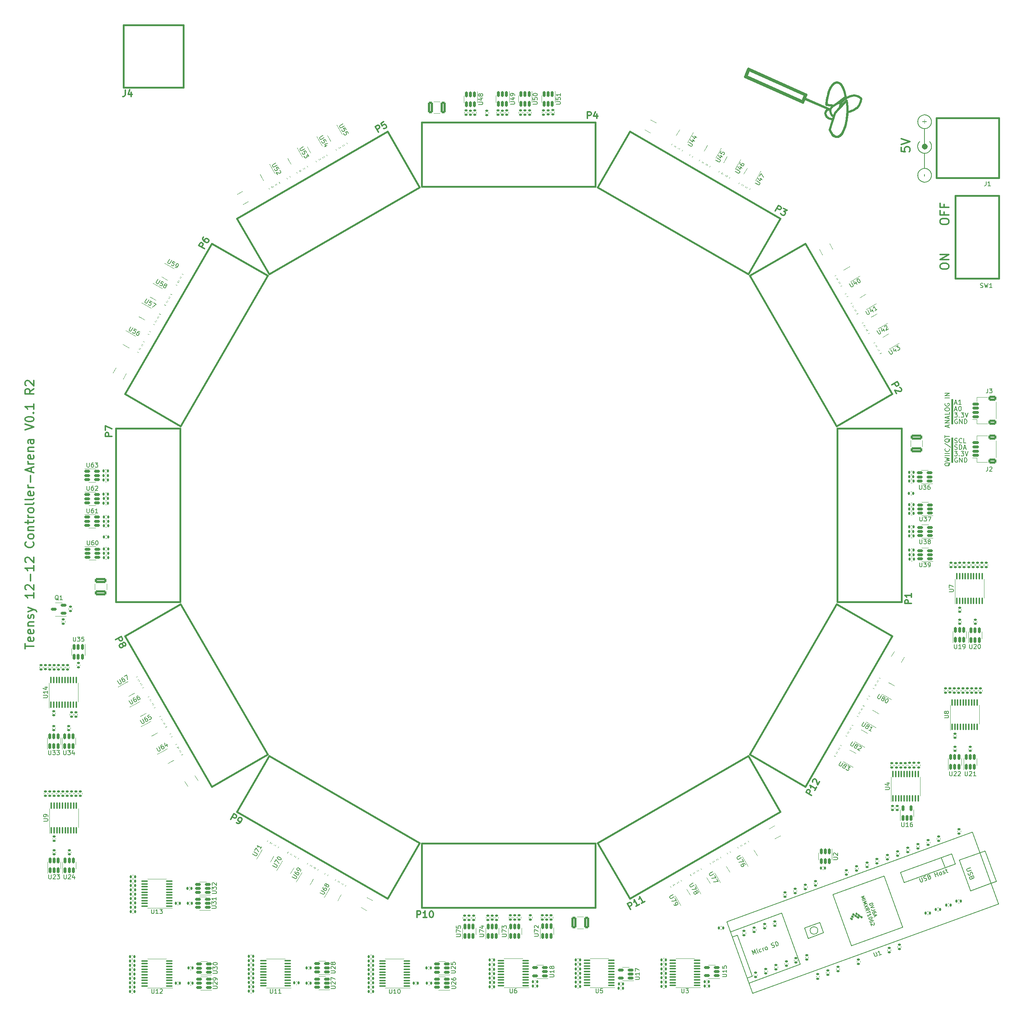
<source format=gto>
%TF.GenerationSoftware,KiCad,Pcbnew,8.0.6-8.0.6-0~ubuntu22.04.1*%
%TF.CreationDate,2024-12-20T08:13:23-08:00*%
%TF.ProjectId,teensy_arena_12-12,7465656e-7379-45f6-9172-656e615f3132,rev?*%
%TF.SameCoordinates,Original*%
%TF.FileFunction,Legend,Top*%
%TF.FilePolarity,Positive*%
%FSLAX46Y46*%
G04 Gerber Fmt 4.6, Leading zero omitted, Abs format (unit mm)*
G04 Created by KiCad (PCBNEW 8.0.6-8.0.6-0~ubuntu22.04.1) date 2024-12-20 08:13:23*
%MOMM*%
%LPD*%
G01*
G04 APERTURE LIST*
G04 Aperture macros list*
%AMRoundRect*
0 Rectangle with rounded corners*
0 $1 Rounding radius*
0 $2 $3 $4 $5 $6 $7 $8 $9 X,Y pos of 4 corners*
0 Add a 4 corners polygon primitive as box body*
4,1,4,$2,$3,$4,$5,$6,$7,$8,$9,$2,$3,0*
0 Add four circle primitives for the rounded corners*
1,1,$1+$1,$2,$3*
1,1,$1+$1,$4,$5*
1,1,$1+$1,$6,$7*
1,1,$1+$1,$8,$9*
0 Add four rect primitives between the rounded corners*
20,1,$1+$1,$2,$3,$4,$5,0*
20,1,$1+$1,$4,$5,$6,$7,0*
20,1,$1+$1,$6,$7,$8,$9,0*
20,1,$1+$1,$8,$9,$2,$3,0*%
%AMRotRect*
0 Rectangle, with rotation*
0 The origin of the aperture is its center*
0 $1 length*
0 $2 width*
0 $3 Rotation angle, in degrees counterclockwise*
0 Add horizontal line*
21,1,$1,$2,0,0,$3*%
G04 Aperture macros list end*
%ADD10C,0.514144*%
%ADD11C,0.154870*%
%ADD12C,0.179621*%
%ADD13C,0.168772*%
%ADD14C,0.381000*%
%ADD15C,0.000000*%
%ADD16C,0.125869*%
%ADD17C,0.152400*%
%ADD18C,0.177800*%
%ADD19C,0.355600*%
%ADD20C,0.150000*%
%ADD21C,0.304800*%
%ADD22C,0.203200*%
%ADD23C,0.120000*%
%ADD24C,0.100000*%
%ADD25RoundRect,0.135000X-0.209413X-0.092715X0.024413X-0.227715X0.209413X0.092715X-0.024413X0.227715X0*%
%ADD26RoundRect,0.135000X-0.135000X-0.185000X0.135000X-0.185000X0.135000X0.185000X-0.135000X0.185000X0*%
%ADD27RoundRect,0.135000X-0.185000X0.135000X-0.185000X-0.135000X0.185000X-0.135000X0.185000X0.135000X0*%
%ADD28RoundRect,0.140000X0.170000X-0.140000X0.170000X0.140000X-0.170000X0.140000X-0.170000X-0.140000X0*%
%ADD29RoundRect,0.150000X0.512500X0.150000X-0.512500X0.150000X-0.512500X-0.150000X0.512500X-0.150000X0*%
%ADD30RoundRect,0.150000X-0.512500X-0.150000X0.512500X-0.150000X0.512500X0.150000X-0.512500X0.150000X0*%
%ADD31RoundRect,0.135000X0.209413X0.092715X-0.024413X0.227715X-0.209413X-0.092715X0.024413X-0.227715X0*%
%ADD32RoundRect,0.140000X-0.206244X-0.077224X0.036244X-0.217224X0.206244X0.077224X-0.036244X0.217224X0*%
%ADD33RoundRect,0.135000X0.135000X0.185000X-0.135000X0.185000X-0.135000X-0.185000X0.135000X-0.185000X0*%
%ADD34RoundRect,0.150000X0.150000X-0.512500X0.150000X0.512500X-0.150000X0.512500X-0.150000X-0.512500X0*%
%ADD35RoundRect,0.135000X-0.227715X0.024413X-0.092715X-0.209413X0.227715X-0.024413X0.092715X0.209413X0*%
%ADD36RoundRect,0.150000X0.126346X0.518838X-0.386154X-0.368838X-0.126346X-0.518838X0.386154X0.368838X0*%
%ADD37RoundRect,0.140000X0.140000X0.170000X-0.140000X0.170000X-0.140000X-0.170000X0.140000X-0.170000X0*%
%ADD38RoundRect,0.140000X0.206244X0.077224X-0.036244X0.217224X-0.206244X-0.077224X0.036244X-0.217224X0*%
%ADD39RoundRect,0.135000X0.092715X-0.209413X0.227715X0.024413X-0.092715X0.209413X-0.227715X-0.024413X0*%
%ADD40RoundRect,0.135000X0.185000X-0.135000X0.185000X0.135000X-0.185000X0.135000X-0.185000X-0.135000X0*%
%ADD41RoundRect,0.150000X-0.150000X0.512500X-0.150000X-0.512500X0.150000X-0.512500X0.150000X0.512500X0*%
%ADD42RoundRect,0.250000X-0.831458X-0.790128X-0.268542X-1.115128X0.831458X0.790128X0.268542X1.115128X0*%
%ADD43RoundRect,0.135000X-0.024413X-0.227715X0.209413X-0.092715X0.024413X0.227715X-0.209413X0.092715X0*%
%ADD44C,9.000000*%
%ADD45RoundRect,0.135000X0.024413X0.227715X-0.209413X0.092715X-0.024413X-0.227715X0.209413X-0.092715X0*%
%ADD46RoundRect,0.140000X-0.170000X0.140000X-0.170000X-0.140000X0.170000X-0.140000X0.170000X0.140000X0*%
%ADD47C,3.556000*%
%ADD48C,1.930400*%
%ADD49C,4.064000*%
%ADD50R,1.600000X1.600000*%
%ADD51C,1.600000*%
%ADD52RoundRect,0.140000X-0.140000X-0.170000X0.140000X-0.170000X0.140000X0.170000X-0.140000X0.170000X0*%
%ADD53RoundRect,0.100000X0.637500X0.100000X-0.637500X0.100000X-0.637500X-0.100000X0.637500X-0.100000X0*%
%ADD54RoundRect,0.150000X0.386154X-0.368838X-0.126346X0.518838X-0.386154X0.368838X0.126346X-0.518838X0*%
%ADD55RotRect,1.600000X1.600000X240.000000*%
%ADD56RoundRect,0.140000X-0.036244X-0.217224X0.206244X-0.077224X0.036244X0.217224X-0.206244X0.077224X0*%
%ADD57RoundRect,0.135000X0.227715X-0.024413X0.092715X0.209413X-0.227715X0.024413X-0.092715X-0.209413X0*%
%ADD58RoundRect,0.135000X-0.092715X0.209413X-0.227715X-0.024413X0.092715X-0.209413X0.227715X0.024413X0*%
%ADD59RoundRect,0.250000X-0.325000X-1.100000X0.325000X-1.100000X0.325000X1.100000X-0.325000X1.100000X0*%
%ADD60RoundRect,0.250000X-0.790128X0.831458X-1.115128X0.268542X0.790128X-0.831458X1.115128X-0.268542X0*%
%ADD61RoundRect,0.150000X-0.126346X-0.518838X0.386154X0.368838X0.126346X0.518838X-0.386154X-0.368838X0*%
%ADD62C,2.540000*%
%ADD63RoundRect,0.150000X-0.518838X0.126346X0.368838X-0.386154X0.518838X-0.126346X-0.368838X0.386154X0*%
%ADD64RoundRect,0.150000X-0.386154X0.368838X0.126346X-0.518838X0.386154X-0.368838X-0.126346X0.518838X0*%
%ADD65RoundRect,0.250000X1.115128X0.268542X0.790128X0.831458X-1.115128X-0.268542X-0.790128X-0.831458X0*%
%ADD66RotRect,1.600000X1.600000X150.000000*%
%ADD67RotRect,1.600000X1.600000X210.000000*%
%ADD68RoundRect,0.140000X-0.077224X0.206244X-0.217224X-0.036244X0.077224X-0.206244X0.217224X0.036244X0*%
%ADD69RoundRect,0.140000X0.036244X0.217224X-0.206244X0.077224X-0.036244X-0.217224X0.206244X-0.077224X0*%
%ADD70RoundRect,0.150000X0.625000X-0.150000X0.625000X0.150000X-0.625000X0.150000X-0.625000X-0.150000X0*%
%ADD71RoundRect,0.250000X0.650000X-0.350000X0.650000X0.350000X-0.650000X0.350000X-0.650000X-0.350000X0*%
%ADD72RoundRect,0.140000X-0.217224X0.036244X-0.077224X-0.206244X0.217224X-0.036244X0.077224X0.206244X0*%
%ADD73RoundRect,0.140000X0.217224X-0.036244X0.077224X0.206244X-0.217224X0.036244X-0.077224X-0.206244X0*%
%ADD74RoundRect,0.150000X0.518838X-0.126346X-0.368838X0.386154X-0.518838X0.126346X0.368838X-0.386154X0*%
%ADD75RoundRect,0.140000X0.077224X-0.206244X0.217224X0.036244X-0.077224X0.206244X-0.217224X-0.036244X0*%
%ADD76RoundRect,0.150000X0.368838X0.386154X-0.518838X-0.126346X-0.368838X-0.386154X0.518838X0.126346X0*%
%ADD77RoundRect,0.250000X0.268542X-1.115128X0.831458X-0.790128X-0.268542X1.115128X-0.831458X0.790128X0*%
%ADD78RotRect,1.600000X1.600000X30.000000*%
%ADD79RoundRect,0.150000X-0.368838X-0.386154X0.518838X0.126346X0.368838X0.386154X-0.518838X-0.126346X0*%
%ADD80RoundRect,0.250000X-0.268542X1.115128X-0.831458X0.790128X0.268542X-1.115128X0.831458X-0.790128X0*%
%ADD81RoundRect,0.100000X0.100000X-0.637500X0.100000X0.637500X-0.100000X0.637500X-0.100000X-0.637500X0*%
%ADD82RoundRect,0.250000X-1.100000X0.325000X-1.100000X-0.325000X1.100000X-0.325000X1.100000X0.325000X0*%
%ADD83RoundRect,0.250000X-1.115128X-0.268542X-0.790128X-0.831458X1.115128X0.268542X0.790128X0.831458X0*%
%ADD84RotRect,1.600000X1.600000X200.000000*%
%ADD85RotRect,1.600000X1.600000X60.000000*%
%ADD86RotRect,1.600000X1.600000X120.000000*%
%ADD87RoundRect,0.250000X0.790128X-0.831458X1.115128X-0.268542X-0.790128X0.831458X-1.115128X0.268542X0*%
%ADD88RotRect,1.600000X1.600000X300.000000*%
%ADD89RoundRect,0.250000X0.325000X1.100000X-0.325000X1.100000X-0.325000X-1.100000X0.325000X-1.100000X0*%
%ADD90RoundRect,0.250000X0.831458X0.790128X0.268542X1.115128X-0.831458X-0.790128X-0.268542X-1.115128X0*%
%ADD91RoundRect,0.250000X1.100000X-0.325000X1.100000X0.325000X-1.100000X0.325000X-1.100000X-0.325000X0*%
%ADD92RotRect,1.600000X1.600000X330.000000*%
G04 APERTURE END LIST*
D10*
X256199044Y-87297682D02*
X256271976Y-87058327D01*
X253328128Y-89085184D02*
X253428895Y-89190784D01*
X253398643Y-85370906D02*
X253047927Y-85471590D01*
D11*
X273458677Y-92763687D02*
X273412617Y-92697601D01*
D12*
X275079658Y-84502663D02*
X275156965Y-84520506D01*
X273801544Y-84787649D02*
X273864193Y-84743099D01*
D10*
X256682667Y-84850824D02*
X256710096Y-84544275D01*
X252017720Y-82164110D02*
X251877536Y-82169920D01*
X252053344Y-83360095D02*
X252337198Y-83279574D01*
X252648282Y-87995452D02*
X252864904Y-88424901D01*
X255368341Y-88978587D02*
X255474286Y-88838667D01*
D12*
X275307038Y-100056867D02*
X275232792Y-100081989D01*
X276124191Y-97727336D02*
X276162666Y-97794252D01*
D10*
X253852396Y-89497068D02*
X253962792Y-89543132D01*
X253107055Y-88828682D02*
X253329101Y-89139146D01*
D12*
X274514275Y-87647619D02*
X274435586Y-87633567D01*
D11*
X276144971Y-92629798D02*
X276102596Y-92697601D01*
D10*
X253599513Y-89404428D02*
X253881595Y-89536188D01*
D12*
X273683213Y-99738719D02*
X273627717Y-99685810D01*
X273929041Y-99922493D02*
X273864208Y-99880930D01*
D11*
X276351319Y-92042732D02*
X276338422Y-92119120D01*
D10*
X255525857Y-82231349D02*
X253909263Y-83976567D01*
D12*
X273741180Y-97322884D02*
X273801544Y-97275447D01*
D10*
X252552095Y-78774228D02*
X252838191Y-78144863D01*
X251969289Y-84954351D02*
X251774238Y-84647473D01*
X253435013Y-77325878D02*
X253641567Y-77156405D01*
D12*
X274675394Y-87663951D02*
X274594245Y-87657781D01*
D10*
X259176866Y-80098993D02*
X259525148Y-80289985D01*
D12*
X273432595Y-99449323D02*
X273391031Y-99384490D01*
X273178102Y-85824768D02*
X273192154Y-85746080D01*
D10*
X252166875Y-85147003D02*
X251969289Y-84954351D01*
X252693095Y-88053999D02*
X252775458Y-88230525D01*
D12*
X275832018Y-87250921D02*
X275774039Y-87301144D01*
D10*
X251774238Y-84647473D02*
X251684112Y-84419114D01*
D12*
X276162666Y-85306454D02*
X276197954Y-85375353D01*
X274757623Y-87666031D02*
X274675394Y-87663951D01*
X275000969Y-84488611D02*
X275079658Y-84502663D01*
D10*
X255063430Y-89325641D02*
X255481002Y-88897170D01*
D12*
X273391023Y-85239538D02*
X273432586Y-85174706D01*
X276347273Y-98392536D02*
X276353443Y-98473685D01*
X275450382Y-97115569D02*
X275519280Y-97150857D01*
D11*
X273679039Y-93007324D02*
X273618965Y-92950211D01*
D10*
X255036411Y-82539878D02*
X255042022Y-82457412D01*
D12*
X276197954Y-86760877D02*
X276162666Y-86829776D01*
D10*
X255276137Y-77430101D02*
X255346218Y-77514994D01*
D12*
X276323059Y-85746080D02*
X276337111Y-85824768D01*
D10*
X253521335Y-77222379D02*
X253965722Y-76961480D01*
D12*
X275940420Y-97481511D02*
X275990643Y-97539491D01*
D10*
X256875322Y-83833962D02*
X256742183Y-83877680D01*
X254654616Y-76988025D02*
X254738231Y-77019672D01*
D12*
X274135626Y-84595772D02*
X274208191Y-84567161D01*
D11*
X273237589Y-92344278D02*
X273213638Y-92270036D01*
D12*
X274514268Y-96976409D02*
X274594239Y-96966247D01*
X275307038Y-87569069D02*
X275232792Y-87594191D01*
X276353443Y-98638142D02*
X276347273Y-98719291D01*
X273801558Y-99836379D02*
X273741193Y-99788942D01*
D10*
X254131302Y-89588144D02*
X254188191Y-89596579D01*
D11*
X274911957Y-93414485D02*
X274834853Y-93420012D01*
D12*
X275586196Y-87434695D02*
X275519280Y-87473171D01*
D11*
X274834853Y-93420012D02*
X274757606Y-93421855D01*
D10*
X259542541Y-82121242D02*
X259303428Y-82485940D01*
X255432428Y-81506674D02*
X255645993Y-81235336D01*
D13*
X274757623Y-91163801D02*
X274757623Y-87739042D01*
D12*
X273391031Y-99384490D02*
X273352554Y-99317574D01*
D10*
X253135036Y-82646298D02*
X253292690Y-82463024D01*
X251858224Y-83534084D02*
X252053344Y-83360095D01*
D12*
X274135639Y-100028256D02*
X274064857Y-99996257D01*
X273161770Y-85985887D02*
X273167940Y-85904738D01*
X274594245Y-87657781D02*
X274514275Y-87647619D01*
X275450382Y-87508459D02*
X275379601Y-87540458D01*
X276229953Y-99177894D02*
X276197954Y-99248675D01*
D10*
X255220933Y-77362302D02*
X255627103Y-77919080D01*
X259525148Y-80289985D02*
X259789890Y-80507871D01*
X246348282Y-81480219D02*
X233048664Y-75525588D01*
D11*
X273154682Y-91657214D02*
X273163894Y-91580397D01*
X276360531Y-91965914D02*
X276351319Y-92042732D01*
D10*
X246463759Y-81532354D02*
X247222944Y-79751814D01*
X254303207Y-76931315D02*
X254393603Y-76934890D01*
X256040481Y-87747626D02*
X256121828Y-87527581D01*
D12*
X274208191Y-97054959D02*
X274282438Y-97029837D01*
D10*
X253881595Y-89536188D02*
X254324682Y-89610855D01*
D11*
X275435657Y-93272624D02*
X275363562Y-93303944D01*
X274680359Y-93420012D02*
X274603255Y-93414485D01*
D10*
X257844701Y-80028055D02*
X258211627Y-79972669D01*
D11*
X275709728Y-93110496D02*
X275643643Y-93156555D01*
X274526438Y-93405273D02*
X274450049Y-93392377D01*
D12*
X274839851Y-87663951D02*
X274757623Y-87666031D01*
D10*
X258842153Y-80017626D02*
X259176866Y-80098993D01*
X253292690Y-82463024D02*
X253412685Y-82343878D01*
X256455241Y-80603086D02*
X256647542Y-80491892D01*
X259950052Y-81164050D02*
X259836255Y-81519547D01*
X255147913Y-89218914D02*
X255259498Y-89105469D01*
D11*
X275140979Y-93375796D02*
X275065163Y-93392377D01*
D12*
X275887512Y-84938218D02*
X275940420Y-84993713D01*
D10*
X253965362Y-76988768D02*
X254076566Y-76957025D01*
X259789890Y-80507871D02*
X259966569Y-80689146D01*
D12*
X273256650Y-85518698D02*
X273285261Y-85446135D01*
X274208204Y-100056867D02*
X274135639Y-100028256D01*
X274435586Y-100121364D02*
X274358278Y-100103522D01*
X276353443Y-85985887D02*
X276355522Y-86068115D01*
D10*
X256678724Y-81644514D02*
X256650167Y-81387806D01*
X254482303Y-76945573D02*
X254569307Y-76963305D01*
D12*
X275450382Y-84627771D02*
X275519280Y-84663059D01*
D11*
X275896248Y-92950211D02*
X275836173Y-93007324D01*
X273370242Y-90993331D02*
X273412617Y-90925528D01*
X273213638Y-91353093D02*
X273237589Y-91278851D01*
D12*
X273209998Y-98955257D02*
X273192155Y-98877949D01*
D10*
X251877536Y-82169920D02*
X251922517Y-81614249D01*
X233757241Y-73863743D02*
X247056859Y-79818372D01*
D12*
X275887512Y-97426016D02*
X275940420Y-97481511D01*
D11*
X276102596Y-92697601D02*
X276056536Y-92763687D01*
D10*
X255866011Y-88156561D02*
X255955157Y-87957419D01*
D11*
X276351319Y-91580397D02*
X276360531Y-91657214D01*
D10*
X254302959Y-89603371D02*
X254429429Y-89595126D01*
D12*
X276323059Y-98877949D02*
X276305217Y-98955257D01*
D10*
X255671304Y-78034008D02*
X255731261Y-78156298D01*
D12*
X276124191Y-85239538D02*
X276162666Y-85306454D01*
D11*
X273163894Y-91580397D02*
X273176791Y-91504009D01*
D10*
X256005789Y-78856859D02*
X256103824Y-79177541D01*
X257779754Y-83532072D02*
X257434774Y-83689800D01*
X256357616Y-80272018D02*
X255706384Y-80763982D01*
D12*
X273741193Y-87301144D02*
X273683213Y-87250921D01*
D10*
X258090858Y-83404417D02*
X257779754Y-83532072D01*
X259966569Y-80689146D02*
X259993367Y-80838851D01*
D12*
X276229953Y-97933932D02*
X276258563Y-98006496D01*
D10*
X256942987Y-80339952D02*
X257168924Y-80231520D01*
X256750710Y-82712449D02*
X256739244Y-82439840D01*
X253269248Y-84659038D02*
X253123313Y-84504252D01*
D12*
X275832018Y-99738719D02*
X275774039Y-99788942D01*
X274757623Y-100153828D02*
X274675394Y-100151749D01*
X273285261Y-97933932D02*
X273317260Y-97863151D01*
X276347273Y-85904738D02*
X276353443Y-85985887D01*
X275651027Y-84743099D02*
X275713675Y-84787649D01*
D11*
X275953362Y-90732993D02*
X276006791Y-90795216D01*
X276006791Y-92827913D02*
X275953362Y-92890135D01*
D14*
X281201000Y-159874000D02*
X281201000Y-165374000D01*
D10*
X252560420Y-83133970D02*
X252542989Y-83175007D01*
D11*
X273163894Y-92042732D02*
X273154682Y-91965915D01*
D12*
X276258563Y-85518698D02*
X276283685Y-85592944D01*
X273256654Y-86617532D02*
X273231531Y-86543286D01*
D11*
X276144971Y-90993330D02*
X276183661Y-91062707D01*
D10*
X253672708Y-82321579D02*
X251877536Y-82169922D01*
X256650167Y-81387806D02*
X256617580Y-81135749D01*
D11*
X274151651Y-93303944D02*
X274079555Y-93272624D01*
D12*
X275713675Y-87348581D02*
X275651027Y-87393132D01*
X273352554Y-99317574D02*
X273317265Y-99248675D01*
X273683200Y-84885309D02*
X273741180Y-84835086D01*
D10*
X252264493Y-79665606D02*
X252552095Y-78774228D01*
D11*
X273561851Y-90732993D02*
X273618965Y-90672917D01*
X273561851Y-92890135D02*
X273508421Y-92827913D01*
D12*
X273192154Y-98233878D02*
X273209996Y-98156569D01*
X275379601Y-87540458D02*
X275307038Y-87569069D01*
X273524573Y-85051693D02*
X273574796Y-84993713D01*
X273352554Y-86829776D02*
X273317265Y-86760877D01*
X273801544Y-97275447D02*
X273864193Y-97230896D01*
X276283685Y-99031084D02*
X276258563Y-99105330D01*
D10*
X252813388Y-83330316D02*
X252914922Y-82982534D01*
D12*
X274135639Y-87540458D02*
X274064857Y-87508459D01*
X275832018Y-97373107D02*
X275887512Y-97426016D01*
D11*
X273331551Y-92560422D02*
X273296546Y-92489614D01*
D12*
X276038079Y-97599855D02*
X276082629Y-97662503D01*
X273627717Y-99685810D02*
X273574807Y-99630315D01*
D10*
X255042022Y-82457412D02*
X255046822Y-82396570D01*
X251877536Y-82169922D02*
X251908122Y-81714717D01*
D11*
X273508421Y-92827913D02*
X273458677Y-92763687D01*
D12*
X274514268Y-84488611D02*
X274594239Y-84478449D01*
X276038079Y-85112057D02*
X276082629Y-85174706D01*
X275774039Y-87301144D02*
X275713675Y-87348581D01*
D10*
X256760000Y-83267298D02*
X256757661Y-82988359D01*
D12*
X273741193Y-99788942D02*
X273683213Y-99738719D01*
D10*
X233048664Y-75525588D02*
X233757241Y-73863743D01*
D12*
X273317260Y-97863151D02*
X273352548Y-97794252D01*
X275774039Y-97322884D02*
X275832018Y-97373107D01*
D10*
X255259498Y-89105469D02*
X255368341Y-88978587D01*
D12*
X275307038Y-84567161D02*
X275379601Y-84595772D01*
D11*
X276321841Y-91428193D02*
X276338422Y-91504008D01*
D10*
X253428895Y-89190784D02*
X253531823Y-89285068D01*
D12*
X276337111Y-85824768D02*
X276347273Y-85904738D01*
D10*
X252164419Y-80079481D02*
X252277697Y-79618968D01*
X254820151Y-77058187D02*
X254900378Y-77103508D01*
X256463519Y-86287504D02*
X256517769Y-86014304D01*
D15*
G36*
X274823510Y-85999718D02*
G01*
X275272643Y-85999718D01*
X275272643Y-86136516D01*
X274823510Y-86136516D01*
X274823510Y-86585642D01*
X274691671Y-86585642D01*
X274691671Y-86136516D01*
X274242538Y-86136516D01*
X274242538Y-85999718D01*
X274691671Y-85999718D01*
X274691671Y-85550590D01*
X274823510Y-85550590D01*
X274823510Y-85999718D01*
G37*
D12*
X273574807Y-99630315D02*
X273524583Y-99572336D01*
X274358278Y-100103522D02*
X274282450Y-100081989D01*
X276353443Y-98473685D02*
X276355522Y-98555913D01*
D10*
X259023559Y-82799008D02*
X258722802Y-83026055D01*
D12*
X275000969Y-96976409D02*
X275079658Y-96990462D01*
X276038079Y-99511971D02*
X275990643Y-99572336D01*
D11*
X275896248Y-90672917D02*
X275953362Y-90732993D01*
D12*
X275156965Y-100103522D02*
X275079658Y-100121364D01*
X274594239Y-84478449D02*
X274675391Y-84472279D01*
D10*
X255789534Y-78284609D02*
X255846123Y-78418881D01*
D12*
X276283685Y-85592944D02*
X276305217Y-85668771D01*
D10*
X253133544Y-88841221D02*
X253229639Y-88968564D01*
D13*
X274757623Y-96896270D02*
X274757623Y-93471512D01*
D12*
X275940420Y-87142517D02*
X275887512Y-87198012D01*
X273231528Y-85592944D02*
X273256650Y-85518698D01*
D10*
X254873437Y-77076596D02*
X255220933Y-77362302D01*
D12*
X275000969Y-87647619D02*
X274921000Y-87657781D01*
X273167940Y-98719291D02*
X273161770Y-98638142D01*
X273231528Y-98080742D02*
X273256650Y-98006496D01*
D11*
X276218667Y-91133515D02*
X276249987Y-91205610D01*
D10*
X256703154Y-81905602D02*
X256678724Y-81644514D01*
X252277697Y-79618968D02*
X252405794Y-79187490D01*
X255046822Y-82396570D02*
X255049075Y-82373567D01*
D12*
X273995957Y-99960969D02*
X273929041Y-99922493D01*
D10*
X252914922Y-82982534D02*
X253135036Y-82646298D01*
D12*
X274358267Y-97008304D02*
X274435577Y-96990462D01*
X274064843Y-97115569D02*
X274135626Y-97083570D01*
X273159690Y-86068115D02*
X273161770Y-85985887D01*
X274514275Y-100135417D02*
X274435586Y-100121364D01*
X273524573Y-97539491D02*
X273574796Y-97481511D01*
D10*
X254393603Y-76934890D02*
X254482303Y-76945573D01*
D12*
X274675391Y-96960077D02*
X274757623Y-96957998D01*
X276197954Y-97863151D02*
X276229953Y-97933932D01*
D11*
X273805485Y-93110496D02*
X273741260Y-93060753D01*
D10*
X246413145Y-81651057D02*
X246463759Y-81532354D01*
D11*
X276301574Y-92270036D02*
X276277623Y-92344278D01*
D12*
X275713675Y-97275447D02*
X275774039Y-97322884D01*
X273352548Y-97794252D02*
X273391023Y-97727336D01*
X275651027Y-97230896D02*
X275713675Y-97275447D01*
D10*
X252066861Y-80566931D02*
X252164419Y-80079481D01*
D12*
X273524583Y-87084537D02*
X273477146Y-87024173D01*
D10*
X254429429Y-89595126D02*
X254554235Y-89570660D01*
D12*
X275887512Y-99685810D02*
X275832018Y-99738719D01*
D10*
X257434774Y-83689800D02*
X257147111Y-83738716D01*
D12*
X273192154Y-85746080D02*
X273209996Y-85668771D01*
D10*
X256566963Y-85733638D02*
X256610946Y-85445904D01*
D12*
X275519280Y-97150857D02*
X275586196Y-97189333D01*
D10*
X251985926Y-81079220D02*
X252066861Y-80566931D01*
X256588437Y-81139620D02*
X253909288Y-83976566D01*
D11*
X276006791Y-90795216D02*
X276056536Y-90859442D01*
D10*
X255864154Y-78448817D02*
X256087136Y-79124247D01*
X255773197Y-88344655D02*
X255866011Y-88156561D01*
X252862258Y-84007779D02*
X252804643Y-83656706D01*
X246942174Y-80746439D02*
X252560420Y-83133970D01*
X256610946Y-85445904D02*
X256649566Y-85151500D01*
D12*
X276337111Y-98799260D02*
X276323059Y-98877949D01*
D10*
X253747749Y-77088720D02*
X253855718Y-77032754D01*
D15*
G36*
X274832166Y-98813028D02*
G01*
X274683015Y-98813028D01*
X274683015Y-98298797D01*
X274832166Y-98298797D01*
X274832166Y-98813028D01*
G37*
D10*
X256731697Y-84232249D02*
X256747318Y-83915146D01*
D12*
X276162666Y-97794252D02*
X276197954Y-97863151D01*
X273477146Y-87024173D02*
X273432595Y-86961524D01*
D10*
X258722802Y-83026055D02*
X258371227Y-83226200D01*
X253909263Y-83976567D02*
X252648282Y-87995452D01*
X257168924Y-80231520D02*
X257485784Y-80119245D01*
X256279733Y-79885603D02*
X256357618Y-80272016D01*
D12*
X275887512Y-87198012D02*
X275832018Y-87250921D01*
D10*
X253229639Y-88968564D02*
X253328128Y-89085184D01*
D12*
X274064857Y-87508459D02*
X273995957Y-87473171D01*
X274358267Y-84520506D02*
X274435577Y-84502663D01*
X275990643Y-85051693D02*
X276038079Y-85112057D01*
X275379601Y-100028256D02*
X275307038Y-100056867D01*
D10*
X252687820Y-85409914D02*
X252402307Y-85308503D01*
D12*
X273524583Y-99572336D02*
X273477146Y-99511971D01*
D10*
X254420562Y-76894705D02*
X254873437Y-77076596D01*
D11*
X273939372Y-93198929D02*
X273871570Y-93156555D01*
X274988775Y-93405273D02*
X274911957Y-93414485D01*
D10*
X255073137Y-82733063D02*
X255036411Y-82539878D01*
D12*
X274064843Y-84627771D02*
X274135626Y-84595772D01*
D10*
X247222944Y-79751814D02*
X233689051Y-73692292D01*
X251709684Y-83828453D02*
X251858224Y-83534084D01*
D11*
X273412617Y-92697601D02*
X273370242Y-92629798D01*
X274224891Y-93331579D02*
X274151651Y-93303944D01*
D10*
X254074763Y-89576401D02*
X254131302Y-89588144D01*
D12*
X273209998Y-86467459D02*
X273192155Y-86390151D01*
D11*
X273176791Y-92119120D02*
X273163894Y-92042732D01*
D12*
X276305217Y-98156569D02*
X276323059Y-98233878D01*
D11*
X273154682Y-91965915D02*
X273149155Y-91888811D01*
D10*
X255474286Y-88838667D02*
X255577180Y-88686106D01*
D12*
X273864208Y-87393132D02*
X273801558Y-87348581D01*
D10*
X254900378Y-77103508D02*
X254978913Y-77155575D01*
D11*
X275065163Y-93392377D02*
X274988775Y-93405273D01*
D10*
X246924743Y-80787476D02*
X246942174Y-80746439D01*
X252560430Y-83133970D02*
X251578214Y-82728334D01*
D12*
X273192155Y-98877949D02*
X273178102Y-98799260D01*
X276355522Y-86068115D02*
X276353443Y-86150343D01*
D10*
X259836255Y-81519547D02*
X259696227Y-81826924D01*
D12*
X273178102Y-98799260D02*
X273167940Y-98719291D01*
X273391031Y-86896692D02*
X273352554Y-86829776D01*
X274675394Y-100151749D02*
X274594245Y-100145579D01*
D10*
X254324682Y-89610855D02*
X254665025Y-89571112D01*
X252949007Y-88555546D02*
X253039961Y-88703450D01*
D12*
X273352548Y-85306454D02*
X273391023Y-85239538D01*
D10*
X258371227Y-83226200D02*
X258090858Y-83404417D01*
X253188466Y-77597686D02*
X253521335Y-77222379D01*
X252775458Y-88230525D02*
X252860801Y-88397806D01*
D12*
X273432595Y-86961524D02*
X273391031Y-86896692D01*
D10*
X252673597Y-83279574D02*
X252673597Y-83254005D01*
X255706384Y-80763982D02*
X254954221Y-81363387D01*
X255790885Y-88395804D02*
X256248971Y-87209539D01*
D12*
X276305217Y-98955257D02*
X276283685Y-99031084D01*
D11*
X273871570Y-93156555D02*
X273805485Y-93110496D01*
D12*
X276162666Y-86829776D02*
X276124191Y-86896692D01*
X276082629Y-99449323D02*
X276038079Y-99511971D01*
X273929026Y-84701535D02*
X273995943Y-84663059D01*
X276337111Y-98312566D02*
X276347273Y-98392536D01*
X274757623Y-96957998D02*
X274839851Y-96960077D01*
D10*
X251922517Y-81614249D02*
X251985926Y-81079220D01*
X253329101Y-89139146D02*
X253599513Y-89404428D01*
X253636966Y-84854792D02*
X253457742Y-84793319D01*
X255481314Y-77703871D02*
X255546331Y-77807734D01*
X256430595Y-80273243D02*
X253672708Y-82321578D01*
D11*
X274079555Y-93272624D02*
X274008748Y-93237619D01*
D10*
X255955157Y-87957419D02*
X256040481Y-87747626D01*
D11*
X276277623Y-91278851D02*
X276301574Y-91353092D01*
X274450049Y-93392377D02*
X274374233Y-93375796D01*
D12*
X275940420Y-99630315D02*
X275887512Y-99685810D01*
X274921000Y-87657781D02*
X274839851Y-87663951D01*
D10*
X254738231Y-77019672D02*
X254820151Y-77058187D01*
D12*
X275651027Y-99880930D02*
X275586196Y-99922493D01*
X274282438Y-84542039D02*
X274358267Y-84520506D01*
D10*
X254665025Y-89571112D02*
X255063430Y-89325641D01*
X254189219Y-76937786D02*
X254303207Y-76931315D01*
X254954221Y-81363387D02*
X253672708Y-82321579D01*
D11*
X273265225Y-92417518D02*
X273237589Y-92344278D01*
D10*
X246889631Y-79885306D02*
X246282282Y-81309738D01*
D12*
X274757623Y-84470199D02*
X274839851Y-84472279D01*
X273192155Y-86390151D02*
X273178102Y-86311462D01*
X275307038Y-97054959D02*
X275379601Y-97083570D01*
D11*
X276366058Y-91888811D02*
X276360531Y-91965914D01*
D10*
X252869967Y-78088253D02*
X253048311Y-77793901D01*
X254657018Y-81746046D02*
X255004495Y-81752769D01*
X255414610Y-77606271D02*
X255481314Y-77703871D01*
D11*
X273458677Y-90859442D02*
X273508421Y-90795216D01*
D10*
X256195137Y-79520617D02*
X256279733Y-79885603D01*
D12*
X273285265Y-99177894D02*
X273256654Y-99105330D01*
X274435577Y-84502663D02*
X274514268Y-84488611D01*
X275990643Y-99572336D02*
X275940420Y-99630315D01*
X276124191Y-99384490D02*
X276082629Y-99449323D01*
X273627717Y-87198012D02*
X273574807Y-87142517D01*
X276229953Y-85446135D02*
X276258563Y-85518698D01*
D10*
X256739244Y-82439840D02*
X256723359Y-82170801D01*
D11*
X275575841Y-93198929D02*
X275506464Y-93237619D01*
D10*
X256517769Y-86014304D02*
X256566963Y-85733638D01*
X253047927Y-85471590D02*
X252687820Y-85409914D01*
D12*
X276197954Y-99248675D02*
X276162666Y-99317574D01*
D11*
X273296546Y-91133515D02*
X273331551Y-91062707D01*
D10*
X233689051Y-73692292D02*
X232879253Y-75591534D01*
X256710096Y-84544275D02*
X256731697Y-84232249D01*
D12*
X275156965Y-97008304D02*
X275232792Y-97029837D01*
D10*
X254188191Y-89596579D02*
X254245415Y-89601666D01*
X255033738Y-89318524D02*
X255147913Y-89218914D01*
D11*
X273213638Y-92270036D02*
X273193372Y-92194936D01*
D12*
X273683200Y-97373107D02*
X273741180Y-97322884D01*
X276347273Y-86231492D02*
X276337111Y-86311462D01*
D11*
X275290322Y-93331579D02*
X275216080Y-93355530D01*
D12*
X274675391Y-84472279D02*
X274757623Y-84470199D01*
X273627705Y-84938218D02*
X273683200Y-84885309D01*
D10*
X252097724Y-80452923D02*
X252264493Y-79665606D01*
D11*
X275363562Y-93303944D02*
X275290322Y-93331579D01*
D10*
X255546331Y-77807734D02*
X255609660Y-77917800D01*
D14*
X281201000Y-150874000D02*
X281201000Y-156374000D01*
D10*
X254798239Y-89474649D02*
X254917129Y-89403902D01*
D12*
X273995957Y-87473171D02*
X273929041Y-87434695D01*
D10*
X252976909Y-84256240D02*
X252862258Y-84007779D01*
X255609660Y-77917800D02*
X255671304Y-78034008D01*
D12*
X276305217Y-86467459D02*
X276283685Y-86543286D01*
X275232792Y-87594191D02*
X275156965Y-87615724D01*
D11*
X276056536Y-92763687D02*
X276006791Y-92827913D01*
X276218667Y-92489614D02*
X276183661Y-92560421D01*
D10*
X251908122Y-81714717D02*
X251962047Y-81294909D01*
X253743690Y-89438506D02*
X253852396Y-89497068D01*
D12*
X275713675Y-99836379D02*
X275651027Y-99880930D01*
X273256654Y-99105330D02*
X273231531Y-99031084D01*
X274921000Y-100145579D02*
X274839851Y-100151749D01*
D10*
X252547806Y-78787146D02*
X252702831Y-78420034D01*
D12*
X273167940Y-98392536D02*
X273178102Y-98312566D01*
D10*
X259696227Y-81826924D02*
X259542541Y-82121242D01*
X255131395Y-82050612D02*
X255166063Y-81963123D01*
D11*
X276321841Y-92194936D02*
X276301574Y-92270036D01*
D12*
X275450382Y-99996257D02*
X275379601Y-100028256D01*
X276258563Y-86617532D02*
X276229953Y-86690096D01*
X273209996Y-98156569D02*
X273231528Y-98080742D01*
X274839851Y-84472279D02*
X274921000Y-84478449D01*
D11*
X273176791Y-91504009D02*
X273193372Y-91428193D01*
D12*
X273627705Y-97426016D02*
X273683200Y-97373107D01*
X275586196Y-99922493D02*
X275519280Y-99960969D01*
D10*
X252337198Y-83279574D02*
X252673597Y-83279574D01*
D12*
X273178102Y-98312566D02*
X273192154Y-98233878D01*
X273995943Y-84663059D02*
X274064843Y-84627771D01*
X276353443Y-86150343D02*
X276347273Y-86231492D01*
D10*
X233823379Y-74035161D02*
X246889631Y-79885306D01*
X255050985Y-82360203D02*
X255131395Y-82050612D01*
D12*
X276258563Y-99105330D02*
X276229953Y-99177894D01*
D10*
X252542989Y-83175007D02*
X246924743Y-80787476D01*
X255627103Y-77919080D02*
X255864154Y-78448817D01*
X253123313Y-84504252D02*
X252976909Y-84256240D01*
X254917129Y-89403902D02*
X255033738Y-89318524D01*
D11*
X276183661Y-92560421D02*
X276144971Y-92629798D01*
D10*
X255954250Y-78705067D02*
X256005789Y-78856859D01*
D12*
X275651027Y-87393132D02*
X275586196Y-87434695D01*
X273391023Y-97727336D02*
X273432586Y-97662503D01*
D11*
X276366058Y-91734318D02*
X276367900Y-91811564D01*
D10*
X246282282Y-81309738D02*
X233216030Y-75459592D01*
D12*
X274135626Y-97083570D02*
X274208191Y-97054959D01*
D10*
X232879253Y-75591534D02*
X246413145Y-81651057D01*
D12*
X274594245Y-100145579D02*
X274514275Y-100135417D01*
X276082629Y-86961524D02*
X276038079Y-87024173D01*
D10*
X253672708Y-82321578D02*
X252017720Y-82164110D01*
X255731261Y-78156298D02*
X255789534Y-78284609D01*
D12*
X273231531Y-86543286D02*
X273209998Y-86467459D01*
D11*
X276338422Y-92119120D02*
X276321841Y-92194936D01*
D12*
X273574796Y-97481511D02*
X273627705Y-97426016D01*
X276197954Y-85375353D02*
X276229953Y-85446135D01*
X273929041Y-87434695D02*
X273864208Y-87393132D01*
X275079658Y-100121364D02*
X275000969Y-100135417D01*
D11*
X274603255Y-93414485D02*
X274526438Y-93405273D01*
D10*
X256647542Y-80491892D02*
X256942987Y-80339952D01*
X257147111Y-83738716D02*
X256875322Y-83833962D01*
D11*
X273237589Y-91278851D02*
X273265225Y-91205611D01*
D10*
X259993367Y-80838851D02*
X259950052Y-81164050D01*
D12*
X274282450Y-87594191D02*
X274208204Y-87569069D01*
D10*
X256723359Y-82170801D02*
X256703154Y-81905602D01*
X252405794Y-79187490D02*
X252547806Y-78787146D01*
D11*
X273741260Y-93060753D02*
X273679039Y-93007324D01*
D10*
X252804643Y-83656706D02*
X252813388Y-83330316D01*
X253412685Y-82343878D02*
X253439037Y-82302499D01*
D11*
X273296546Y-92489614D02*
X273265225Y-92417518D01*
D10*
X256747318Y-83915146D02*
X256756803Y-83593363D01*
D12*
X273801558Y-87348581D02*
X273741193Y-87301144D01*
D10*
X254554235Y-89570660D02*
X254677223Y-89530368D01*
D11*
X275953362Y-92890135D02*
X275896248Y-92950211D01*
X273149155Y-91888811D02*
X273147312Y-91811565D01*
D12*
X273256650Y-98006496D02*
X273285261Y-97933932D01*
D10*
X252702831Y-78420034D02*
X252869967Y-78088253D01*
D11*
X276360531Y-91657214D02*
X276366058Y-91734318D01*
D10*
X255346218Y-77514994D02*
X255414610Y-77606271D01*
D12*
X275774039Y-84835086D02*
X275832018Y-84885309D01*
D10*
X256121828Y-87527581D02*
X256199044Y-87297682D01*
D12*
X275000969Y-100135417D02*
X274921000Y-100145579D01*
X275832018Y-84885309D02*
X275887512Y-84938218D01*
D10*
X253039961Y-88703450D02*
X253133544Y-88841221D01*
X256756803Y-83593363D02*
X256760000Y-83267298D01*
D12*
X275156965Y-87615724D02*
X275079658Y-87633567D01*
D10*
X255049075Y-82373567D02*
X255050985Y-82360203D01*
D12*
X273741180Y-84835086D02*
X273801544Y-84787649D01*
X276082629Y-97662503D02*
X276124191Y-97727336D01*
D11*
X275643643Y-93156555D02*
X275575841Y-93198929D01*
X274299133Y-93355530D02*
X274224891Y-93331579D01*
D12*
X273317265Y-99248675D02*
X273285265Y-99177894D01*
X275232792Y-97029837D02*
X275307038Y-97054959D01*
D10*
X256748969Y-82736026D02*
X256617553Y-81135750D01*
D11*
X273412617Y-90925528D02*
X273458677Y-90859442D01*
D12*
X273161770Y-98473685D02*
X273167940Y-98392536D01*
X274358278Y-87615724D02*
X274282450Y-87594191D01*
X274839851Y-96960077D02*
X274921000Y-96966247D01*
X273167940Y-85904738D02*
X273178102Y-85824768D01*
X275586196Y-84701535D02*
X275651027Y-84743099D01*
D10*
X256747836Y-84319097D02*
X256748969Y-82736026D01*
D11*
X276249987Y-91205610D02*
X276277623Y-91278851D01*
X276277623Y-92344278D02*
X276249987Y-92417518D01*
D12*
X273285265Y-86690096D02*
X273256654Y-86617532D01*
X273864193Y-84743099D02*
X273929026Y-84701535D01*
X273995943Y-97150857D02*
X274064843Y-97115569D01*
X273285261Y-85446135D02*
X273317260Y-85375353D01*
D11*
X276183661Y-91062707D02*
X276218667Y-91133515D01*
X276301574Y-91353092D02*
X276321841Y-91428193D01*
D12*
X273159690Y-98555913D02*
X273161770Y-98473685D01*
D11*
X275836173Y-93007324D02*
X275773952Y-93060753D01*
X276367900Y-91811564D02*
X276366058Y-91888811D01*
D10*
X255055755Y-77214329D02*
X255130906Y-77279708D01*
X256248971Y-87209539D02*
X256645215Y-85500644D01*
D11*
X273265225Y-91205611D02*
X273296546Y-91133515D01*
X273193372Y-92194936D02*
X273176791Y-92119120D01*
D10*
X254245415Y-89601666D02*
X254302959Y-89603371D01*
D12*
X275940420Y-84993713D02*
X275990643Y-85051693D01*
X274208191Y-84567161D02*
X274282438Y-84542039D01*
X273864193Y-97230896D02*
X273929026Y-97189333D01*
X276229953Y-86690096D02*
X276197954Y-86760877D01*
X275232792Y-100081989D02*
X275156965Y-100103522D01*
X276283685Y-86543286D02*
X276258563Y-86617532D01*
D10*
X251648685Y-84125716D02*
X251709684Y-83828453D01*
D12*
X274921000Y-84478449D02*
X275000969Y-84488611D01*
X275232792Y-84542039D02*
X275307038Y-84567161D01*
D11*
X273618965Y-92950211D02*
X273561851Y-92890135D01*
D10*
X255204367Y-77351652D02*
X255276137Y-77430101D01*
D12*
X276323059Y-86390151D02*
X276305217Y-86467459D01*
X273209996Y-85668771D02*
X273231528Y-85592944D01*
D10*
X233216030Y-75459592D02*
X233823379Y-74035161D01*
D12*
X275586196Y-97189333D02*
X275651027Y-97230896D01*
X274435586Y-87633567D02*
X274358278Y-87615724D01*
D10*
X256252120Y-81494682D02*
X255525857Y-82231349D01*
D12*
X274064857Y-99996257D02*
X273995957Y-99960969D01*
D10*
X255218044Y-81787599D02*
X255432428Y-81506674D01*
D12*
X274921000Y-96966247D02*
X275000969Y-96976409D01*
D11*
X275216080Y-93355530D02*
X275140979Y-93375796D01*
X273149155Y-91734318D02*
X273154682Y-91657214D01*
D12*
X275519280Y-87473171D02*
X275450382Y-87508459D01*
D10*
X253909288Y-83976566D02*
X252648284Y-87995452D01*
D12*
X274839851Y-100151749D02*
X274757623Y-100153828D01*
D10*
X253531823Y-89285068D02*
X253636794Y-89367740D01*
D12*
X276258563Y-98006496D02*
X276283685Y-98080742D01*
D10*
X255901028Y-78559054D02*
X255954250Y-78705067D01*
X252648284Y-87995452D02*
X252693095Y-88053999D01*
D12*
X275079658Y-96990462D02*
X275156965Y-97008304D01*
D11*
X275773952Y-93060753D02*
X275709728Y-93110496D01*
D10*
X253641567Y-77156405D02*
X253747749Y-77088720D01*
D12*
X276038079Y-87024173D02*
X275990643Y-87084537D01*
X275379601Y-97083570D02*
X275450382Y-97115569D01*
D10*
X251684112Y-84419114D02*
X251648685Y-84125716D01*
D11*
X276249987Y-92417518D02*
X276218667Y-92489614D01*
D10*
X255577180Y-88686106D02*
X255676868Y-88521303D01*
D11*
X275506464Y-93237619D02*
X275435657Y-93272624D01*
D10*
X256617553Y-81135750D02*
X256252120Y-81494682D01*
X256271976Y-87058327D02*
X256340468Y-86809913D01*
D12*
X276162666Y-99317574D02*
X276124191Y-99384490D01*
X274435577Y-96990462D02*
X274514268Y-96976409D01*
D11*
X273331551Y-91062707D02*
X273370242Y-90993331D01*
D10*
X256645215Y-85500644D02*
X256747836Y-84319097D01*
X255676868Y-88521303D02*
X255773197Y-88344655D01*
X256142688Y-80786183D02*
X256455241Y-80603086D01*
D12*
X274282450Y-100081989D02*
X274208204Y-100056867D01*
X276305217Y-85668771D02*
X276323059Y-85746080D01*
D11*
X273370242Y-92629798D02*
X273331551Y-92560422D01*
X276338422Y-91504008D02*
X276351319Y-91580397D01*
D12*
X273929026Y-97189333D02*
X273995943Y-97150857D01*
D10*
X255130906Y-77279708D02*
X255204367Y-77351652D01*
D12*
X276355522Y-98555913D02*
X276353443Y-98638142D01*
D11*
X274008748Y-93237619D02*
X273939372Y-93198929D01*
D10*
X254569307Y-76963305D02*
X254654616Y-76988025D01*
X256649566Y-85151500D02*
X256682667Y-84850824D01*
D12*
X275990643Y-97539491D02*
X276038079Y-97599855D01*
X273864208Y-99880930D02*
X273801558Y-99836379D01*
D10*
X258506088Y-79961826D02*
X258842153Y-80017626D01*
D12*
X275519280Y-99960969D02*
X275450382Y-99996257D01*
D10*
X251578214Y-82728334D02*
X246721281Y-80660990D01*
D12*
X275156965Y-84520506D02*
X275232792Y-84542039D01*
X273317265Y-86760877D02*
X273285265Y-86690096D01*
X275079658Y-87633567D02*
X275000969Y-87647619D01*
X273683213Y-87250921D02*
X273627717Y-87198012D01*
X275519280Y-84663059D02*
X275586196Y-84701535D01*
D10*
X253962792Y-89543132D02*
X254018588Y-89561384D01*
D12*
X275713675Y-84787649D02*
X275774039Y-84835086D01*
D10*
X255166063Y-81963123D02*
X255218044Y-81787599D01*
D12*
X274594239Y-96966247D02*
X274675391Y-96960077D01*
D10*
X256103824Y-79177541D02*
X256195137Y-79520617D01*
D11*
X273193372Y-91428193D02*
X273213638Y-91353093D01*
D12*
X273231531Y-99031084D02*
X273209998Y-98955257D01*
X273477146Y-99511971D02*
X273432595Y-99449323D01*
D11*
X273147312Y-91811565D02*
X273149155Y-91734318D01*
D10*
X254395231Y-81777691D02*
X254657018Y-81746046D01*
D12*
X276082629Y-85174706D02*
X276124191Y-85239538D01*
X274282438Y-97029837D02*
X274358267Y-97008304D01*
D11*
X276102596Y-90925527D02*
X276144971Y-90993330D01*
D10*
X255481002Y-88897170D02*
X255790885Y-88395804D01*
X253636794Y-89367740D02*
X253743690Y-89438506D01*
X258211627Y-79972669D02*
X258506088Y-79961826D01*
D12*
X275379601Y-84595772D02*
X275450382Y-84627771D01*
X275990643Y-87084537D02*
X275940420Y-87142517D01*
D11*
X274757606Y-93421855D02*
X274680359Y-93420012D01*
D10*
X252402307Y-85308503D02*
X252166875Y-85147003D01*
X253048311Y-77793901D02*
X253236960Y-77539076D01*
D12*
X276337111Y-86311462D02*
X276323059Y-86390151D01*
D10*
X253965722Y-76961480D02*
X254420562Y-76894705D01*
X255846123Y-78418881D02*
X255901028Y-78559054D01*
X252838191Y-78144863D02*
X253188466Y-77597686D01*
D11*
X276056536Y-90859442D02*
X276102596Y-90925527D01*
X273508421Y-90795216D02*
X273561851Y-90732993D01*
D10*
X252864904Y-88424901D02*
X253107055Y-88828682D01*
D12*
X276283685Y-98080742D02*
X276305217Y-98156569D01*
X273574807Y-87142517D02*
X273524583Y-87084537D01*
D10*
X256757661Y-82988359D02*
X256750710Y-82712449D01*
X251962047Y-81294909D02*
X252097724Y-80452923D01*
D12*
X273317260Y-85375353D02*
X273352548Y-85306454D01*
D10*
X253236960Y-77539076D02*
X253435013Y-77325878D01*
X254978913Y-77155575D02*
X255055755Y-77214329D01*
D12*
X275774039Y-99788942D02*
X275713675Y-99836379D01*
X273477136Y-85112057D02*
X273524573Y-85051693D01*
D10*
X254076566Y-76957025D02*
X254189219Y-76937786D01*
D12*
X273161770Y-86150343D02*
X273159690Y-86068115D01*
D10*
X254018588Y-89561384D02*
X254074763Y-89576401D01*
D12*
X273477136Y-97599855D02*
X273524573Y-97539491D01*
X273178102Y-86311462D02*
X273167940Y-86231492D01*
X273432586Y-97662503D02*
X273477136Y-97599855D01*
D10*
X247056859Y-79818372D02*
X246348282Y-81480219D01*
X256404367Y-86552840D02*
X256463519Y-86287504D01*
D12*
X274208204Y-87569069D02*
X274135639Y-87540458D01*
D10*
X255004495Y-81752769D02*
X255218044Y-81787597D01*
D12*
X276124191Y-86896692D02*
X276082629Y-86961524D01*
D16*
X274789125Y-91223903D02*
X274820213Y-91226267D01*
X274850849Y-91230160D01*
X274880995Y-91235543D01*
X274910612Y-91242378D01*
X274939661Y-91250627D01*
X274968104Y-91260252D01*
X274995902Y-91271212D01*
X275023018Y-91283471D01*
X275049412Y-91296990D01*
X275075047Y-91311730D01*
X275099883Y-91327653D01*
X275123883Y-91344720D01*
X275147008Y-91362893D01*
X275169218Y-91382133D01*
X275190477Y-91402402D01*
X275210746Y-91423662D01*
X275229985Y-91445874D01*
X275248157Y-91468999D01*
X275265223Y-91493000D01*
X275281145Y-91517837D01*
X275295884Y-91543472D01*
X275309401Y-91569867D01*
X275321660Y-91596983D01*
X275332620Y-91624782D01*
X275342243Y-91653225D01*
X275350491Y-91682275D01*
X275357326Y-91711891D01*
X275362709Y-91742037D01*
X275366602Y-91772673D01*
X275368966Y-91803761D01*
X275369762Y-91835262D01*
X275368966Y-91866764D01*
X275366602Y-91897851D01*
X275362709Y-91928487D01*
X275357326Y-91958633D01*
X275350491Y-91988249D01*
X275342243Y-92017298D01*
X275332620Y-92045742D01*
X275321660Y-92073541D01*
X275309401Y-92100657D01*
X275295884Y-92127052D01*
X275281145Y-92152687D01*
X275265223Y-92177524D01*
X275248157Y-92201524D01*
X275229985Y-92224650D01*
X275210746Y-92246861D01*
X275190477Y-92268121D01*
X275169218Y-92288390D01*
X275147008Y-92307631D01*
X275123883Y-92325804D01*
X275099883Y-92342871D01*
X275075047Y-92358793D01*
X275049412Y-92373533D01*
X275023018Y-92387052D01*
X274995902Y-92399311D01*
X274968104Y-92410272D01*
X274939661Y-92419896D01*
X274910612Y-92428145D01*
X274880995Y-92434980D01*
X274850849Y-92440364D01*
X274820213Y-92444257D01*
X274789125Y-92446621D01*
X274757623Y-92447417D01*
X274726120Y-92446621D01*
X274695032Y-92444257D01*
X274664395Y-92440364D01*
X274634249Y-92434980D01*
X274604631Y-92428145D01*
X274575581Y-92419896D01*
X274547137Y-92410272D01*
X274519338Y-92399311D01*
X274492221Y-92387052D01*
X274465825Y-92373533D01*
X274440189Y-92358793D01*
X274415352Y-92342871D01*
X274391350Y-92325804D01*
X274368224Y-92307631D01*
X274346012Y-92288390D01*
X274324752Y-92268121D01*
X274304482Y-92246861D01*
X274285241Y-92224650D01*
X274267068Y-92201524D01*
X274250000Y-92177524D01*
X274234077Y-92152687D01*
X274219337Y-92127052D01*
X274205818Y-92100657D01*
X274193558Y-92073541D01*
X274182597Y-92045742D01*
X274172973Y-92017298D01*
X274164723Y-91988249D01*
X274157888Y-91958633D01*
X274152504Y-91928487D01*
X274148611Y-91897851D01*
X274146247Y-91866764D01*
X274145451Y-91835262D01*
X274146247Y-91803761D01*
X274148611Y-91772673D01*
X274152504Y-91742037D01*
X274157888Y-91711891D01*
X274164723Y-91682275D01*
X274172973Y-91653225D01*
X274182597Y-91624782D01*
X274193558Y-91596983D01*
X274205818Y-91569867D01*
X274219337Y-91543472D01*
X274234077Y-91517837D01*
X274250000Y-91493000D01*
X274267068Y-91468999D01*
X274285241Y-91445874D01*
X274304482Y-91423662D01*
X274324752Y-91402402D01*
X274346012Y-91382133D01*
X274368224Y-91362893D01*
X274391350Y-91344720D01*
X274415352Y-91327653D01*
X274440189Y-91311730D01*
X274465825Y-91296990D01*
X274492221Y-91283471D01*
X274519338Y-91271212D01*
X274547137Y-91260252D01*
X274575581Y-91250627D01*
X274604631Y-91242378D01*
X274634249Y-91235543D01*
X274664395Y-91230160D01*
X274695032Y-91226267D01*
X274726120Y-91223903D01*
X274757623Y-91223106D01*
X274789125Y-91223903D01*
G36*
X274789125Y-91223903D02*
G01*
X274820213Y-91226267D01*
X274850849Y-91230160D01*
X274880995Y-91235543D01*
X274910612Y-91242378D01*
X274939661Y-91250627D01*
X274968104Y-91260252D01*
X274995902Y-91271212D01*
X275023018Y-91283471D01*
X275049412Y-91296990D01*
X275075047Y-91311730D01*
X275099883Y-91327653D01*
X275123883Y-91344720D01*
X275147008Y-91362893D01*
X275169218Y-91382133D01*
X275190477Y-91402402D01*
X275210746Y-91423662D01*
X275229985Y-91445874D01*
X275248157Y-91468999D01*
X275265223Y-91493000D01*
X275281145Y-91517837D01*
X275295884Y-91543472D01*
X275309401Y-91569867D01*
X275321660Y-91596983D01*
X275332620Y-91624782D01*
X275342243Y-91653225D01*
X275350491Y-91682275D01*
X275357326Y-91711891D01*
X275362709Y-91742037D01*
X275366602Y-91772673D01*
X275368966Y-91803761D01*
X275369762Y-91835262D01*
X275368966Y-91866764D01*
X275366602Y-91897851D01*
X275362709Y-91928487D01*
X275357326Y-91958633D01*
X275350491Y-91988249D01*
X275342243Y-92017298D01*
X275332620Y-92045742D01*
X275321660Y-92073541D01*
X275309401Y-92100657D01*
X275295884Y-92127052D01*
X275281145Y-92152687D01*
X275265223Y-92177524D01*
X275248157Y-92201524D01*
X275229985Y-92224650D01*
X275210746Y-92246861D01*
X275190477Y-92268121D01*
X275169218Y-92288390D01*
X275147008Y-92307631D01*
X275123883Y-92325804D01*
X275099883Y-92342871D01*
X275075047Y-92358793D01*
X275049412Y-92373533D01*
X275023018Y-92387052D01*
X274995902Y-92399311D01*
X274968104Y-92410272D01*
X274939661Y-92419896D01*
X274910612Y-92428145D01*
X274880995Y-92434980D01*
X274850849Y-92440364D01*
X274820213Y-92444257D01*
X274789125Y-92446621D01*
X274757623Y-92447417D01*
X274726120Y-92446621D01*
X274695032Y-92444257D01*
X274664395Y-92440364D01*
X274634249Y-92434980D01*
X274604631Y-92428145D01*
X274575581Y-92419896D01*
X274547137Y-92410272D01*
X274519338Y-92399311D01*
X274492221Y-92387052D01*
X274465825Y-92373533D01*
X274440189Y-92358793D01*
X274415352Y-92342871D01*
X274391350Y-92325804D01*
X274368224Y-92307631D01*
X274346012Y-92288390D01*
X274324752Y-92268121D01*
X274304482Y-92246861D01*
X274285241Y-92224650D01*
X274267068Y-92201524D01*
X274250000Y-92177524D01*
X274234077Y-92152687D01*
X274219337Y-92127052D01*
X274205818Y-92100657D01*
X274193558Y-92073541D01*
X274182597Y-92045742D01*
X274172973Y-92017298D01*
X274164723Y-91988249D01*
X274157888Y-91958633D01*
X274152504Y-91928487D01*
X274148611Y-91897851D01*
X274146247Y-91866764D01*
X274145451Y-91835262D01*
X274146247Y-91803761D01*
X274148611Y-91772673D01*
X274152504Y-91742037D01*
X274157888Y-91711891D01*
X274164723Y-91682275D01*
X274172973Y-91653225D01*
X274182597Y-91624782D01*
X274193558Y-91596983D01*
X274205818Y-91569867D01*
X274219337Y-91543472D01*
X274234077Y-91517837D01*
X274250000Y-91493000D01*
X274267068Y-91468999D01*
X274285241Y-91445874D01*
X274304482Y-91423662D01*
X274324752Y-91402402D01*
X274346012Y-91382133D01*
X274368224Y-91362893D01*
X274391350Y-91344720D01*
X274415352Y-91327653D01*
X274440189Y-91311730D01*
X274465825Y-91296990D01*
X274492221Y-91283471D01*
X274519338Y-91271212D01*
X274547137Y-91260252D01*
X274575581Y-91250627D01*
X274604631Y-91242378D01*
X274634249Y-91235543D01*
X274664395Y-91230160D01*
X274695032Y-91226267D01*
X274726120Y-91223903D01*
X274757623Y-91223106D01*
X274789125Y-91223903D01*
G37*
D10*
X252860801Y-88397806D02*
X252949007Y-88555546D01*
D12*
X273167940Y-86231492D02*
X273161770Y-86150343D01*
D10*
X255901775Y-80996627D02*
X256142688Y-80786183D01*
X257485784Y-80119245D02*
X257844701Y-80028055D01*
D12*
X276323059Y-98233878D02*
X276337111Y-98312566D01*
D11*
X274374233Y-93375796D02*
X274299133Y-93355530D01*
D10*
X255645993Y-81235336D02*
X255901775Y-80996627D01*
D12*
X273161770Y-98638142D02*
X273159690Y-98555913D01*
X276347273Y-98719291D02*
X276337111Y-98799260D01*
D10*
X259303428Y-82485940D02*
X259023559Y-82799008D01*
X256340468Y-86809913D02*
X256404367Y-86552840D01*
X253855718Y-77032754D02*
X253965362Y-76988768D01*
D12*
X273574796Y-84993713D02*
X273627705Y-84938218D01*
D10*
X256087136Y-79124247D02*
X256357616Y-80272018D01*
D12*
X273432586Y-85174706D02*
X273477136Y-85112057D01*
D10*
X254677223Y-89530368D02*
X254798239Y-89474649D01*
X253457742Y-84793319D02*
X253269248Y-84659038D01*
D17*
X280257719Y-157320537D02*
X280257719Y-156812537D01*
X280562519Y-157422137D02*
X279495719Y-157066537D01*
X279495719Y-157066537D02*
X280562519Y-156710937D01*
X280562519Y-156355337D02*
X279495719Y-156355337D01*
X279495719Y-156355337D02*
X280562519Y-155745737D01*
X280562519Y-155745737D02*
X279495719Y-155745737D01*
X280257719Y-155288537D02*
X280257719Y-154780537D01*
X280562519Y-155390137D02*
X279495719Y-155034537D01*
X279495719Y-155034537D02*
X280562519Y-154678937D01*
X280562519Y-153815337D02*
X280562519Y-154323337D01*
X280562519Y-154323337D02*
X279495719Y-154323337D01*
X279495719Y-153256537D02*
X279495719Y-153053337D01*
X279495719Y-153053337D02*
X279546519Y-152951737D01*
X279546519Y-152951737D02*
X279648119Y-152850137D01*
X279648119Y-152850137D02*
X279851319Y-152799337D01*
X279851319Y-152799337D02*
X280206919Y-152799337D01*
X280206919Y-152799337D02*
X280410119Y-152850137D01*
X280410119Y-152850137D02*
X280511719Y-152951737D01*
X280511719Y-152951737D02*
X280562519Y-153053337D01*
X280562519Y-153053337D02*
X280562519Y-153256537D01*
X280562519Y-153256537D02*
X280511719Y-153358137D01*
X280511719Y-153358137D02*
X280410119Y-153459737D01*
X280410119Y-153459737D02*
X280206919Y-153510537D01*
X280206919Y-153510537D02*
X279851319Y-153510537D01*
X279851319Y-153510537D02*
X279648119Y-153459737D01*
X279648119Y-153459737D02*
X279546519Y-153358137D01*
X279546519Y-153358137D02*
X279495719Y-153256537D01*
X279546519Y-151783337D02*
X279495719Y-151884937D01*
X279495719Y-151884937D02*
X279495719Y-152037337D01*
X279495719Y-152037337D02*
X279546519Y-152189737D01*
X279546519Y-152189737D02*
X279648119Y-152291337D01*
X279648119Y-152291337D02*
X279749719Y-152342137D01*
X279749719Y-152342137D02*
X279952919Y-152392937D01*
X279952919Y-152392937D02*
X280105319Y-152392937D01*
X280105319Y-152392937D02*
X280308519Y-152342137D01*
X280308519Y-152342137D02*
X280410119Y-152291337D01*
X280410119Y-152291337D02*
X280511719Y-152189737D01*
X280511719Y-152189737D02*
X280562519Y-152037337D01*
X280562519Y-152037337D02*
X280562519Y-151935737D01*
X280562519Y-151935737D02*
X280511719Y-151783337D01*
X280511719Y-151783337D02*
X280460919Y-151732537D01*
X280460919Y-151732537D02*
X280105319Y-151732537D01*
X280105319Y-151732537D02*
X280105319Y-151935737D01*
X280562519Y-150462537D02*
X279495719Y-150462537D01*
X280562519Y-149954537D02*
X279495719Y-149954537D01*
X279495719Y-149954537D02*
X280562519Y-149344937D01*
X280562519Y-149344937D02*
X279495719Y-149344937D01*
D18*
X281771173Y-162433398D02*
X281923573Y-162484198D01*
X281923573Y-162484198D02*
X282177573Y-162484198D01*
X282177573Y-162484198D02*
X282279173Y-162433398D01*
X282279173Y-162433398D02*
X282329973Y-162382598D01*
X282329973Y-162382598D02*
X282380773Y-162280998D01*
X282380773Y-162280998D02*
X282380773Y-162179398D01*
X282380773Y-162179398D02*
X282329973Y-162077798D01*
X282329973Y-162077798D02*
X282279173Y-162026998D01*
X282279173Y-162026998D02*
X282177573Y-161976198D01*
X282177573Y-161976198D02*
X281974373Y-161925398D01*
X281974373Y-161925398D02*
X281872773Y-161874598D01*
X281872773Y-161874598D02*
X281821973Y-161823798D01*
X281821973Y-161823798D02*
X281771173Y-161722198D01*
X281771173Y-161722198D02*
X281771173Y-161620598D01*
X281771173Y-161620598D02*
X281821973Y-161518998D01*
X281821973Y-161518998D02*
X281872773Y-161468198D01*
X281872773Y-161468198D02*
X281974373Y-161417398D01*
X281974373Y-161417398D02*
X282228373Y-161417398D01*
X282228373Y-161417398D02*
X282380773Y-161468198D01*
X282837973Y-162484198D02*
X282837973Y-161417398D01*
X282837973Y-161417398D02*
X283091973Y-161417398D01*
X283091973Y-161417398D02*
X283244373Y-161468198D01*
X283244373Y-161468198D02*
X283345973Y-161569798D01*
X283345973Y-161569798D02*
X283396773Y-161671398D01*
X283396773Y-161671398D02*
X283447573Y-161874598D01*
X283447573Y-161874598D02*
X283447573Y-162026998D01*
X283447573Y-162026998D02*
X283396773Y-162230198D01*
X283396773Y-162230198D02*
X283345973Y-162331798D01*
X283345973Y-162331798D02*
X283244373Y-162433398D01*
X283244373Y-162433398D02*
X283091973Y-162484198D01*
X283091973Y-162484198D02*
X282837973Y-162484198D01*
X283853973Y-162179398D02*
X284361973Y-162179398D01*
X283752373Y-162484198D02*
X284107973Y-161417398D01*
X284107973Y-161417398D02*
X284463573Y-162484198D01*
D19*
X269310829Y-92017624D02*
X269310829Y-92985243D01*
X269310829Y-92985243D02*
X270278448Y-93082005D01*
X270278448Y-93082005D02*
X270181687Y-92985243D01*
X270181687Y-92985243D02*
X270084925Y-92791719D01*
X270084925Y-92791719D02*
X270084925Y-92307910D01*
X270084925Y-92307910D02*
X270181687Y-92114386D01*
X270181687Y-92114386D02*
X270278448Y-92017624D01*
X270278448Y-92017624D02*
X270471972Y-91920862D01*
X270471972Y-91920862D02*
X270955782Y-91920862D01*
X270955782Y-91920862D02*
X271149306Y-92017624D01*
X271149306Y-92017624D02*
X271246068Y-92114386D01*
X271246068Y-92114386D02*
X271342829Y-92307910D01*
X271342829Y-92307910D02*
X271342829Y-92791719D01*
X271342829Y-92791719D02*
X271246068Y-92985243D01*
X271246068Y-92985243D02*
X271149306Y-93082005D01*
X269310829Y-91340291D02*
X271342829Y-90662957D01*
X271342829Y-90662957D02*
X269310829Y-89985624D01*
X278362229Y-119975095D02*
X278362229Y-119588048D01*
X278362229Y-119588048D02*
X278458991Y-119394524D01*
X278458991Y-119394524D02*
X278652515Y-119201000D01*
X278652515Y-119201000D02*
X279039563Y-119104238D01*
X279039563Y-119104238D02*
X279716896Y-119104238D01*
X279716896Y-119104238D02*
X280103944Y-119201000D01*
X280103944Y-119201000D02*
X280297468Y-119394524D01*
X280297468Y-119394524D02*
X280394229Y-119588048D01*
X280394229Y-119588048D02*
X280394229Y-119975095D01*
X280394229Y-119975095D02*
X280297468Y-120168619D01*
X280297468Y-120168619D02*
X280103944Y-120362143D01*
X280103944Y-120362143D02*
X279716896Y-120458905D01*
X279716896Y-120458905D02*
X279039563Y-120458905D01*
X279039563Y-120458905D02*
X278652515Y-120362143D01*
X278652515Y-120362143D02*
X278458991Y-120168619D01*
X278458991Y-120168619D02*
X278362229Y-119975095D01*
X280394229Y-118233381D02*
X278362229Y-118233381D01*
X278362229Y-118233381D02*
X280394229Y-117072238D01*
X280394229Y-117072238D02*
X278362229Y-117072238D01*
X278362229Y-109524811D02*
X278362229Y-109137764D01*
X278362229Y-109137764D02*
X278458991Y-108944240D01*
X278458991Y-108944240D02*
X278652515Y-108750716D01*
X278652515Y-108750716D02*
X279039563Y-108653954D01*
X279039563Y-108653954D02*
X279716896Y-108653954D01*
X279716896Y-108653954D02*
X280103944Y-108750716D01*
X280103944Y-108750716D02*
X280297468Y-108944240D01*
X280297468Y-108944240D02*
X280394229Y-109137764D01*
X280394229Y-109137764D02*
X280394229Y-109524811D01*
X280394229Y-109524811D02*
X280297468Y-109718335D01*
X280297468Y-109718335D02*
X280103944Y-109911859D01*
X280103944Y-109911859D02*
X279716896Y-110008621D01*
X279716896Y-110008621D02*
X279039563Y-110008621D01*
X279039563Y-110008621D02*
X278652515Y-109911859D01*
X278652515Y-109911859D02*
X278458991Y-109718335D01*
X278458991Y-109718335D02*
X278362229Y-109524811D01*
X279329848Y-107105764D02*
X279329848Y-107783097D01*
X280394229Y-107783097D02*
X278362229Y-107783097D01*
X278362229Y-107783097D02*
X278362229Y-106815478D01*
X279329848Y-105364050D02*
X279329848Y-106041383D01*
X280394229Y-106041383D02*
X278362229Y-106041383D01*
X278362229Y-106041383D02*
X278362229Y-105073764D01*
D17*
X280664119Y-165558537D02*
X280613319Y-165660137D01*
X280613319Y-165660137D02*
X280511719Y-165761737D01*
X280511719Y-165761737D02*
X280359319Y-165914137D01*
X280359319Y-165914137D02*
X280308519Y-166015737D01*
X280308519Y-166015737D02*
X280308519Y-166117337D01*
X280562519Y-166066537D02*
X280511719Y-166168137D01*
X280511719Y-166168137D02*
X280410119Y-166269737D01*
X280410119Y-166269737D02*
X280206919Y-166320537D01*
X280206919Y-166320537D02*
X279851319Y-166320537D01*
X279851319Y-166320537D02*
X279648119Y-166269737D01*
X279648119Y-166269737D02*
X279546519Y-166168137D01*
X279546519Y-166168137D02*
X279495719Y-166066537D01*
X279495719Y-166066537D02*
X279495719Y-165863337D01*
X279495719Y-165863337D02*
X279546519Y-165761737D01*
X279546519Y-165761737D02*
X279648119Y-165660137D01*
X279648119Y-165660137D02*
X279851319Y-165609337D01*
X279851319Y-165609337D02*
X280206919Y-165609337D01*
X280206919Y-165609337D02*
X280410119Y-165660137D01*
X280410119Y-165660137D02*
X280511719Y-165761737D01*
X280511719Y-165761737D02*
X280562519Y-165863337D01*
X280562519Y-165863337D02*
X280562519Y-166066537D01*
X279495719Y-165253737D02*
X280562519Y-164999737D01*
X280562519Y-164999737D02*
X279800519Y-164796537D01*
X279800519Y-164796537D02*
X280562519Y-164593337D01*
X280562519Y-164593337D02*
X279495719Y-164339337D01*
X280562519Y-163932937D02*
X279495719Y-163932937D01*
X280562519Y-163424937D02*
X279495719Y-163424937D01*
X280460919Y-162307337D02*
X280511719Y-162358137D01*
X280511719Y-162358137D02*
X280562519Y-162510537D01*
X280562519Y-162510537D02*
X280562519Y-162612137D01*
X280562519Y-162612137D02*
X280511719Y-162764537D01*
X280511719Y-162764537D02*
X280410119Y-162866137D01*
X280410119Y-162866137D02*
X280308519Y-162916937D01*
X280308519Y-162916937D02*
X280105319Y-162967737D01*
X280105319Y-162967737D02*
X279952919Y-162967737D01*
X279952919Y-162967737D02*
X279749719Y-162916937D01*
X279749719Y-162916937D02*
X279648119Y-162866137D01*
X279648119Y-162866137D02*
X279546519Y-162764537D01*
X279546519Y-162764537D02*
X279495719Y-162612137D01*
X279495719Y-162612137D02*
X279495719Y-162510537D01*
X279495719Y-162510537D02*
X279546519Y-162358137D01*
X279546519Y-162358137D02*
X279597319Y-162307337D01*
X279444919Y-161088137D02*
X280816519Y-162002537D01*
X280664119Y-160021337D02*
X280613319Y-160122937D01*
X280613319Y-160122937D02*
X280511719Y-160224537D01*
X280511719Y-160224537D02*
X280359319Y-160376937D01*
X280359319Y-160376937D02*
X280308519Y-160478537D01*
X280308519Y-160478537D02*
X280308519Y-160580137D01*
X280562519Y-160529337D02*
X280511719Y-160630937D01*
X280511719Y-160630937D02*
X280410119Y-160732537D01*
X280410119Y-160732537D02*
X280206919Y-160783337D01*
X280206919Y-160783337D02*
X279851319Y-160783337D01*
X279851319Y-160783337D02*
X279648119Y-160732537D01*
X279648119Y-160732537D02*
X279546519Y-160630937D01*
X279546519Y-160630937D02*
X279495719Y-160529337D01*
X279495719Y-160529337D02*
X279495719Y-160326137D01*
X279495719Y-160326137D02*
X279546519Y-160224537D01*
X279546519Y-160224537D02*
X279648119Y-160122937D01*
X279648119Y-160122937D02*
X279851319Y-160072137D01*
X279851319Y-160072137D02*
X280206919Y-160072137D01*
X280206919Y-160072137D02*
X280410119Y-160122937D01*
X280410119Y-160122937D02*
X280511719Y-160224537D01*
X280511719Y-160224537D02*
X280562519Y-160326137D01*
X280562519Y-160326137D02*
X280562519Y-160529337D01*
X279495719Y-159767337D02*
X279495719Y-159157737D01*
X280562519Y-159462537D02*
X279495719Y-159462537D01*
D18*
X281771173Y-153179398D02*
X282279173Y-153179398D01*
X281669573Y-153484198D02*
X282025173Y-152417398D01*
X282025173Y-152417398D02*
X282380773Y-153484198D01*
X282939573Y-152417398D02*
X283041173Y-152417398D01*
X283041173Y-152417398D02*
X283142773Y-152468198D01*
X283142773Y-152468198D02*
X283193573Y-152518998D01*
X283193573Y-152518998D02*
X283244373Y-152620598D01*
X283244373Y-152620598D02*
X283295173Y-152823798D01*
X283295173Y-152823798D02*
X283295173Y-153077798D01*
X283295173Y-153077798D02*
X283244373Y-153280998D01*
X283244373Y-153280998D02*
X283193573Y-153382598D01*
X283193573Y-153382598D02*
X283142773Y-153433398D01*
X283142773Y-153433398D02*
X283041173Y-153484198D01*
X283041173Y-153484198D02*
X282939573Y-153484198D01*
X282939573Y-153484198D02*
X282837973Y-153433398D01*
X282837973Y-153433398D02*
X282787173Y-153382598D01*
X282787173Y-153382598D02*
X282736373Y-153280998D01*
X282736373Y-153280998D02*
X282685573Y-153077798D01*
X282685573Y-153077798D02*
X282685573Y-152823798D01*
X282685573Y-152823798D02*
X282736373Y-152620598D01*
X282736373Y-152620598D02*
X282787173Y-152518998D01*
X282787173Y-152518998D02*
X282837973Y-152468198D01*
X282837973Y-152468198D02*
X282939573Y-152417398D01*
X281720373Y-162917398D02*
X282380773Y-162917398D01*
X282380773Y-162917398D02*
X282025173Y-163323798D01*
X282025173Y-163323798D02*
X282177573Y-163323798D01*
X282177573Y-163323798D02*
X282279173Y-163374598D01*
X282279173Y-163374598D02*
X282329973Y-163425398D01*
X282329973Y-163425398D02*
X282380773Y-163526998D01*
X282380773Y-163526998D02*
X282380773Y-163780998D01*
X282380773Y-163780998D02*
X282329973Y-163882598D01*
X282329973Y-163882598D02*
X282279173Y-163933398D01*
X282279173Y-163933398D02*
X282177573Y-163984198D01*
X282177573Y-163984198D02*
X281872773Y-163984198D01*
X281872773Y-163984198D02*
X281771173Y-163933398D01*
X281771173Y-163933398D02*
X281720373Y-163882598D01*
X282837973Y-163882598D02*
X282888773Y-163933398D01*
X282888773Y-163933398D02*
X282837973Y-163984198D01*
X282837973Y-163984198D02*
X282787173Y-163933398D01*
X282787173Y-163933398D02*
X282837973Y-163882598D01*
X282837973Y-163882598D02*
X282837973Y-163984198D01*
X283244373Y-162917398D02*
X283904773Y-162917398D01*
X283904773Y-162917398D02*
X283549173Y-163323798D01*
X283549173Y-163323798D02*
X283701573Y-163323798D01*
X283701573Y-163323798D02*
X283803173Y-163374598D01*
X283803173Y-163374598D02*
X283853973Y-163425398D01*
X283853973Y-163425398D02*
X283904773Y-163526998D01*
X283904773Y-163526998D02*
X283904773Y-163780998D01*
X283904773Y-163780998D02*
X283853973Y-163882598D01*
X283853973Y-163882598D02*
X283803173Y-163933398D01*
X283803173Y-163933398D02*
X283701573Y-163984198D01*
X283701573Y-163984198D02*
X283396773Y-163984198D01*
X283396773Y-163984198D02*
X283295173Y-163933398D01*
X283295173Y-163933398D02*
X283244373Y-163882598D01*
X284209573Y-162917398D02*
X284565173Y-163984198D01*
X284565173Y-163984198D02*
X284920773Y-162917398D01*
X281771173Y-151679398D02*
X282279173Y-151679398D01*
X281669573Y-151984198D02*
X282025173Y-150917398D01*
X282025173Y-150917398D02*
X282380773Y-151984198D01*
X283295173Y-151984198D02*
X282685573Y-151984198D01*
X282990373Y-151984198D02*
X282990373Y-150917398D01*
X282990373Y-150917398D02*
X282888773Y-151069798D01*
X282888773Y-151069798D02*
X282787173Y-151171398D01*
X282787173Y-151171398D02*
X282685573Y-151222198D01*
X282380773Y-164468198D02*
X282279173Y-164417398D01*
X282279173Y-164417398D02*
X282126773Y-164417398D01*
X282126773Y-164417398D02*
X281974373Y-164468198D01*
X281974373Y-164468198D02*
X281872773Y-164569798D01*
X281872773Y-164569798D02*
X281821973Y-164671398D01*
X281821973Y-164671398D02*
X281771173Y-164874598D01*
X281771173Y-164874598D02*
X281771173Y-165026998D01*
X281771173Y-165026998D02*
X281821973Y-165230198D01*
X281821973Y-165230198D02*
X281872773Y-165331798D01*
X281872773Y-165331798D02*
X281974373Y-165433398D01*
X281974373Y-165433398D02*
X282126773Y-165484198D01*
X282126773Y-165484198D02*
X282228373Y-165484198D01*
X282228373Y-165484198D02*
X282380773Y-165433398D01*
X282380773Y-165433398D02*
X282431573Y-165382598D01*
X282431573Y-165382598D02*
X282431573Y-165026998D01*
X282431573Y-165026998D02*
X282228373Y-165026998D01*
X282888773Y-165484198D02*
X282888773Y-164417398D01*
X282888773Y-164417398D02*
X283498373Y-165484198D01*
X283498373Y-165484198D02*
X283498373Y-164417398D01*
X284006373Y-165484198D02*
X284006373Y-164417398D01*
X284006373Y-164417398D02*
X284260373Y-164417398D01*
X284260373Y-164417398D02*
X284412773Y-164468198D01*
X284412773Y-164468198D02*
X284514373Y-164569798D01*
X284514373Y-164569798D02*
X284565173Y-164671398D01*
X284565173Y-164671398D02*
X284615973Y-164874598D01*
X284615973Y-164874598D02*
X284615973Y-165026998D01*
X284615973Y-165026998D02*
X284565173Y-165230198D01*
X284565173Y-165230198D02*
X284514373Y-165331798D01*
X284514373Y-165331798D02*
X284412773Y-165433398D01*
X284412773Y-165433398D02*
X284260373Y-165484198D01*
X284260373Y-165484198D02*
X284006373Y-165484198D01*
X281771173Y-160933398D02*
X281923573Y-160984198D01*
X281923573Y-160984198D02*
X282177573Y-160984198D01*
X282177573Y-160984198D02*
X282279173Y-160933398D01*
X282279173Y-160933398D02*
X282329973Y-160882598D01*
X282329973Y-160882598D02*
X282380773Y-160780998D01*
X282380773Y-160780998D02*
X282380773Y-160679398D01*
X282380773Y-160679398D02*
X282329973Y-160577798D01*
X282329973Y-160577798D02*
X282279173Y-160526998D01*
X282279173Y-160526998D02*
X282177573Y-160476198D01*
X282177573Y-160476198D02*
X281974373Y-160425398D01*
X281974373Y-160425398D02*
X281872773Y-160374598D01*
X281872773Y-160374598D02*
X281821973Y-160323798D01*
X281821973Y-160323798D02*
X281771173Y-160222198D01*
X281771173Y-160222198D02*
X281771173Y-160120598D01*
X281771173Y-160120598D02*
X281821973Y-160018998D01*
X281821973Y-160018998D02*
X281872773Y-159968198D01*
X281872773Y-159968198D02*
X281974373Y-159917398D01*
X281974373Y-159917398D02*
X282228373Y-159917398D01*
X282228373Y-159917398D02*
X282380773Y-159968198D01*
X283447573Y-160882598D02*
X283396773Y-160933398D01*
X283396773Y-160933398D02*
X283244373Y-160984198D01*
X283244373Y-160984198D02*
X283142773Y-160984198D01*
X283142773Y-160984198D02*
X282990373Y-160933398D01*
X282990373Y-160933398D02*
X282888773Y-160831798D01*
X282888773Y-160831798D02*
X282837973Y-160730198D01*
X282837973Y-160730198D02*
X282787173Y-160526998D01*
X282787173Y-160526998D02*
X282787173Y-160374598D01*
X282787173Y-160374598D02*
X282837973Y-160171398D01*
X282837973Y-160171398D02*
X282888773Y-160069798D01*
X282888773Y-160069798D02*
X282990373Y-159968198D01*
X282990373Y-159968198D02*
X283142773Y-159917398D01*
X283142773Y-159917398D02*
X283244373Y-159917398D01*
X283244373Y-159917398D02*
X283396773Y-159968198D01*
X283396773Y-159968198D02*
X283447573Y-160018998D01*
X284412773Y-160984198D02*
X283904773Y-160984198D01*
X283904773Y-160984198D02*
X283904773Y-159917398D01*
X282380773Y-155468198D02*
X282279173Y-155417398D01*
X282279173Y-155417398D02*
X282126773Y-155417398D01*
X282126773Y-155417398D02*
X281974373Y-155468198D01*
X281974373Y-155468198D02*
X281872773Y-155569798D01*
X281872773Y-155569798D02*
X281821973Y-155671398D01*
X281821973Y-155671398D02*
X281771173Y-155874598D01*
X281771173Y-155874598D02*
X281771173Y-156026998D01*
X281771173Y-156026998D02*
X281821973Y-156230198D01*
X281821973Y-156230198D02*
X281872773Y-156331798D01*
X281872773Y-156331798D02*
X281974373Y-156433398D01*
X281974373Y-156433398D02*
X282126773Y-156484198D01*
X282126773Y-156484198D02*
X282228373Y-156484198D01*
X282228373Y-156484198D02*
X282380773Y-156433398D01*
X282380773Y-156433398D02*
X282431573Y-156382598D01*
X282431573Y-156382598D02*
X282431573Y-156026998D01*
X282431573Y-156026998D02*
X282228373Y-156026998D01*
X282888773Y-156484198D02*
X282888773Y-155417398D01*
X282888773Y-155417398D02*
X283498373Y-156484198D01*
X283498373Y-156484198D02*
X283498373Y-155417398D01*
X284006373Y-156484198D02*
X284006373Y-155417398D01*
X284006373Y-155417398D02*
X284260373Y-155417398D01*
X284260373Y-155417398D02*
X284412773Y-155468198D01*
X284412773Y-155468198D02*
X284514373Y-155569798D01*
X284514373Y-155569798D02*
X284565173Y-155671398D01*
X284565173Y-155671398D02*
X284615973Y-155874598D01*
X284615973Y-155874598D02*
X284615973Y-156026998D01*
X284615973Y-156026998D02*
X284565173Y-156230198D01*
X284565173Y-156230198D02*
X284514373Y-156331798D01*
X284514373Y-156331798D02*
X284412773Y-156433398D01*
X284412773Y-156433398D02*
X284260373Y-156484198D01*
X284260373Y-156484198D02*
X284006373Y-156484198D01*
D19*
X65112429Y-208947654D02*
X65112429Y-207786511D01*
X67144429Y-208367082D02*
X65112429Y-208367082D01*
X67047668Y-206335083D02*
X67144429Y-206528607D01*
X67144429Y-206528607D02*
X67144429Y-206915654D01*
X67144429Y-206915654D02*
X67047668Y-207109178D01*
X67047668Y-207109178D02*
X66854144Y-207205940D01*
X66854144Y-207205940D02*
X66080048Y-207205940D01*
X66080048Y-207205940D02*
X65886525Y-207109178D01*
X65886525Y-207109178D02*
X65789763Y-206915654D01*
X65789763Y-206915654D02*
X65789763Y-206528607D01*
X65789763Y-206528607D02*
X65886525Y-206335083D01*
X65886525Y-206335083D02*
X66080048Y-206238321D01*
X66080048Y-206238321D02*
X66273572Y-206238321D01*
X66273572Y-206238321D02*
X66467096Y-207205940D01*
X67047668Y-204593369D02*
X67144429Y-204786893D01*
X67144429Y-204786893D02*
X67144429Y-205173940D01*
X67144429Y-205173940D02*
X67047668Y-205367464D01*
X67047668Y-205367464D02*
X66854144Y-205464226D01*
X66854144Y-205464226D02*
X66080048Y-205464226D01*
X66080048Y-205464226D02*
X65886525Y-205367464D01*
X65886525Y-205367464D02*
X65789763Y-205173940D01*
X65789763Y-205173940D02*
X65789763Y-204786893D01*
X65789763Y-204786893D02*
X65886525Y-204593369D01*
X65886525Y-204593369D02*
X66080048Y-204496607D01*
X66080048Y-204496607D02*
X66273572Y-204496607D01*
X66273572Y-204496607D02*
X66467096Y-205464226D01*
X65789763Y-203625750D02*
X67144429Y-203625750D01*
X65983287Y-203625750D02*
X65886525Y-203528988D01*
X65886525Y-203528988D02*
X65789763Y-203335464D01*
X65789763Y-203335464D02*
X65789763Y-203045179D01*
X65789763Y-203045179D02*
X65886525Y-202851655D01*
X65886525Y-202851655D02*
X66080048Y-202754893D01*
X66080048Y-202754893D02*
X67144429Y-202754893D01*
X67047668Y-201884036D02*
X67144429Y-201690512D01*
X67144429Y-201690512D02*
X67144429Y-201303464D01*
X67144429Y-201303464D02*
X67047668Y-201109941D01*
X67047668Y-201109941D02*
X66854144Y-201013179D01*
X66854144Y-201013179D02*
X66757382Y-201013179D01*
X66757382Y-201013179D02*
X66563858Y-201109941D01*
X66563858Y-201109941D02*
X66467096Y-201303464D01*
X66467096Y-201303464D02*
X66467096Y-201593750D01*
X66467096Y-201593750D02*
X66370334Y-201787274D01*
X66370334Y-201787274D02*
X66176810Y-201884036D01*
X66176810Y-201884036D02*
X66080048Y-201884036D01*
X66080048Y-201884036D02*
X65886525Y-201787274D01*
X65886525Y-201787274D02*
X65789763Y-201593750D01*
X65789763Y-201593750D02*
X65789763Y-201303464D01*
X65789763Y-201303464D02*
X65886525Y-201109941D01*
X65789763Y-200335846D02*
X67144429Y-199852036D01*
X65789763Y-199368227D02*
X67144429Y-199852036D01*
X67144429Y-199852036D02*
X67628239Y-200045560D01*
X67628239Y-200045560D02*
X67725001Y-200142322D01*
X67725001Y-200142322D02*
X67821763Y-200335846D01*
X67144429Y-195981561D02*
X67144429Y-197142704D01*
X67144429Y-196562132D02*
X65112429Y-196562132D01*
X65112429Y-196562132D02*
X65402715Y-196755656D01*
X65402715Y-196755656D02*
X65596239Y-196949180D01*
X65596239Y-196949180D02*
X65693001Y-197142704D01*
X65305953Y-195207466D02*
X65209191Y-195110704D01*
X65209191Y-195110704D02*
X65112429Y-194917180D01*
X65112429Y-194917180D02*
X65112429Y-194433371D01*
X65112429Y-194433371D02*
X65209191Y-194239847D01*
X65209191Y-194239847D02*
X65305953Y-194143085D01*
X65305953Y-194143085D02*
X65499477Y-194046323D01*
X65499477Y-194046323D02*
X65693001Y-194046323D01*
X65693001Y-194046323D02*
X65983287Y-194143085D01*
X65983287Y-194143085D02*
X67144429Y-195304228D01*
X67144429Y-195304228D02*
X67144429Y-194046323D01*
X66370334Y-193175466D02*
X66370334Y-191627276D01*
X67144429Y-189595275D02*
X67144429Y-190756418D01*
X67144429Y-190175846D02*
X65112429Y-190175846D01*
X65112429Y-190175846D02*
X65402715Y-190369370D01*
X65402715Y-190369370D02*
X65596239Y-190562894D01*
X65596239Y-190562894D02*
X65693001Y-190756418D01*
X65305953Y-188821180D02*
X65209191Y-188724418D01*
X65209191Y-188724418D02*
X65112429Y-188530894D01*
X65112429Y-188530894D02*
X65112429Y-188047085D01*
X65112429Y-188047085D02*
X65209191Y-187853561D01*
X65209191Y-187853561D02*
X65305953Y-187756799D01*
X65305953Y-187756799D02*
X65499477Y-187660037D01*
X65499477Y-187660037D02*
X65693001Y-187660037D01*
X65693001Y-187660037D02*
X65983287Y-187756799D01*
X65983287Y-187756799D02*
X67144429Y-188917942D01*
X67144429Y-188917942D02*
X67144429Y-187660037D01*
X66950906Y-184079847D02*
X67047668Y-184176609D01*
X67047668Y-184176609D02*
X67144429Y-184466895D01*
X67144429Y-184466895D02*
X67144429Y-184660419D01*
X67144429Y-184660419D02*
X67047668Y-184950704D01*
X67047668Y-184950704D02*
X66854144Y-185144228D01*
X66854144Y-185144228D02*
X66660620Y-185240990D01*
X66660620Y-185240990D02*
X66273572Y-185337752D01*
X66273572Y-185337752D02*
X65983287Y-185337752D01*
X65983287Y-185337752D02*
X65596239Y-185240990D01*
X65596239Y-185240990D02*
X65402715Y-185144228D01*
X65402715Y-185144228D02*
X65209191Y-184950704D01*
X65209191Y-184950704D02*
X65112429Y-184660419D01*
X65112429Y-184660419D02*
X65112429Y-184466895D01*
X65112429Y-184466895D02*
X65209191Y-184176609D01*
X65209191Y-184176609D02*
X65305953Y-184079847D01*
X67144429Y-182918704D02*
X67047668Y-183112228D01*
X67047668Y-183112228D02*
X66950906Y-183208990D01*
X66950906Y-183208990D02*
X66757382Y-183305752D01*
X66757382Y-183305752D02*
X66176810Y-183305752D01*
X66176810Y-183305752D02*
X65983287Y-183208990D01*
X65983287Y-183208990D02*
X65886525Y-183112228D01*
X65886525Y-183112228D02*
X65789763Y-182918704D01*
X65789763Y-182918704D02*
X65789763Y-182628419D01*
X65789763Y-182628419D02*
X65886525Y-182434895D01*
X65886525Y-182434895D02*
X65983287Y-182338133D01*
X65983287Y-182338133D02*
X66176810Y-182241371D01*
X66176810Y-182241371D02*
X66757382Y-182241371D01*
X66757382Y-182241371D02*
X66950906Y-182338133D01*
X66950906Y-182338133D02*
X67047668Y-182434895D01*
X67047668Y-182434895D02*
X67144429Y-182628419D01*
X67144429Y-182628419D02*
X67144429Y-182918704D01*
X65789763Y-181370514D02*
X67144429Y-181370514D01*
X65983287Y-181370514D02*
X65886525Y-181273752D01*
X65886525Y-181273752D02*
X65789763Y-181080228D01*
X65789763Y-181080228D02*
X65789763Y-180789943D01*
X65789763Y-180789943D02*
X65886525Y-180596419D01*
X65886525Y-180596419D02*
X66080048Y-180499657D01*
X66080048Y-180499657D02*
X67144429Y-180499657D01*
X65789763Y-179822324D02*
X65789763Y-179048228D01*
X65112429Y-179532038D02*
X66854144Y-179532038D01*
X66854144Y-179532038D02*
X67047668Y-179435276D01*
X67047668Y-179435276D02*
X67144429Y-179241752D01*
X67144429Y-179241752D02*
X67144429Y-179048228D01*
X67144429Y-178370895D02*
X65789763Y-178370895D01*
X66176810Y-178370895D02*
X65983287Y-178274133D01*
X65983287Y-178274133D02*
X65886525Y-178177371D01*
X65886525Y-178177371D02*
X65789763Y-177983847D01*
X65789763Y-177983847D02*
X65789763Y-177790324D01*
X67144429Y-176822704D02*
X67047668Y-177016228D01*
X67047668Y-177016228D02*
X66950906Y-177112990D01*
X66950906Y-177112990D02*
X66757382Y-177209752D01*
X66757382Y-177209752D02*
X66176810Y-177209752D01*
X66176810Y-177209752D02*
X65983287Y-177112990D01*
X65983287Y-177112990D02*
X65886525Y-177016228D01*
X65886525Y-177016228D02*
X65789763Y-176822704D01*
X65789763Y-176822704D02*
X65789763Y-176532419D01*
X65789763Y-176532419D02*
X65886525Y-176338895D01*
X65886525Y-176338895D02*
X65983287Y-176242133D01*
X65983287Y-176242133D02*
X66176810Y-176145371D01*
X66176810Y-176145371D02*
X66757382Y-176145371D01*
X66757382Y-176145371D02*
X66950906Y-176242133D01*
X66950906Y-176242133D02*
X67047668Y-176338895D01*
X67047668Y-176338895D02*
X67144429Y-176532419D01*
X67144429Y-176532419D02*
X67144429Y-176822704D01*
X67144429Y-174984228D02*
X67047668Y-175177752D01*
X67047668Y-175177752D02*
X66854144Y-175274514D01*
X66854144Y-175274514D02*
X65112429Y-175274514D01*
X67144429Y-173919847D02*
X67047668Y-174113371D01*
X67047668Y-174113371D02*
X66854144Y-174210133D01*
X66854144Y-174210133D02*
X65112429Y-174210133D01*
X67047668Y-172371657D02*
X67144429Y-172565181D01*
X67144429Y-172565181D02*
X67144429Y-172952228D01*
X67144429Y-172952228D02*
X67047668Y-173145752D01*
X67047668Y-173145752D02*
X66854144Y-173242514D01*
X66854144Y-173242514D02*
X66080048Y-173242514D01*
X66080048Y-173242514D02*
X65886525Y-173145752D01*
X65886525Y-173145752D02*
X65789763Y-172952228D01*
X65789763Y-172952228D02*
X65789763Y-172565181D01*
X65789763Y-172565181D02*
X65886525Y-172371657D01*
X65886525Y-172371657D02*
X66080048Y-172274895D01*
X66080048Y-172274895D02*
X66273572Y-172274895D01*
X66273572Y-172274895D02*
X66467096Y-173242514D01*
X67144429Y-171404038D02*
X65789763Y-171404038D01*
X66176810Y-171404038D02*
X65983287Y-171307276D01*
X65983287Y-171307276D02*
X65886525Y-171210514D01*
X65886525Y-171210514D02*
X65789763Y-171016990D01*
X65789763Y-171016990D02*
X65789763Y-170823467D01*
X66370334Y-170146133D02*
X66370334Y-168597943D01*
X66563858Y-167727085D02*
X66563858Y-166759466D01*
X67144429Y-167920609D02*
X65112429Y-167243275D01*
X65112429Y-167243275D02*
X67144429Y-166565942D01*
X67144429Y-165888609D02*
X65789763Y-165888609D01*
X66176810Y-165888609D02*
X65983287Y-165791847D01*
X65983287Y-165791847D02*
X65886525Y-165695085D01*
X65886525Y-165695085D02*
X65789763Y-165501561D01*
X65789763Y-165501561D02*
X65789763Y-165308038D01*
X67047668Y-163856609D02*
X67144429Y-164050133D01*
X67144429Y-164050133D02*
X67144429Y-164437180D01*
X67144429Y-164437180D02*
X67047668Y-164630704D01*
X67047668Y-164630704D02*
X66854144Y-164727466D01*
X66854144Y-164727466D02*
X66080048Y-164727466D01*
X66080048Y-164727466D02*
X65886525Y-164630704D01*
X65886525Y-164630704D02*
X65789763Y-164437180D01*
X65789763Y-164437180D02*
X65789763Y-164050133D01*
X65789763Y-164050133D02*
X65886525Y-163856609D01*
X65886525Y-163856609D02*
X66080048Y-163759847D01*
X66080048Y-163759847D02*
X66273572Y-163759847D01*
X66273572Y-163759847D02*
X66467096Y-164727466D01*
X65789763Y-162888990D02*
X67144429Y-162888990D01*
X65983287Y-162888990D02*
X65886525Y-162792228D01*
X65886525Y-162792228D02*
X65789763Y-162598704D01*
X65789763Y-162598704D02*
X65789763Y-162308419D01*
X65789763Y-162308419D02*
X65886525Y-162114895D01*
X65886525Y-162114895D02*
X66080048Y-162018133D01*
X66080048Y-162018133D02*
X67144429Y-162018133D01*
X67144429Y-160179657D02*
X66080048Y-160179657D01*
X66080048Y-160179657D02*
X65886525Y-160276419D01*
X65886525Y-160276419D02*
X65789763Y-160469943D01*
X65789763Y-160469943D02*
X65789763Y-160856990D01*
X65789763Y-160856990D02*
X65886525Y-161050514D01*
X67047668Y-160179657D02*
X67144429Y-160373181D01*
X67144429Y-160373181D02*
X67144429Y-160856990D01*
X67144429Y-160856990D02*
X67047668Y-161050514D01*
X67047668Y-161050514D02*
X66854144Y-161147276D01*
X66854144Y-161147276D02*
X66660620Y-161147276D01*
X66660620Y-161147276D02*
X66467096Y-161050514D01*
X66467096Y-161050514D02*
X66370334Y-160856990D01*
X66370334Y-160856990D02*
X66370334Y-160373181D01*
X66370334Y-160373181D02*
X66273572Y-160179657D01*
X65112429Y-157954134D02*
X67144429Y-157276800D01*
X67144429Y-157276800D02*
X65112429Y-156599467D01*
X65112429Y-155535086D02*
X65112429Y-155341563D01*
X65112429Y-155341563D02*
X65209191Y-155148039D01*
X65209191Y-155148039D02*
X65305953Y-155051277D01*
X65305953Y-155051277D02*
X65499477Y-154954515D01*
X65499477Y-154954515D02*
X65886525Y-154857753D01*
X65886525Y-154857753D02*
X66370334Y-154857753D01*
X66370334Y-154857753D02*
X66757382Y-154954515D01*
X66757382Y-154954515D02*
X66950906Y-155051277D01*
X66950906Y-155051277D02*
X67047668Y-155148039D01*
X67047668Y-155148039D02*
X67144429Y-155341563D01*
X67144429Y-155341563D02*
X67144429Y-155535086D01*
X67144429Y-155535086D02*
X67047668Y-155728610D01*
X67047668Y-155728610D02*
X66950906Y-155825372D01*
X66950906Y-155825372D02*
X66757382Y-155922134D01*
X66757382Y-155922134D02*
X66370334Y-156018896D01*
X66370334Y-156018896D02*
X65886525Y-156018896D01*
X65886525Y-156018896D02*
X65499477Y-155922134D01*
X65499477Y-155922134D02*
X65305953Y-155825372D01*
X65305953Y-155825372D02*
X65209191Y-155728610D01*
X65209191Y-155728610D02*
X65112429Y-155535086D01*
X66950906Y-153986896D02*
X67047668Y-153890134D01*
X67047668Y-153890134D02*
X67144429Y-153986896D01*
X67144429Y-153986896D02*
X67047668Y-154083658D01*
X67047668Y-154083658D02*
X66950906Y-153986896D01*
X66950906Y-153986896D02*
X67144429Y-153986896D01*
X67144429Y-151954896D02*
X67144429Y-153116039D01*
X67144429Y-152535467D02*
X65112429Y-152535467D01*
X65112429Y-152535467D02*
X65402715Y-152728991D01*
X65402715Y-152728991D02*
X65596239Y-152922515D01*
X65596239Y-152922515D02*
X65693001Y-153116039D01*
X67144429Y-148374706D02*
X66176810Y-149052039D01*
X67144429Y-149535849D02*
X65112429Y-149535849D01*
X65112429Y-149535849D02*
X65112429Y-148761754D01*
X65112429Y-148761754D02*
X65209191Y-148568230D01*
X65209191Y-148568230D02*
X65305953Y-148471468D01*
X65305953Y-148471468D02*
X65499477Y-148374706D01*
X65499477Y-148374706D02*
X65789763Y-148374706D01*
X65789763Y-148374706D02*
X65983287Y-148471468D01*
X65983287Y-148471468D02*
X66080048Y-148568230D01*
X66080048Y-148568230D02*
X66176810Y-148761754D01*
X66176810Y-148761754D02*
X66176810Y-149535849D01*
X65305953Y-147600611D02*
X65209191Y-147503849D01*
X65209191Y-147503849D02*
X65112429Y-147310325D01*
X65112429Y-147310325D02*
X65112429Y-146826516D01*
X65112429Y-146826516D02*
X65209191Y-146632992D01*
X65209191Y-146632992D02*
X65305953Y-146536230D01*
X65305953Y-146536230D02*
X65499477Y-146439468D01*
X65499477Y-146439468D02*
X65693001Y-146439468D01*
X65693001Y-146439468D02*
X65983287Y-146536230D01*
X65983287Y-146536230D02*
X67144429Y-147697373D01*
X67144429Y-147697373D02*
X67144429Y-146439468D01*
D18*
X281720373Y-153917398D02*
X282380773Y-153917398D01*
X282380773Y-153917398D02*
X282025173Y-154323798D01*
X282025173Y-154323798D02*
X282177573Y-154323798D01*
X282177573Y-154323798D02*
X282279173Y-154374598D01*
X282279173Y-154374598D02*
X282329973Y-154425398D01*
X282329973Y-154425398D02*
X282380773Y-154526998D01*
X282380773Y-154526998D02*
X282380773Y-154780998D01*
X282380773Y-154780998D02*
X282329973Y-154882598D01*
X282329973Y-154882598D02*
X282279173Y-154933398D01*
X282279173Y-154933398D02*
X282177573Y-154984198D01*
X282177573Y-154984198D02*
X281872773Y-154984198D01*
X281872773Y-154984198D02*
X281771173Y-154933398D01*
X281771173Y-154933398D02*
X281720373Y-154882598D01*
X282837973Y-154882598D02*
X282888773Y-154933398D01*
X282888773Y-154933398D02*
X282837973Y-154984198D01*
X282837973Y-154984198D02*
X282787173Y-154933398D01*
X282787173Y-154933398D02*
X282837973Y-154882598D01*
X282837973Y-154882598D02*
X282837973Y-154984198D01*
X283244373Y-153917398D02*
X283904773Y-153917398D01*
X283904773Y-153917398D02*
X283549173Y-154323798D01*
X283549173Y-154323798D02*
X283701573Y-154323798D01*
X283701573Y-154323798D02*
X283803173Y-154374598D01*
X283803173Y-154374598D02*
X283853973Y-154425398D01*
X283853973Y-154425398D02*
X283904773Y-154526998D01*
X283904773Y-154526998D02*
X283904773Y-154780998D01*
X283904773Y-154780998D02*
X283853973Y-154882598D01*
X283853973Y-154882598D02*
X283803173Y-154933398D01*
X283803173Y-154933398D02*
X283701573Y-154984198D01*
X283701573Y-154984198D02*
X283396773Y-154984198D01*
X283396773Y-154984198D02*
X283295173Y-154933398D01*
X283295173Y-154933398D02*
X283244373Y-154882598D01*
X284209573Y-153917398D02*
X284565173Y-154984198D01*
X284565173Y-154984198D02*
X284920773Y-153917398D01*
D20*
X273524677Y-170808219D02*
X273524677Y-171617742D01*
X273524677Y-171617742D02*
X273572296Y-171712980D01*
X273572296Y-171712980D02*
X273619915Y-171760600D01*
X273619915Y-171760600D02*
X273715153Y-171808219D01*
X273715153Y-171808219D02*
X273905629Y-171808219D01*
X273905629Y-171808219D02*
X274000867Y-171760600D01*
X274000867Y-171760600D02*
X274048486Y-171712980D01*
X274048486Y-171712980D02*
X274096105Y-171617742D01*
X274096105Y-171617742D02*
X274096105Y-170808219D01*
X274477058Y-170808219D02*
X275096105Y-170808219D01*
X275096105Y-170808219D02*
X274762772Y-171189171D01*
X274762772Y-171189171D02*
X274905629Y-171189171D01*
X274905629Y-171189171D02*
X275000867Y-171236790D01*
X275000867Y-171236790D02*
X275048486Y-171284409D01*
X275048486Y-171284409D02*
X275096105Y-171379647D01*
X275096105Y-171379647D02*
X275096105Y-171617742D01*
X275096105Y-171617742D02*
X275048486Y-171712980D01*
X275048486Y-171712980D02*
X275000867Y-171760600D01*
X275000867Y-171760600D02*
X274905629Y-171808219D01*
X274905629Y-171808219D02*
X274619915Y-171808219D01*
X274619915Y-171808219D02*
X274524677Y-171760600D01*
X274524677Y-171760600D02*
X274477058Y-171712980D01*
X275953248Y-170808219D02*
X275762772Y-170808219D01*
X275762772Y-170808219D02*
X275667534Y-170855838D01*
X275667534Y-170855838D02*
X275619915Y-170903457D01*
X275619915Y-170903457D02*
X275524677Y-171046314D01*
X275524677Y-171046314D02*
X275477058Y-171236790D01*
X275477058Y-171236790D02*
X275477058Y-171617742D01*
X275477058Y-171617742D02*
X275524677Y-171712980D01*
X275524677Y-171712980D02*
X275572296Y-171760600D01*
X275572296Y-171760600D02*
X275667534Y-171808219D01*
X275667534Y-171808219D02*
X275858010Y-171808219D01*
X275858010Y-171808219D02*
X275953248Y-171760600D01*
X275953248Y-171760600D02*
X276000867Y-171712980D01*
X276000867Y-171712980D02*
X276048486Y-171617742D01*
X276048486Y-171617742D02*
X276048486Y-171379647D01*
X276048486Y-171379647D02*
X276000867Y-171284409D01*
X276000867Y-171284409D02*
X275953248Y-171236790D01*
X275953248Y-171236790D02*
X275858010Y-171189171D01*
X275858010Y-171189171D02*
X275667534Y-171189171D01*
X275667534Y-171189171D02*
X275572296Y-171236790D01*
X275572296Y-171236790D02*
X275524677Y-171284409D01*
X275524677Y-171284409D02*
X275477058Y-171379647D01*
X79579205Y-183755019D02*
X79579205Y-184564542D01*
X79579205Y-184564542D02*
X79626824Y-184659780D01*
X79626824Y-184659780D02*
X79674443Y-184707400D01*
X79674443Y-184707400D02*
X79769681Y-184755019D01*
X79769681Y-184755019D02*
X79960157Y-184755019D01*
X79960157Y-184755019D02*
X80055395Y-184707400D01*
X80055395Y-184707400D02*
X80103014Y-184659780D01*
X80103014Y-184659780D02*
X80150633Y-184564542D01*
X80150633Y-184564542D02*
X80150633Y-183755019D01*
X81055395Y-183755019D02*
X80864919Y-183755019D01*
X80864919Y-183755019D02*
X80769681Y-183802638D01*
X80769681Y-183802638D02*
X80722062Y-183850257D01*
X80722062Y-183850257D02*
X80626824Y-183993114D01*
X80626824Y-183993114D02*
X80579205Y-184183590D01*
X80579205Y-184183590D02*
X80579205Y-184564542D01*
X80579205Y-184564542D02*
X80626824Y-184659780D01*
X80626824Y-184659780D02*
X80674443Y-184707400D01*
X80674443Y-184707400D02*
X80769681Y-184755019D01*
X80769681Y-184755019D02*
X80960157Y-184755019D01*
X80960157Y-184755019D02*
X81055395Y-184707400D01*
X81055395Y-184707400D02*
X81103014Y-184659780D01*
X81103014Y-184659780D02*
X81150633Y-184564542D01*
X81150633Y-184564542D02*
X81150633Y-184326447D01*
X81150633Y-184326447D02*
X81103014Y-184231209D01*
X81103014Y-184231209D02*
X81055395Y-184183590D01*
X81055395Y-184183590D02*
X80960157Y-184135971D01*
X80960157Y-184135971D02*
X80769681Y-184135971D01*
X80769681Y-184135971D02*
X80674443Y-184183590D01*
X80674443Y-184183590D02*
X80626824Y-184231209D01*
X80626824Y-184231209D02*
X80579205Y-184326447D01*
X81769681Y-183755019D02*
X81864919Y-183755019D01*
X81864919Y-183755019D02*
X81960157Y-183802638D01*
X81960157Y-183802638D02*
X82007776Y-183850257D01*
X82007776Y-183850257D02*
X82055395Y-183945495D01*
X82055395Y-183945495D02*
X82103014Y-184135971D01*
X82103014Y-184135971D02*
X82103014Y-184374066D01*
X82103014Y-184374066D02*
X82055395Y-184564542D01*
X82055395Y-184564542D02*
X82007776Y-184659780D01*
X82007776Y-184659780D02*
X81960157Y-184707400D01*
X81960157Y-184707400D02*
X81864919Y-184755019D01*
X81864919Y-184755019D02*
X81769681Y-184755019D01*
X81769681Y-184755019D02*
X81674443Y-184707400D01*
X81674443Y-184707400D02*
X81626824Y-184659780D01*
X81626824Y-184659780D02*
X81579205Y-184564542D01*
X81579205Y-184564542D02*
X81531586Y-184374066D01*
X81531586Y-184374066D02*
X81531586Y-184135971D01*
X81531586Y-184135971D02*
X81579205Y-183945495D01*
X81579205Y-183945495D02*
X81626824Y-183850257D01*
X81626824Y-183850257D02*
X81674443Y-183802638D01*
X81674443Y-183802638D02*
X81769681Y-183755019D01*
X72874961Y-197624657D02*
X72779723Y-197577038D01*
X72779723Y-197577038D02*
X72684485Y-197481800D01*
X72684485Y-197481800D02*
X72541628Y-197338942D01*
X72541628Y-197338942D02*
X72446390Y-197291323D01*
X72446390Y-197291323D02*
X72351152Y-197291323D01*
X72398771Y-197529419D02*
X72303533Y-197481800D01*
X72303533Y-197481800D02*
X72208295Y-197386561D01*
X72208295Y-197386561D02*
X72160676Y-197196085D01*
X72160676Y-197196085D02*
X72160676Y-196862752D01*
X72160676Y-196862752D02*
X72208295Y-196672276D01*
X72208295Y-196672276D02*
X72303533Y-196577038D01*
X72303533Y-196577038D02*
X72398771Y-196529419D01*
X72398771Y-196529419D02*
X72589247Y-196529419D01*
X72589247Y-196529419D02*
X72684485Y-196577038D01*
X72684485Y-196577038D02*
X72779723Y-196672276D01*
X72779723Y-196672276D02*
X72827342Y-196862752D01*
X72827342Y-196862752D02*
X72827342Y-197196085D01*
X72827342Y-197196085D02*
X72779723Y-197386561D01*
X72779723Y-197386561D02*
X72684485Y-197481800D01*
X72684485Y-197481800D02*
X72589247Y-197529419D01*
X72589247Y-197529419D02*
X72398771Y-197529419D01*
X73779723Y-197529419D02*
X73208295Y-197529419D01*
X73494009Y-197529419D02*
X73494009Y-196529419D01*
X73494009Y-196529419D02*
X73398771Y-196672276D01*
X73398771Y-196672276D02*
X73303533Y-196767514D01*
X73303533Y-196767514D02*
X73208295Y-196815133D01*
X70572705Y-232694619D02*
X70572705Y-233504142D01*
X70572705Y-233504142D02*
X70620324Y-233599380D01*
X70620324Y-233599380D02*
X70667943Y-233647000D01*
X70667943Y-233647000D02*
X70763181Y-233694619D01*
X70763181Y-233694619D02*
X70953657Y-233694619D01*
X70953657Y-233694619D02*
X71048895Y-233647000D01*
X71048895Y-233647000D02*
X71096514Y-233599380D01*
X71096514Y-233599380D02*
X71144133Y-233504142D01*
X71144133Y-233504142D02*
X71144133Y-232694619D01*
X71525086Y-232694619D02*
X72144133Y-232694619D01*
X72144133Y-232694619D02*
X71810800Y-233075571D01*
X71810800Y-233075571D02*
X71953657Y-233075571D01*
X71953657Y-233075571D02*
X72048895Y-233123190D01*
X72048895Y-233123190D02*
X72096514Y-233170809D01*
X72096514Y-233170809D02*
X72144133Y-233266047D01*
X72144133Y-233266047D02*
X72144133Y-233504142D01*
X72144133Y-233504142D02*
X72096514Y-233599380D01*
X72096514Y-233599380D02*
X72048895Y-233647000D01*
X72048895Y-233647000D02*
X71953657Y-233694619D01*
X71953657Y-233694619D02*
X71667943Y-233694619D01*
X71667943Y-233694619D02*
X71572705Y-233647000D01*
X71572705Y-233647000D02*
X71525086Y-233599380D01*
X72477467Y-232694619D02*
X73096514Y-232694619D01*
X73096514Y-232694619D02*
X72763181Y-233075571D01*
X72763181Y-233075571D02*
X72906038Y-233075571D01*
X72906038Y-233075571D02*
X73001276Y-233123190D01*
X73001276Y-233123190D02*
X73048895Y-233170809D01*
X73048895Y-233170809D02*
X73096514Y-233266047D01*
X73096514Y-233266047D02*
X73096514Y-233504142D01*
X73096514Y-233504142D02*
X73048895Y-233599380D01*
X73048895Y-233599380D02*
X73001276Y-233647000D01*
X73001276Y-233647000D02*
X72906038Y-233694619D01*
X72906038Y-233694619D02*
X72620324Y-233694619D01*
X72620324Y-233694619D02*
X72525086Y-233647000D01*
X72525086Y-233647000D02*
X72477467Y-233599380D01*
X226068273Y-95031431D02*
X226769341Y-95436192D01*
X226769341Y-95436192D02*
X226875629Y-95442572D01*
X226875629Y-95442572D02*
X226940678Y-95425142D01*
X226940678Y-95425142D02*
X227029536Y-95366473D01*
X227029536Y-95366473D02*
X227124774Y-95201516D01*
X227124774Y-95201516D02*
X227131154Y-95095228D01*
X227131154Y-95095228D02*
X227113724Y-95030179D01*
X227113724Y-95030179D02*
X227055055Y-94941321D01*
X227055055Y-94941321D02*
X226353987Y-94536559D01*
X227095043Y-93919679D02*
X227672393Y-94253012D01*
X226646081Y-93935399D02*
X227145623Y-94498739D01*
X227145623Y-94498739D02*
X227455147Y-93962628D01*
X227306368Y-92886987D02*
X227068273Y-93299380D01*
X227068273Y-93299380D02*
X227456856Y-93578714D01*
X227456856Y-93578714D02*
X227439426Y-93513665D01*
X227439426Y-93513665D02*
X227445806Y-93407377D01*
X227445806Y-93407377D02*
X227564854Y-93201181D01*
X227564854Y-93201181D02*
X227653712Y-93142512D01*
X227653712Y-93142512D02*
X227718761Y-93125082D01*
X227718761Y-93125082D02*
X227825049Y-93131462D01*
X227825049Y-93131462D02*
X228031246Y-93250509D01*
X228031246Y-93250509D02*
X228089915Y-93339368D01*
X228089915Y-93339368D02*
X228107344Y-93404416D01*
X228107344Y-93404416D02*
X228100965Y-93510705D01*
X228100965Y-93510705D02*
X227981917Y-93716901D01*
X227981917Y-93716901D02*
X227893059Y-93775570D01*
X227893059Y-93775570D02*
X227828010Y-93793000D01*
X285253505Y-207949019D02*
X285253505Y-208758542D01*
X285253505Y-208758542D02*
X285301124Y-208853780D01*
X285301124Y-208853780D02*
X285348743Y-208901400D01*
X285348743Y-208901400D02*
X285443981Y-208949019D01*
X285443981Y-208949019D02*
X285634457Y-208949019D01*
X285634457Y-208949019D02*
X285729695Y-208901400D01*
X285729695Y-208901400D02*
X285777314Y-208853780D01*
X285777314Y-208853780D02*
X285824933Y-208758542D01*
X285824933Y-208758542D02*
X285824933Y-207949019D01*
X286253505Y-208044257D02*
X286301124Y-207996638D01*
X286301124Y-207996638D02*
X286396362Y-207949019D01*
X286396362Y-207949019D02*
X286634457Y-207949019D01*
X286634457Y-207949019D02*
X286729695Y-207996638D01*
X286729695Y-207996638D02*
X286777314Y-208044257D01*
X286777314Y-208044257D02*
X286824933Y-208139495D01*
X286824933Y-208139495D02*
X286824933Y-208234733D01*
X286824933Y-208234733D02*
X286777314Y-208377590D01*
X286777314Y-208377590D02*
X286205886Y-208949019D01*
X286205886Y-208949019D02*
X286824933Y-208949019D01*
X287443981Y-207949019D02*
X287539219Y-207949019D01*
X287539219Y-207949019D02*
X287634457Y-207996638D01*
X287634457Y-207996638D02*
X287682076Y-208044257D01*
X287682076Y-208044257D02*
X287729695Y-208139495D01*
X287729695Y-208139495D02*
X287777314Y-208329971D01*
X287777314Y-208329971D02*
X287777314Y-208568066D01*
X287777314Y-208568066D02*
X287729695Y-208758542D01*
X287729695Y-208758542D02*
X287682076Y-208853780D01*
X287682076Y-208853780D02*
X287634457Y-208901400D01*
X287634457Y-208901400D02*
X287539219Y-208949019D01*
X287539219Y-208949019D02*
X287443981Y-208949019D01*
X287443981Y-208949019D02*
X287348743Y-208901400D01*
X287348743Y-208901400D02*
X287301124Y-208853780D01*
X287301124Y-208853780D02*
X287253505Y-208758542D01*
X287253505Y-208758542D02*
X287205886Y-208568066D01*
X287205886Y-208568066D02*
X287205886Y-208329971D01*
X287205886Y-208329971D02*
X287253505Y-208139495D01*
X287253505Y-208139495D02*
X287301124Y-208044257D01*
X287301124Y-208044257D02*
X287348743Y-207996638D01*
X287348743Y-207996638D02*
X287443981Y-207949019D01*
X136382919Y-284613694D02*
X137192442Y-284613694D01*
X137192442Y-284613694D02*
X137287680Y-284566075D01*
X137287680Y-284566075D02*
X137335300Y-284518456D01*
X137335300Y-284518456D02*
X137382919Y-284423218D01*
X137382919Y-284423218D02*
X137382919Y-284232742D01*
X137382919Y-284232742D02*
X137335300Y-284137504D01*
X137335300Y-284137504D02*
X137287680Y-284089885D01*
X137287680Y-284089885D02*
X137192442Y-284042266D01*
X137192442Y-284042266D02*
X136382919Y-284042266D01*
X136478157Y-283613694D02*
X136430538Y-283566075D01*
X136430538Y-283566075D02*
X136382919Y-283470837D01*
X136382919Y-283470837D02*
X136382919Y-283232742D01*
X136382919Y-283232742D02*
X136430538Y-283137504D01*
X136430538Y-283137504D02*
X136478157Y-283089885D01*
X136478157Y-283089885D02*
X136573395Y-283042266D01*
X136573395Y-283042266D02*
X136668633Y-283042266D01*
X136668633Y-283042266D02*
X136811490Y-283089885D01*
X136811490Y-283089885D02*
X137382919Y-283661313D01*
X137382919Y-283661313D02*
X137382919Y-283042266D01*
X136811490Y-282470837D02*
X136763871Y-282566075D01*
X136763871Y-282566075D02*
X136716252Y-282613694D01*
X136716252Y-282613694D02*
X136621014Y-282661313D01*
X136621014Y-282661313D02*
X136573395Y-282661313D01*
X136573395Y-282661313D02*
X136478157Y-282613694D01*
X136478157Y-282613694D02*
X136430538Y-282566075D01*
X136430538Y-282566075D02*
X136382919Y-282470837D01*
X136382919Y-282470837D02*
X136382919Y-282280361D01*
X136382919Y-282280361D02*
X136430538Y-282185123D01*
X136430538Y-282185123D02*
X136478157Y-282137504D01*
X136478157Y-282137504D02*
X136573395Y-282089885D01*
X136573395Y-282089885D02*
X136621014Y-282089885D01*
X136621014Y-282089885D02*
X136716252Y-282137504D01*
X136716252Y-282137504D02*
X136763871Y-282185123D01*
X136763871Y-282185123D02*
X136811490Y-282280361D01*
X136811490Y-282280361D02*
X136811490Y-282470837D01*
X136811490Y-282470837D02*
X136859109Y-282566075D01*
X136859109Y-282566075D02*
X136906728Y-282613694D01*
X136906728Y-282613694D02*
X137001966Y-282661313D01*
X137001966Y-282661313D02*
X137192442Y-282661313D01*
X137192442Y-282661313D02*
X137287680Y-282613694D01*
X137287680Y-282613694D02*
X137335300Y-282566075D01*
X137335300Y-282566075D02*
X137382919Y-282470837D01*
X137382919Y-282470837D02*
X137382919Y-282280361D01*
X137382919Y-282280361D02*
X137335300Y-282185123D01*
X137335300Y-282185123D02*
X137287680Y-282137504D01*
X137287680Y-282137504D02*
X137192442Y-282089885D01*
X137192442Y-282089885D02*
X137001966Y-282089885D01*
X137001966Y-282089885D02*
X136906728Y-282137504D01*
X136906728Y-282137504D02*
X136859109Y-282185123D01*
X136859109Y-282185123D02*
X136811490Y-282280361D01*
X253452019Y-258159804D02*
X254261542Y-258159804D01*
X254261542Y-258159804D02*
X254356780Y-258112185D01*
X254356780Y-258112185D02*
X254404400Y-258064566D01*
X254404400Y-258064566D02*
X254452019Y-257969328D01*
X254452019Y-257969328D02*
X254452019Y-257778852D01*
X254452019Y-257778852D02*
X254404400Y-257683614D01*
X254404400Y-257683614D02*
X254356780Y-257635995D01*
X254356780Y-257635995D02*
X254261542Y-257588376D01*
X254261542Y-257588376D02*
X253452019Y-257588376D01*
X253547257Y-257159804D02*
X253499638Y-257112185D01*
X253499638Y-257112185D02*
X253452019Y-257016947D01*
X253452019Y-257016947D02*
X253452019Y-256778852D01*
X253452019Y-256778852D02*
X253499638Y-256683614D01*
X253499638Y-256683614D02*
X253547257Y-256635995D01*
X253547257Y-256635995D02*
X253642495Y-256588376D01*
X253642495Y-256588376D02*
X253737733Y-256588376D01*
X253737733Y-256588376D02*
X253880590Y-256635995D01*
X253880590Y-256635995D02*
X254452019Y-257207423D01*
X254452019Y-257207423D02*
X254452019Y-256588376D01*
D21*
X88441999Y-78667981D02*
X88441999Y-79756552D01*
X88441999Y-79756552D02*
X88369428Y-79974267D01*
X88369428Y-79974267D02*
X88224285Y-80119410D01*
X88224285Y-80119410D02*
X88006571Y-80191981D01*
X88006571Y-80191981D02*
X87861428Y-80191981D01*
X89820857Y-79175981D02*
X89820857Y-80191981D01*
X89457999Y-78595410D02*
X89095142Y-79683981D01*
X89095142Y-79683981D02*
X90038571Y-79683981D01*
X156449428Y-271663181D02*
X156449428Y-270139181D01*
X156449428Y-270139181D02*
X157029999Y-270139181D01*
X157029999Y-270139181D02*
X157175142Y-270211752D01*
X157175142Y-270211752D02*
X157247713Y-270284324D01*
X157247713Y-270284324D02*
X157320285Y-270429467D01*
X157320285Y-270429467D02*
X157320285Y-270647181D01*
X157320285Y-270647181D02*
X157247713Y-270792324D01*
X157247713Y-270792324D02*
X157175142Y-270864895D01*
X157175142Y-270864895D02*
X157029999Y-270937467D01*
X157029999Y-270937467D02*
X156449428Y-270937467D01*
X158771713Y-271663181D02*
X157900856Y-271663181D01*
X158336285Y-271663181D02*
X158336285Y-270139181D01*
X158336285Y-270139181D02*
X158191142Y-270356895D01*
X158191142Y-270356895D02*
X158045999Y-270502038D01*
X158045999Y-270502038D02*
X157900856Y-270574610D01*
X159715142Y-270139181D02*
X159860285Y-270139181D01*
X159860285Y-270139181D02*
X160005428Y-270211752D01*
X160005428Y-270211752D02*
X160078000Y-270284324D01*
X160078000Y-270284324D02*
X160150571Y-270429467D01*
X160150571Y-270429467D02*
X160223142Y-270719752D01*
X160223142Y-270719752D02*
X160223142Y-271082610D01*
X160223142Y-271082610D02*
X160150571Y-271372895D01*
X160150571Y-271372895D02*
X160078000Y-271518038D01*
X160078000Y-271518038D02*
X160005428Y-271590610D01*
X160005428Y-271590610D02*
X159860285Y-271663181D01*
X159860285Y-271663181D02*
X159715142Y-271663181D01*
X159715142Y-271663181D02*
X159570000Y-271590610D01*
X159570000Y-271590610D02*
X159497428Y-271518038D01*
X159497428Y-271518038D02*
X159424857Y-271372895D01*
X159424857Y-271372895D02*
X159352285Y-271082610D01*
X159352285Y-271082610D02*
X159352285Y-270719752D01*
X159352285Y-270719752D02*
X159424857Y-270429467D01*
X159424857Y-270429467D02*
X159497428Y-270284324D01*
X159497428Y-270284324D02*
X159570000Y-270211752D01*
X159570000Y-270211752D02*
X159715142Y-270139181D01*
D20*
X170754619Y-82055394D02*
X171564142Y-82055394D01*
X171564142Y-82055394D02*
X171659380Y-82007775D01*
X171659380Y-82007775D02*
X171707000Y-81960156D01*
X171707000Y-81960156D02*
X171754619Y-81864918D01*
X171754619Y-81864918D02*
X171754619Y-81674442D01*
X171754619Y-81674442D02*
X171707000Y-81579204D01*
X171707000Y-81579204D02*
X171659380Y-81531585D01*
X171659380Y-81531585D02*
X171564142Y-81483966D01*
X171564142Y-81483966D02*
X170754619Y-81483966D01*
X171087952Y-80579204D02*
X171754619Y-80579204D01*
X170707000Y-80817299D02*
X171421285Y-81055394D01*
X171421285Y-81055394D02*
X171421285Y-80436347D01*
X171183190Y-79912537D02*
X171135571Y-80007775D01*
X171135571Y-80007775D02*
X171087952Y-80055394D01*
X171087952Y-80055394D02*
X170992714Y-80103013D01*
X170992714Y-80103013D02*
X170945095Y-80103013D01*
X170945095Y-80103013D02*
X170849857Y-80055394D01*
X170849857Y-80055394D02*
X170802238Y-80007775D01*
X170802238Y-80007775D02*
X170754619Y-79912537D01*
X170754619Y-79912537D02*
X170754619Y-79722061D01*
X170754619Y-79722061D02*
X170802238Y-79626823D01*
X170802238Y-79626823D02*
X170849857Y-79579204D01*
X170849857Y-79579204D02*
X170945095Y-79531585D01*
X170945095Y-79531585D02*
X170992714Y-79531585D01*
X170992714Y-79531585D02*
X171087952Y-79579204D01*
X171087952Y-79579204D02*
X171135571Y-79626823D01*
X171135571Y-79626823D02*
X171183190Y-79722061D01*
X171183190Y-79722061D02*
X171183190Y-79912537D01*
X171183190Y-79912537D02*
X171230809Y-80007775D01*
X171230809Y-80007775D02*
X171278428Y-80055394D01*
X171278428Y-80055394D02*
X171373666Y-80103013D01*
X171373666Y-80103013D02*
X171564142Y-80103013D01*
X171564142Y-80103013D02*
X171659380Y-80055394D01*
X171659380Y-80055394D02*
X171707000Y-80007775D01*
X171707000Y-80007775D02*
X171754619Y-79912537D01*
X171754619Y-79912537D02*
X171754619Y-79722061D01*
X171754619Y-79722061D02*
X171707000Y-79626823D01*
X171707000Y-79626823D02*
X171659380Y-79579204D01*
X171659380Y-79579204D02*
X171564142Y-79531585D01*
X171564142Y-79531585D02*
X171373666Y-79531585D01*
X171373666Y-79531585D02*
X171278428Y-79579204D01*
X171278428Y-79579204D02*
X171230809Y-79626823D01*
X171230809Y-79626823D02*
X171183190Y-79722061D01*
X94576605Y-269735419D02*
X94576605Y-270544942D01*
X94576605Y-270544942D02*
X94624224Y-270640180D01*
X94624224Y-270640180D02*
X94671843Y-270687800D01*
X94671843Y-270687800D02*
X94767081Y-270735419D01*
X94767081Y-270735419D02*
X94957557Y-270735419D01*
X94957557Y-270735419D02*
X95052795Y-270687800D01*
X95052795Y-270687800D02*
X95100414Y-270640180D01*
X95100414Y-270640180D02*
X95148033Y-270544942D01*
X95148033Y-270544942D02*
X95148033Y-269735419D01*
X96148033Y-270735419D02*
X95576605Y-270735419D01*
X95862319Y-270735419D02*
X95862319Y-269735419D01*
X95862319Y-269735419D02*
X95767081Y-269878276D01*
X95767081Y-269878276D02*
X95671843Y-269973514D01*
X95671843Y-269973514D02*
X95576605Y-270021133D01*
X96481367Y-269735419D02*
X97100414Y-269735419D01*
X97100414Y-269735419D02*
X96767081Y-270116371D01*
X96767081Y-270116371D02*
X96909938Y-270116371D01*
X96909938Y-270116371D02*
X97005176Y-270163990D01*
X97005176Y-270163990D02*
X97052795Y-270211609D01*
X97052795Y-270211609D02*
X97100414Y-270306847D01*
X97100414Y-270306847D02*
X97100414Y-270544942D01*
X97100414Y-270544942D02*
X97052795Y-270640180D01*
X97052795Y-270640180D02*
X97005176Y-270687800D01*
X97005176Y-270687800D02*
X96909938Y-270735419D01*
X96909938Y-270735419D02*
X96624224Y-270735419D01*
X96624224Y-270735419D02*
X96528986Y-270687800D01*
X96528986Y-270687800D02*
X96481367Y-270640180D01*
X273593877Y-183503219D02*
X273593877Y-184312742D01*
X273593877Y-184312742D02*
X273641496Y-184407980D01*
X273641496Y-184407980D02*
X273689115Y-184455600D01*
X273689115Y-184455600D02*
X273784353Y-184503219D01*
X273784353Y-184503219D02*
X273974829Y-184503219D01*
X273974829Y-184503219D02*
X274070067Y-184455600D01*
X274070067Y-184455600D02*
X274117686Y-184407980D01*
X274117686Y-184407980D02*
X274165305Y-184312742D01*
X274165305Y-184312742D02*
X274165305Y-183503219D01*
X274546258Y-183503219D02*
X275165305Y-183503219D01*
X275165305Y-183503219D02*
X274831972Y-183884171D01*
X274831972Y-183884171D02*
X274974829Y-183884171D01*
X274974829Y-183884171D02*
X275070067Y-183931790D01*
X275070067Y-183931790D02*
X275117686Y-183979409D01*
X275117686Y-183979409D02*
X275165305Y-184074647D01*
X275165305Y-184074647D02*
X275165305Y-184312742D01*
X275165305Y-184312742D02*
X275117686Y-184407980D01*
X275117686Y-184407980D02*
X275070067Y-184455600D01*
X275070067Y-184455600D02*
X274974829Y-184503219D01*
X274974829Y-184503219D02*
X274689115Y-184503219D01*
X274689115Y-184503219D02*
X274593877Y-184455600D01*
X274593877Y-184455600D02*
X274546258Y-184407980D01*
X275736734Y-183931790D02*
X275641496Y-183884171D01*
X275641496Y-183884171D02*
X275593877Y-183836552D01*
X275593877Y-183836552D02*
X275546258Y-183741314D01*
X275546258Y-183741314D02*
X275546258Y-183693695D01*
X275546258Y-183693695D02*
X275593877Y-183598457D01*
X275593877Y-183598457D02*
X275641496Y-183550838D01*
X275641496Y-183550838D02*
X275736734Y-183503219D01*
X275736734Y-183503219D02*
X275927210Y-183503219D01*
X275927210Y-183503219D02*
X276022448Y-183550838D01*
X276022448Y-183550838D02*
X276070067Y-183598457D01*
X276070067Y-183598457D02*
X276117686Y-183693695D01*
X276117686Y-183693695D02*
X276117686Y-183741314D01*
X276117686Y-183741314D02*
X276070067Y-183836552D01*
X276070067Y-183836552D02*
X276022448Y-183884171D01*
X276022448Y-183884171D02*
X275927210Y-183931790D01*
X275927210Y-183931790D02*
X275736734Y-183931790D01*
X275736734Y-183931790D02*
X275641496Y-183979409D01*
X275641496Y-183979409D02*
X275593877Y-184027028D01*
X275593877Y-184027028D02*
X275546258Y-184122266D01*
X275546258Y-184122266D02*
X275546258Y-184312742D01*
X275546258Y-184312742D02*
X275593877Y-184407980D01*
X275593877Y-184407980D02*
X275641496Y-184455600D01*
X275641496Y-184455600D02*
X275736734Y-184503219D01*
X275736734Y-184503219D02*
X275927210Y-184503219D01*
X275927210Y-184503219D02*
X276022448Y-184455600D01*
X276022448Y-184455600D02*
X276070067Y-184407980D01*
X276070067Y-184407980D02*
X276117686Y-184312742D01*
X276117686Y-184312742D02*
X276117686Y-184122266D01*
X276117686Y-184122266D02*
X276070067Y-184027028D01*
X276070067Y-184027028D02*
X276022448Y-183979409D01*
X276022448Y-183979409D02*
X275927210Y-183931790D01*
X216106832Y-266319788D02*
X215405763Y-266724549D01*
X215405763Y-266724549D02*
X215347094Y-266813408D01*
X215347094Y-266813408D02*
X215329665Y-266878457D01*
X215329665Y-266878457D02*
X215336044Y-266984745D01*
X215336044Y-266984745D02*
X215431282Y-267149702D01*
X215431282Y-267149702D02*
X215520141Y-267208371D01*
X215520141Y-267208371D02*
X215585190Y-267225801D01*
X215585190Y-267225801D02*
X215691478Y-267219421D01*
X215691478Y-267219421D02*
X216392546Y-266814659D01*
X216583022Y-267144574D02*
X216916355Y-267721924D01*
X216916355Y-267721924D02*
X215836044Y-267850770D01*
X216264616Y-268593078D02*
X216359854Y-268758035D01*
X216359854Y-268758035D02*
X216448712Y-268816704D01*
X216448712Y-268816704D02*
X216513761Y-268834134D01*
X216513761Y-268834134D02*
X216685098Y-268845184D01*
X216685098Y-268845184D02*
X216873865Y-268791185D01*
X216873865Y-268791185D02*
X217203779Y-268600709D01*
X217203779Y-268600709D02*
X217262448Y-268511850D01*
X217262448Y-268511850D02*
X217279878Y-268446802D01*
X217279878Y-268446802D02*
X217273498Y-268340513D01*
X217273498Y-268340513D02*
X217178260Y-268175556D01*
X217178260Y-268175556D02*
X217089402Y-268116887D01*
X217089402Y-268116887D02*
X217024353Y-268099457D01*
X217024353Y-268099457D02*
X216918065Y-268105837D01*
X216918065Y-268105837D02*
X216711868Y-268224885D01*
X216711868Y-268224885D02*
X216653199Y-268313743D01*
X216653199Y-268313743D02*
X216635770Y-268378792D01*
X216635770Y-268378792D02*
X216642149Y-268485080D01*
X216642149Y-268485080D02*
X216737387Y-268650037D01*
X216737387Y-268650037D02*
X216826246Y-268708706D01*
X216826246Y-268708706D02*
X216891295Y-268726136D01*
X216891295Y-268726136D02*
X216997583Y-268719756D01*
D21*
X248412676Y-243221727D02*
X247092853Y-242459727D01*
X247092853Y-242459727D02*
X247383139Y-241956938D01*
X247383139Y-241956938D02*
X247518559Y-241867526D01*
X247518559Y-241867526D02*
X247617694Y-241840963D01*
X247617694Y-241840963D02*
X247779677Y-241850686D01*
X247779677Y-241850686D02*
X247968223Y-241959543D01*
X247968223Y-241959543D02*
X248057635Y-242094963D01*
X248057635Y-242094963D02*
X248084198Y-242194098D01*
X248084198Y-242194098D02*
X248074475Y-242356081D01*
X248074475Y-242356081D02*
X247784189Y-242858870D01*
X249573819Y-241210569D02*
X249138390Y-241964753D01*
X249356105Y-241587661D02*
X248036282Y-240825661D01*
X248036282Y-240825661D02*
X248152257Y-241060216D01*
X248152257Y-241060216D02*
X248205383Y-241258485D01*
X248205383Y-241258485D02*
X248195660Y-241420468D01*
X248669980Y-240018350D02*
X248643417Y-239919216D01*
X248643417Y-239919216D02*
X248653139Y-239757233D01*
X248653139Y-239757233D02*
X248834568Y-239442989D01*
X248834568Y-239442989D02*
X248969988Y-239353578D01*
X248969988Y-239353578D02*
X249069123Y-239327015D01*
X249069123Y-239327015D02*
X249231106Y-239336738D01*
X249231106Y-239336738D02*
X249356803Y-239409309D01*
X249356803Y-239409309D02*
X249509063Y-239581015D01*
X249509063Y-239581015D02*
X249827819Y-240770628D01*
X249827819Y-240770628D02*
X250299534Y-239953595D01*
D20*
X79510005Y-171029619D02*
X79510005Y-171839142D01*
X79510005Y-171839142D02*
X79557624Y-171934380D01*
X79557624Y-171934380D02*
X79605243Y-171982000D01*
X79605243Y-171982000D02*
X79700481Y-172029619D01*
X79700481Y-172029619D02*
X79890957Y-172029619D01*
X79890957Y-172029619D02*
X79986195Y-171982000D01*
X79986195Y-171982000D02*
X80033814Y-171934380D01*
X80033814Y-171934380D02*
X80081433Y-171839142D01*
X80081433Y-171839142D02*
X80081433Y-171029619D01*
X80986195Y-171029619D02*
X80795719Y-171029619D01*
X80795719Y-171029619D02*
X80700481Y-171077238D01*
X80700481Y-171077238D02*
X80652862Y-171124857D01*
X80652862Y-171124857D02*
X80557624Y-171267714D01*
X80557624Y-171267714D02*
X80510005Y-171458190D01*
X80510005Y-171458190D02*
X80510005Y-171839142D01*
X80510005Y-171839142D02*
X80557624Y-171934380D01*
X80557624Y-171934380D02*
X80605243Y-171982000D01*
X80605243Y-171982000D02*
X80700481Y-172029619D01*
X80700481Y-172029619D02*
X80890957Y-172029619D01*
X80890957Y-172029619D02*
X80986195Y-171982000D01*
X80986195Y-171982000D02*
X81033814Y-171934380D01*
X81033814Y-171934380D02*
X81081433Y-171839142D01*
X81081433Y-171839142D02*
X81081433Y-171601047D01*
X81081433Y-171601047D02*
X81033814Y-171505809D01*
X81033814Y-171505809D02*
X80986195Y-171458190D01*
X80986195Y-171458190D02*
X80890957Y-171410571D01*
X80890957Y-171410571D02*
X80700481Y-171410571D01*
X80700481Y-171410571D02*
X80605243Y-171458190D01*
X80605243Y-171458190D02*
X80557624Y-171505809D01*
X80557624Y-171505809D02*
X80510005Y-171601047D01*
X81462386Y-171124857D02*
X81510005Y-171077238D01*
X81510005Y-171077238D02*
X81605243Y-171029619D01*
X81605243Y-171029619D02*
X81843338Y-171029619D01*
X81843338Y-171029619D02*
X81938576Y-171077238D01*
X81938576Y-171077238D02*
X81986195Y-171124857D01*
X81986195Y-171124857D02*
X82033814Y-171220095D01*
X82033814Y-171220095D02*
X82033814Y-171315333D01*
X82033814Y-171315333D02*
X81986195Y-171458190D01*
X81986195Y-171458190D02*
X81414767Y-172029619D01*
X81414767Y-172029619D02*
X82033814Y-172029619D01*
D21*
X85315181Y-159424856D02*
X83791181Y-159424856D01*
X83791181Y-159424856D02*
X83791181Y-158844285D01*
X83791181Y-158844285D02*
X83863752Y-158699142D01*
X83863752Y-158699142D02*
X83936324Y-158626571D01*
X83936324Y-158626571D02*
X84081467Y-158553999D01*
X84081467Y-158553999D02*
X84299181Y-158553999D01*
X84299181Y-158553999D02*
X84444324Y-158626571D01*
X84444324Y-158626571D02*
X84516895Y-158699142D01*
X84516895Y-158699142D02*
X84589467Y-158844285D01*
X84589467Y-158844285D02*
X84589467Y-159424856D01*
X83791181Y-158045999D02*
X83791181Y-157029999D01*
X83791181Y-157029999D02*
X85315181Y-157683142D01*
D20*
X273644677Y-178220019D02*
X273644677Y-179029542D01*
X273644677Y-179029542D02*
X273692296Y-179124780D01*
X273692296Y-179124780D02*
X273739915Y-179172400D01*
X273739915Y-179172400D02*
X273835153Y-179220019D01*
X273835153Y-179220019D02*
X274025629Y-179220019D01*
X274025629Y-179220019D02*
X274120867Y-179172400D01*
X274120867Y-179172400D02*
X274168486Y-179124780D01*
X274168486Y-179124780D02*
X274216105Y-179029542D01*
X274216105Y-179029542D02*
X274216105Y-178220019D01*
X274597058Y-178220019D02*
X275216105Y-178220019D01*
X275216105Y-178220019D02*
X274882772Y-178600971D01*
X274882772Y-178600971D02*
X275025629Y-178600971D01*
X275025629Y-178600971D02*
X275120867Y-178648590D01*
X275120867Y-178648590D02*
X275168486Y-178696209D01*
X275168486Y-178696209D02*
X275216105Y-178791447D01*
X275216105Y-178791447D02*
X275216105Y-179029542D01*
X275216105Y-179029542D02*
X275168486Y-179124780D01*
X275168486Y-179124780D02*
X275120867Y-179172400D01*
X275120867Y-179172400D02*
X275025629Y-179220019D01*
X275025629Y-179220019D02*
X274739915Y-179220019D01*
X274739915Y-179220019D02*
X274644677Y-179172400D01*
X274644677Y-179172400D02*
X274597058Y-179124780D01*
X275549439Y-178220019D02*
X276216105Y-178220019D01*
X276216105Y-178220019D02*
X275787534Y-179220019D01*
X79510005Y-165624419D02*
X79510005Y-166433942D01*
X79510005Y-166433942D02*
X79557624Y-166529180D01*
X79557624Y-166529180D02*
X79605243Y-166576800D01*
X79605243Y-166576800D02*
X79700481Y-166624419D01*
X79700481Y-166624419D02*
X79890957Y-166624419D01*
X79890957Y-166624419D02*
X79986195Y-166576800D01*
X79986195Y-166576800D02*
X80033814Y-166529180D01*
X80033814Y-166529180D02*
X80081433Y-166433942D01*
X80081433Y-166433942D02*
X80081433Y-165624419D01*
X80986195Y-165624419D02*
X80795719Y-165624419D01*
X80795719Y-165624419D02*
X80700481Y-165672038D01*
X80700481Y-165672038D02*
X80652862Y-165719657D01*
X80652862Y-165719657D02*
X80557624Y-165862514D01*
X80557624Y-165862514D02*
X80510005Y-166052990D01*
X80510005Y-166052990D02*
X80510005Y-166433942D01*
X80510005Y-166433942D02*
X80557624Y-166529180D01*
X80557624Y-166529180D02*
X80605243Y-166576800D01*
X80605243Y-166576800D02*
X80700481Y-166624419D01*
X80700481Y-166624419D02*
X80890957Y-166624419D01*
X80890957Y-166624419D02*
X80986195Y-166576800D01*
X80986195Y-166576800D02*
X81033814Y-166529180D01*
X81033814Y-166529180D02*
X81081433Y-166433942D01*
X81081433Y-166433942D02*
X81081433Y-166195847D01*
X81081433Y-166195847D02*
X81033814Y-166100609D01*
X81033814Y-166100609D02*
X80986195Y-166052990D01*
X80986195Y-166052990D02*
X80890957Y-166005371D01*
X80890957Y-166005371D02*
X80700481Y-166005371D01*
X80700481Y-166005371D02*
X80605243Y-166052990D01*
X80605243Y-166052990D02*
X80557624Y-166100609D01*
X80557624Y-166100609D02*
X80510005Y-166195847D01*
X81414767Y-165624419D02*
X82033814Y-165624419D01*
X82033814Y-165624419D02*
X81700481Y-166005371D01*
X81700481Y-166005371D02*
X81843338Y-166005371D01*
X81843338Y-166005371D02*
X81938576Y-166052990D01*
X81938576Y-166052990D02*
X81986195Y-166100609D01*
X81986195Y-166100609D02*
X82033814Y-166195847D01*
X82033814Y-166195847D02*
X82033814Y-166433942D01*
X82033814Y-166433942D02*
X81986195Y-166529180D01*
X81986195Y-166529180D02*
X81938576Y-166576800D01*
X81938576Y-166576800D02*
X81843338Y-166624419D01*
X81843338Y-166624419D02*
X81557624Y-166624419D01*
X81557624Y-166624419D02*
X81462386Y-166576800D01*
X81462386Y-166576800D02*
X81414767Y-166529180D01*
X178217219Y-81986194D02*
X179026742Y-81986194D01*
X179026742Y-81986194D02*
X179121980Y-81938575D01*
X179121980Y-81938575D02*
X179169600Y-81890956D01*
X179169600Y-81890956D02*
X179217219Y-81795718D01*
X179217219Y-81795718D02*
X179217219Y-81605242D01*
X179217219Y-81605242D02*
X179169600Y-81510004D01*
X179169600Y-81510004D02*
X179121980Y-81462385D01*
X179121980Y-81462385D02*
X179026742Y-81414766D01*
X179026742Y-81414766D02*
X178217219Y-81414766D01*
X178550552Y-80510004D02*
X179217219Y-80510004D01*
X178169600Y-80748099D02*
X178883885Y-80986194D01*
X178883885Y-80986194D02*
X178883885Y-80367147D01*
X179217219Y-79938575D02*
X179217219Y-79748099D01*
X179217219Y-79748099D02*
X179169600Y-79652861D01*
X179169600Y-79652861D02*
X179121980Y-79605242D01*
X179121980Y-79605242D02*
X178979123Y-79510004D01*
X178979123Y-79510004D02*
X178788647Y-79462385D01*
X178788647Y-79462385D02*
X178407695Y-79462385D01*
X178407695Y-79462385D02*
X178312457Y-79510004D01*
X178312457Y-79510004D02*
X178264838Y-79557623D01*
X178264838Y-79557623D02*
X178217219Y-79652861D01*
X178217219Y-79652861D02*
X178217219Y-79843337D01*
X178217219Y-79843337D02*
X178264838Y-79938575D01*
X178264838Y-79938575D02*
X178312457Y-79986194D01*
X178312457Y-79986194D02*
X178407695Y-80033813D01*
X178407695Y-80033813D02*
X178645790Y-80033813D01*
X178645790Y-80033813D02*
X178741028Y-79986194D01*
X178741028Y-79986194D02*
X178788647Y-79938575D01*
X178788647Y-79938575D02*
X178836266Y-79843337D01*
X178836266Y-79843337D02*
X178836266Y-79652861D01*
X178836266Y-79652861D02*
X178788647Y-79557623D01*
X178788647Y-79557623D02*
X178741028Y-79510004D01*
X178741028Y-79510004D02*
X178645790Y-79462385D01*
X164482019Y-288232694D02*
X165291542Y-288232694D01*
X165291542Y-288232694D02*
X165386780Y-288185075D01*
X165386780Y-288185075D02*
X165434400Y-288137456D01*
X165434400Y-288137456D02*
X165482019Y-288042218D01*
X165482019Y-288042218D02*
X165482019Y-287851742D01*
X165482019Y-287851742D02*
X165434400Y-287756504D01*
X165434400Y-287756504D02*
X165386780Y-287708885D01*
X165386780Y-287708885D02*
X165291542Y-287661266D01*
X165291542Y-287661266D02*
X164482019Y-287661266D01*
X164577257Y-287232694D02*
X164529638Y-287185075D01*
X164529638Y-287185075D02*
X164482019Y-287089837D01*
X164482019Y-287089837D02*
X164482019Y-286851742D01*
X164482019Y-286851742D02*
X164529638Y-286756504D01*
X164529638Y-286756504D02*
X164577257Y-286708885D01*
X164577257Y-286708885D02*
X164672495Y-286661266D01*
X164672495Y-286661266D02*
X164767733Y-286661266D01*
X164767733Y-286661266D02*
X164910590Y-286708885D01*
X164910590Y-286708885D02*
X165482019Y-287280313D01*
X165482019Y-287280313D02*
X165482019Y-286661266D01*
X164482019Y-285804123D02*
X164482019Y-285994599D01*
X164482019Y-285994599D02*
X164529638Y-286089837D01*
X164529638Y-286089837D02*
X164577257Y-286137456D01*
X164577257Y-286137456D02*
X164720114Y-286232694D01*
X164720114Y-286232694D02*
X164910590Y-286280313D01*
X164910590Y-286280313D02*
X165291542Y-286280313D01*
X165291542Y-286280313D02*
X165386780Y-286232694D01*
X165386780Y-286232694D02*
X165434400Y-286185075D01*
X165434400Y-286185075D02*
X165482019Y-286089837D01*
X165482019Y-286089837D02*
X165482019Y-285899361D01*
X165482019Y-285899361D02*
X165434400Y-285804123D01*
X165434400Y-285804123D02*
X165386780Y-285756504D01*
X165386780Y-285756504D02*
X165291542Y-285708885D01*
X165291542Y-285708885D02*
X165053447Y-285708885D01*
X165053447Y-285708885D02*
X164958209Y-285756504D01*
X164958209Y-285756504D02*
X164910590Y-285804123D01*
X164910590Y-285804123D02*
X164862971Y-285899361D01*
X164862971Y-285899361D02*
X164862971Y-286089837D01*
X164862971Y-286089837D02*
X164910590Y-286185075D01*
X164910590Y-286185075D02*
X164958209Y-286232694D01*
X164958209Y-286232694D02*
X165053447Y-286280313D01*
X122791651Y-259536431D02*
X123492719Y-259941192D01*
X123492719Y-259941192D02*
X123599007Y-259947572D01*
X123599007Y-259947572D02*
X123664056Y-259930142D01*
X123664056Y-259930142D02*
X123752914Y-259871473D01*
X123752914Y-259871473D02*
X123848152Y-259706516D01*
X123848152Y-259706516D02*
X123854532Y-259600228D01*
X123854532Y-259600228D02*
X123837102Y-259535179D01*
X123837102Y-259535179D02*
X123778433Y-259446321D01*
X123778433Y-259446321D02*
X123077365Y-259041559D01*
X123267841Y-258711644D02*
X123601174Y-258134294D01*
X123601174Y-258134294D02*
X124252914Y-259005448D01*
X123886889Y-257639423D02*
X123934508Y-257556944D01*
X123934508Y-257556944D02*
X124023366Y-257498275D01*
X124023366Y-257498275D02*
X124088415Y-257480845D01*
X124088415Y-257480845D02*
X124194703Y-257487225D01*
X124194703Y-257487225D02*
X124383470Y-257541224D01*
X124383470Y-257541224D02*
X124589666Y-257660271D01*
X124589666Y-257660271D02*
X124730814Y-257796749D01*
X124730814Y-257796749D02*
X124789483Y-257885607D01*
X124789483Y-257885607D02*
X124806913Y-257950656D01*
X124806913Y-257950656D02*
X124800533Y-258056944D01*
X124800533Y-258056944D02*
X124752914Y-258139423D01*
X124752914Y-258139423D02*
X124664056Y-258198092D01*
X124664056Y-258198092D02*
X124599007Y-258215521D01*
X124599007Y-258215521D02*
X124492719Y-258209142D01*
X124492719Y-258209142D02*
X124303952Y-258155143D01*
X124303952Y-258155143D02*
X124097755Y-258036095D01*
X124097755Y-258036095D02*
X123956608Y-257899618D01*
X123956608Y-257899618D02*
X123897939Y-257810759D01*
X123897939Y-257810759D02*
X123880509Y-257745711D01*
X123880509Y-257745711D02*
X123886889Y-257639423D01*
D22*
X287773533Y-124716773D02*
X287918676Y-124765153D01*
X287918676Y-124765153D02*
X288160581Y-124765153D01*
X288160581Y-124765153D02*
X288257343Y-124716773D01*
X288257343Y-124716773D02*
X288305724Y-124668392D01*
X288305724Y-124668392D02*
X288354105Y-124571630D01*
X288354105Y-124571630D02*
X288354105Y-124474868D01*
X288354105Y-124474868D02*
X288305724Y-124378106D01*
X288305724Y-124378106D02*
X288257343Y-124329725D01*
X288257343Y-124329725D02*
X288160581Y-124281344D01*
X288160581Y-124281344D02*
X287967057Y-124232963D01*
X287967057Y-124232963D02*
X287870295Y-124184582D01*
X287870295Y-124184582D02*
X287821914Y-124136201D01*
X287821914Y-124136201D02*
X287773533Y-124039439D01*
X287773533Y-124039439D02*
X287773533Y-123942677D01*
X287773533Y-123942677D02*
X287821914Y-123845915D01*
X287821914Y-123845915D02*
X287870295Y-123797534D01*
X287870295Y-123797534D02*
X287967057Y-123749153D01*
X287967057Y-123749153D02*
X288208962Y-123749153D01*
X288208962Y-123749153D02*
X288354105Y-123797534D01*
X288692771Y-123749153D02*
X288934676Y-124765153D01*
X288934676Y-124765153D02*
X289128200Y-124039439D01*
X289128200Y-124039439D02*
X289321724Y-124765153D01*
X289321724Y-124765153D02*
X289563629Y-123749153D01*
X290482867Y-124765153D02*
X289902295Y-124765153D01*
X290192581Y-124765153D02*
X290192581Y-123749153D01*
X290192581Y-123749153D02*
X290095819Y-123894296D01*
X290095819Y-123894296D02*
X289999057Y-123991058D01*
X289999057Y-123991058D02*
X289902295Y-124039439D01*
D20*
X231773732Y-257194588D02*
X231072663Y-257599349D01*
X231072663Y-257599349D02*
X231013994Y-257688208D01*
X231013994Y-257688208D02*
X230996565Y-257753257D01*
X230996565Y-257753257D02*
X231002944Y-257859545D01*
X231002944Y-257859545D02*
X231098182Y-258024502D01*
X231098182Y-258024502D02*
X231187041Y-258083171D01*
X231187041Y-258083171D02*
X231252090Y-258100601D01*
X231252090Y-258100601D02*
X231358378Y-258094221D01*
X231358378Y-258094221D02*
X232059446Y-257689459D01*
X232249922Y-258019374D02*
X232583255Y-258596724D01*
X232583255Y-258596724D02*
X231502944Y-258725570D01*
X232988017Y-259297792D02*
X232892779Y-259132835D01*
X232892779Y-259132835D02*
X232803921Y-259074166D01*
X232803921Y-259074166D02*
X232738872Y-259056736D01*
X232738872Y-259056736D02*
X232567535Y-259045686D01*
X232567535Y-259045686D02*
X232378768Y-259099685D01*
X232378768Y-259099685D02*
X232048854Y-259290161D01*
X232048854Y-259290161D02*
X231990185Y-259379019D01*
X231990185Y-259379019D02*
X231972755Y-259444068D01*
X231972755Y-259444068D02*
X231979135Y-259550356D01*
X231979135Y-259550356D02*
X232074373Y-259715313D01*
X232074373Y-259715313D02*
X232163231Y-259773983D01*
X232163231Y-259773983D02*
X232228280Y-259791412D01*
X232228280Y-259791412D02*
X232334568Y-259785033D01*
X232334568Y-259785033D02*
X232540765Y-259665985D01*
X232540765Y-259665985D02*
X232599434Y-259577127D01*
X232599434Y-259577127D02*
X232616864Y-259512078D01*
X232616864Y-259512078D02*
X232610484Y-259405790D01*
X232610484Y-259405790D02*
X232515246Y-259240832D01*
X232515246Y-259240832D02*
X232426387Y-259182163D01*
X232426387Y-259182163D02*
X232361339Y-259164734D01*
X232361339Y-259164734D02*
X232255050Y-259171113D01*
X89760768Y-133846751D02*
X89356007Y-134547819D01*
X89356007Y-134547819D02*
X89349627Y-134654107D01*
X89349627Y-134654107D02*
X89367057Y-134719156D01*
X89367057Y-134719156D02*
X89425726Y-134808014D01*
X89425726Y-134808014D02*
X89590683Y-134903252D01*
X89590683Y-134903252D02*
X89696971Y-134909632D01*
X89696971Y-134909632D02*
X89762020Y-134892202D01*
X89762020Y-134892202D02*
X89850878Y-134833533D01*
X89850878Y-134833533D02*
X90255640Y-134132465D01*
X91080426Y-134608655D02*
X90668033Y-134370560D01*
X90668033Y-134370560D02*
X90388699Y-134759144D01*
X90388699Y-134759144D02*
X90453747Y-134741714D01*
X90453747Y-134741714D02*
X90560036Y-134748094D01*
X90560036Y-134748094D02*
X90766232Y-134867141D01*
X90766232Y-134867141D02*
X90824901Y-134956000D01*
X90824901Y-134956000D02*
X90842331Y-135021048D01*
X90842331Y-135021048D02*
X90835951Y-135127336D01*
X90835951Y-135127336D02*
X90716904Y-135333533D01*
X90716904Y-135333533D02*
X90628045Y-135392202D01*
X90628045Y-135392202D02*
X90562996Y-135409632D01*
X90562996Y-135409632D02*
X90456708Y-135403252D01*
X90456708Y-135403252D02*
X90250512Y-135284205D01*
X90250512Y-135284205D02*
X90191843Y-135195346D01*
X90191843Y-135195346D02*
X90174413Y-135130297D01*
X91863973Y-135061036D02*
X91699016Y-134965798D01*
X91699016Y-134965798D02*
X91592728Y-134959418D01*
X91592728Y-134959418D02*
X91527679Y-134976848D01*
X91527679Y-134976848D02*
X91373772Y-135052947D01*
X91373772Y-135052947D02*
X91237294Y-135194095D01*
X91237294Y-135194095D02*
X91046818Y-135524009D01*
X91046818Y-135524009D02*
X91040438Y-135630297D01*
X91040438Y-135630297D02*
X91057868Y-135695346D01*
X91057868Y-135695346D02*
X91116537Y-135784205D01*
X91116537Y-135784205D02*
X91281494Y-135879443D01*
X91281494Y-135879443D02*
X91387783Y-135885822D01*
X91387783Y-135885822D02*
X91452831Y-135868393D01*
X91452831Y-135868393D02*
X91541690Y-135809724D01*
X91541690Y-135809724D02*
X91660737Y-135603527D01*
X91660737Y-135603527D02*
X91667117Y-135497239D01*
X91667117Y-135497239D02*
X91649687Y-135432190D01*
X91649687Y-135432190D02*
X91591018Y-135343332D01*
X91591018Y-135343332D02*
X91426061Y-135248094D01*
X91426061Y-135248094D02*
X91319773Y-135241714D01*
X91319773Y-135241714D02*
X91254724Y-135259144D01*
X91254724Y-135259144D02*
X91165866Y-135317813D01*
X129960554Y-91924588D02*
X129259485Y-92329349D01*
X129259485Y-92329349D02*
X129200816Y-92418208D01*
X129200816Y-92418208D02*
X129183387Y-92483257D01*
X129183387Y-92483257D02*
X129189766Y-92589545D01*
X129189766Y-92589545D02*
X129285004Y-92754502D01*
X129285004Y-92754502D02*
X129373863Y-92813171D01*
X129373863Y-92813171D02*
X129438912Y-92830601D01*
X129438912Y-92830601D02*
X129545200Y-92824221D01*
X129545200Y-92824221D02*
X130246268Y-92419459D01*
X130722458Y-93244245D02*
X130484363Y-92831852D01*
X130484363Y-92831852D02*
X130048161Y-93028708D01*
X130048161Y-93028708D02*
X130113209Y-93046138D01*
X130113209Y-93046138D02*
X130202068Y-93104807D01*
X130202068Y-93104807D02*
X130321115Y-93311004D01*
X130321115Y-93311004D02*
X130327495Y-93417292D01*
X130327495Y-93417292D02*
X130310065Y-93482340D01*
X130310065Y-93482340D02*
X130251396Y-93571199D01*
X130251396Y-93571199D02*
X130045200Y-93690246D01*
X130045200Y-93690246D02*
X129938912Y-93696626D01*
X129938912Y-93696626D02*
X129873863Y-93679196D01*
X129873863Y-93679196D02*
X129785004Y-93620527D01*
X129785004Y-93620527D02*
X129665957Y-93414331D01*
X129665957Y-93414331D02*
X129659577Y-93308043D01*
X129659577Y-93308043D02*
X129677007Y-93242994D01*
X130912935Y-93574160D02*
X131222458Y-94110271D01*
X131222458Y-94110271D02*
X130725877Y-94012072D01*
X130725877Y-94012072D02*
X130797306Y-94135790D01*
X130797306Y-94135790D02*
X130803686Y-94242078D01*
X130803686Y-94242078D02*
X130786256Y-94307127D01*
X130786256Y-94307127D02*
X130727587Y-94395985D01*
X130727587Y-94395985D02*
X130521390Y-94515033D01*
X130521390Y-94515033D02*
X130415102Y-94521412D01*
X130415102Y-94521412D02*
X130350053Y-94503983D01*
X130350053Y-94503983D02*
X130261195Y-94445313D01*
X130261195Y-94445313D02*
X130118338Y-94197878D01*
X130118338Y-94197878D02*
X130111958Y-94091589D01*
X130111958Y-94091589D02*
X130129388Y-94026541D01*
X178127295Y-288257819D02*
X178127295Y-289067342D01*
X178127295Y-289067342D02*
X178174914Y-289162580D01*
X178174914Y-289162580D02*
X178222533Y-289210200D01*
X178222533Y-289210200D02*
X178317771Y-289257819D01*
X178317771Y-289257819D02*
X178508247Y-289257819D01*
X178508247Y-289257819D02*
X178603485Y-289210200D01*
X178603485Y-289210200D02*
X178651104Y-289162580D01*
X178651104Y-289162580D02*
X178698723Y-289067342D01*
X178698723Y-289067342D02*
X178698723Y-288257819D01*
X179603485Y-288257819D02*
X179413009Y-288257819D01*
X179413009Y-288257819D02*
X179317771Y-288305438D01*
X179317771Y-288305438D02*
X179270152Y-288353057D01*
X179270152Y-288353057D02*
X179174914Y-288495914D01*
X179174914Y-288495914D02*
X179127295Y-288686390D01*
X179127295Y-288686390D02*
X179127295Y-289067342D01*
X179127295Y-289067342D02*
X179174914Y-289162580D01*
X179174914Y-289162580D02*
X179222533Y-289210200D01*
X179222533Y-289210200D02*
X179317771Y-289257819D01*
X179317771Y-289257819D02*
X179508247Y-289257819D01*
X179508247Y-289257819D02*
X179603485Y-289210200D01*
X179603485Y-289210200D02*
X179651104Y-289162580D01*
X179651104Y-289162580D02*
X179698723Y-289067342D01*
X179698723Y-289067342D02*
X179698723Y-288829247D01*
X179698723Y-288829247D02*
X179651104Y-288734009D01*
X179651104Y-288734009D02*
X179603485Y-288686390D01*
X179603485Y-288686390D02*
X179508247Y-288638771D01*
X179508247Y-288638771D02*
X179317771Y-288638771D01*
X179317771Y-288638771D02*
X179222533Y-288686390D01*
X179222533Y-288686390D02*
X179174914Y-288734009D01*
X179174914Y-288734009D02*
X179127295Y-288829247D01*
X149999405Y-288359419D02*
X149999405Y-289168942D01*
X149999405Y-289168942D02*
X150047024Y-289264180D01*
X150047024Y-289264180D02*
X150094643Y-289311800D01*
X150094643Y-289311800D02*
X150189881Y-289359419D01*
X150189881Y-289359419D02*
X150380357Y-289359419D01*
X150380357Y-289359419D02*
X150475595Y-289311800D01*
X150475595Y-289311800D02*
X150523214Y-289264180D01*
X150523214Y-289264180D02*
X150570833Y-289168942D01*
X150570833Y-289168942D02*
X150570833Y-288359419D01*
X151570833Y-289359419D02*
X150999405Y-289359419D01*
X151285119Y-289359419D02*
X151285119Y-288359419D01*
X151285119Y-288359419D02*
X151189881Y-288502276D01*
X151189881Y-288502276D02*
X151094643Y-288597514D01*
X151094643Y-288597514D02*
X150999405Y-288645133D01*
X152189881Y-288359419D02*
X152285119Y-288359419D01*
X152285119Y-288359419D02*
X152380357Y-288407038D01*
X152380357Y-288407038D02*
X152427976Y-288454657D01*
X152427976Y-288454657D02*
X152475595Y-288549895D01*
X152475595Y-288549895D02*
X152523214Y-288740371D01*
X152523214Y-288740371D02*
X152523214Y-288978466D01*
X152523214Y-288978466D02*
X152475595Y-289168942D01*
X152475595Y-289168942D02*
X152427976Y-289264180D01*
X152427976Y-289264180D02*
X152380357Y-289311800D01*
X152380357Y-289311800D02*
X152285119Y-289359419D01*
X152285119Y-289359419D02*
X152189881Y-289359419D01*
X152189881Y-289359419D02*
X152094643Y-289311800D01*
X152094643Y-289311800D02*
X152047024Y-289264180D01*
X152047024Y-289264180D02*
X151999405Y-289168942D01*
X151999405Y-289168942D02*
X151951786Y-288978466D01*
X151951786Y-288978466D02*
X151951786Y-288740371D01*
X151951786Y-288740371D02*
X151999405Y-288549895D01*
X151999405Y-288549895D02*
X152047024Y-288454657D01*
X152047024Y-288454657D02*
X152094643Y-288407038D01*
X152094643Y-288407038D02*
X152189881Y-288359419D01*
D21*
X113006759Y-248775534D02*
X113768759Y-247455711D01*
X113768759Y-247455711D02*
X114271549Y-247745997D01*
X114271549Y-247745997D02*
X114360960Y-247881417D01*
X114360960Y-247881417D02*
X114387523Y-247980551D01*
X114387523Y-247980551D02*
X114377801Y-248142534D01*
X114377801Y-248142534D02*
X114268944Y-248331080D01*
X114268944Y-248331080D02*
X114133523Y-248420492D01*
X114133523Y-248420492D02*
X114034389Y-248447055D01*
X114034389Y-248447055D02*
X113872406Y-248437332D01*
X113872406Y-248437332D02*
X113369616Y-248147047D01*
X114389431Y-249573819D02*
X114640825Y-249718962D01*
X114640825Y-249718962D02*
X114802809Y-249728685D01*
X114802809Y-249728685D02*
X114901943Y-249702122D01*
X114901943Y-249702122D02*
X115136497Y-249586147D01*
X115136497Y-249586147D02*
X115344489Y-249371038D01*
X115344489Y-249371038D02*
X115634775Y-248868249D01*
X115634775Y-248868249D02*
X115644497Y-248706266D01*
X115644497Y-248706266D02*
X115617934Y-248607131D01*
X115617934Y-248607131D02*
X115528523Y-248471711D01*
X115528523Y-248471711D02*
X115277128Y-248326568D01*
X115277128Y-248326568D02*
X115115145Y-248316845D01*
X115115145Y-248316845D02*
X115016010Y-248343408D01*
X115016010Y-248343408D02*
X114880590Y-248432820D01*
X114880590Y-248432820D02*
X114699162Y-248747064D01*
X114699162Y-248747064D02*
X114689439Y-248909047D01*
X114689439Y-248909047D02*
X114716002Y-249008181D01*
X114716002Y-249008181D02*
X114805414Y-249143601D01*
X114805414Y-249143601D02*
X115056809Y-249288744D01*
X115056809Y-249288744D02*
X115218792Y-249298467D01*
X115218792Y-249298467D02*
X115317926Y-249271904D01*
X115317926Y-249271904D02*
X115453346Y-249182492D01*
X206241453Y-269763248D02*
X205479453Y-268443425D01*
X205479453Y-268443425D02*
X205982243Y-268153140D01*
X205982243Y-268153140D02*
X206144226Y-268143417D01*
X206144226Y-268143417D02*
X206243360Y-268169980D01*
X206243360Y-268169980D02*
X206378780Y-268259392D01*
X206378780Y-268259392D02*
X206487637Y-268447938D01*
X206487637Y-268447938D02*
X206497360Y-268609921D01*
X206497360Y-268609921D02*
X206470797Y-268709055D01*
X206470797Y-268709055D02*
X206381385Y-268844475D01*
X206381385Y-268844475D02*
X205878596Y-269134761D01*
X208252611Y-268602105D02*
X207498427Y-269037534D01*
X207875519Y-268819819D02*
X207113519Y-267499997D01*
X207113519Y-267499997D02*
X207096679Y-267761114D01*
X207096679Y-267761114D02*
X207043553Y-267959383D01*
X207043553Y-267959383D02*
X206954141Y-268094803D01*
X209509586Y-267876391D02*
X208755401Y-268311819D01*
X209132494Y-268094105D02*
X208370494Y-266774282D01*
X208370494Y-266774282D02*
X208353653Y-267035400D01*
X208353653Y-267035400D02*
X208300527Y-267233669D01*
X208300527Y-267233669D02*
X208211116Y-267369089D01*
D20*
X289492666Y-148328819D02*
X289492666Y-149043104D01*
X289492666Y-149043104D02*
X289445047Y-149185961D01*
X289445047Y-149185961D02*
X289349809Y-149281200D01*
X289349809Y-149281200D02*
X289206952Y-149328819D01*
X289206952Y-149328819D02*
X289111714Y-149328819D01*
X289873619Y-148328819D02*
X290492666Y-148328819D01*
X290492666Y-148328819D02*
X290159333Y-148709771D01*
X290159333Y-148709771D02*
X290302190Y-148709771D01*
X290302190Y-148709771D02*
X290397428Y-148757390D01*
X290397428Y-148757390D02*
X290445047Y-148805009D01*
X290445047Y-148805009D02*
X290492666Y-148900247D01*
X290492666Y-148900247D02*
X290492666Y-149138342D01*
X290492666Y-149138342D02*
X290445047Y-149233580D01*
X290445047Y-149233580D02*
X290397428Y-149281200D01*
X290397428Y-149281200D02*
X290302190Y-149328819D01*
X290302190Y-149328819D02*
X290016476Y-149328819D01*
X290016476Y-149328819D02*
X289921238Y-149281200D01*
X289921238Y-149281200D02*
X289873619Y-149233580D01*
X127349351Y-262167831D02*
X128050419Y-262572592D01*
X128050419Y-262572592D02*
X128156707Y-262578972D01*
X128156707Y-262578972D02*
X128221756Y-262561542D01*
X128221756Y-262561542D02*
X128310614Y-262502873D01*
X128310614Y-262502873D02*
X128405852Y-262337916D01*
X128405852Y-262337916D02*
X128412232Y-262231628D01*
X128412232Y-262231628D02*
X128394802Y-262166579D01*
X128394802Y-262166579D02*
X128336133Y-262077721D01*
X128336133Y-262077721D02*
X127635065Y-261672959D01*
X128087446Y-260889412D02*
X127992208Y-261054369D01*
X127992208Y-261054369D02*
X127985828Y-261160657D01*
X127985828Y-261160657D02*
X128003258Y-261225706D01*
X128003258Y-261225706D02*
X128079357Y-261379613D01*
X128079357Y-261379613D02*
X128220504Y-261516091D01*
X128220504Y-261516091D02*
X128550419Y-261706567D01*
X128550419Y-261706567D02*
X128656707Y-261712947D01*
X128656707Y-261712947D02*
X128721756Y-261695517D01*
X128721756Y-261695517D02*
X128810614Y-261636848D01*
X128810614Y-261636848D02*
X128905852Y-261471891D01*
X128905852Y-261471891D02*
X128912232Y-261365603D01*
X128912232Y-261365603D02*
X128894802Y-261300554D01*
X128894802Y-261300554D02*
X128836133Y-261211695D01*
X128836133Y-261211695D02*
X128629936Y-261092648D01*
X128629936Y-261092648D02*
X128523648Y-261086268D01*
X128523648Y-261086268D02*
X128458600Y-261103698D01*
X128458600Y-261103698D02*
X128369741Y-261162367D01*
X128369741Y-261162367D02*
X128274503Y-261327324D01*
X128274503Y-261327324D02*
X128268123Y-261433612D01*
X128268123Y-261433612D02*
X128285553Y-261498661D01*
X128285553Y-261498661D02*
X128344222Y-261587519D01*
X129239185Y-260894540D02*
X129334424Y-260729583D01*
X129334424Y-260729583D02*
X129340803Y-260623295D01*
X129340803Y-260623295D02*
X129323374Y-260558246D01*
X129323374Y-260558246D02*
X129247275Y-260404339D01*
X129247275Y-260404339D02*
X129106127Y-260267862D01*
X129106127Y-260267862D02*
X128776213Y-260077385D01*
X128776213Y-260077385D02*
X128669924Y-260071006D01*
X128669924Y-260071006D02*
X128604876Y-260088436D01*
X128604876Y-260088436D02*
X128516017Y-260147105D01*
X128516017Y-260147105D02*
X128420779Y-260312062D01*
X128420779Y-260312062D02*
X128414399Y-260418350D01*
X128414399Y-260418350D02*
X128431829Y-260483399D01*
X128431829Y-260483399D02*
X128490498Y-260572257D01*
X128490498Y-260572257D02*
X128696695Y-260691305D01*
X128696695Y-260691305D02*
X128802983Y-260697684D01*
X128802983Y-260697684D02*
X128868032Y-260680255D01*
X128868032Y-260680255D02*
X128956890Y-260621586D01*
X128956890Y-260621586D02*
X129052128Y-260456628D01*
X129052128Y-260456628D02*
X129058508Y-260350340D01*
X129058508Y-260350340D02*
X129041078Y-260285291D01*
X129041078Y-260285291D02*
X128982409Y-260196433D01*
X218136995Y-288235819D02*
X218136995Y-289045342D01*
X218136995Y-289045342D02*
X218184614Y-289140580D01*
X218184614Y-289140580D02*
X218232233Y-289188200D01*
X218232233Y-289188200D02*
X218327471Y-289235819D01*
X218327471Y-289235819D02*
X218517947Y-289235819D01*
X218517947Y-289235819D02*
X218613185Y-289188200D01*
X218613185Y-289188200D02*
X218660804Y-289140580D01*
X218660804Y-289140580D02*
X218708423Y-289045342D01*
X218708423Y-289045342D02*
X218708423Y-288235819D01*
X219089376Y-288235819D02*
X219708423Y-288235819D01*
X219708423Y-288235819D02*
X219375090Y-288616771D01*
X219375090Y-288616771D02*
X219517947Y-288616771D01*
X219517947Y-288616771D02*
X219613185Y-288664390D01*
X219613185Y-288664390D02*
X219660804Y-288712009D01*
X219660804Y-288712009D02*
X219708423Y-288807247D01*
X219708423Y-288807247D02*
X219708423Y-289045342D01*
X219708423Y-289045342D02*
X219660804Y-289140580D01*
X219660804Y-289140580D02*
X219613185Y-289188200D01*
X219613185Y-289188200D02*
X219517947Y-289235819D01*
X219517947Y-289235819D02*
X219232233Y-289235819D01*
X219232233Y-289235819D02*
X219136995Y-289188200D01*
X219136995Y-289188200D02*
X219089376Y-289140580D01*
X108892419Y-288223494D02*
X109701942Y-288223494D01*
X109701942Y-288223494D02*
X109797180Y-288175875D01*
X109797180Y-288175875D02*
X109844800Y-288128256D01*
X109844800Y-288128256D02*
X109892419Y-288033018D01*
X109892419Y-288033018D02*
X109892419Y-287842542D01*
X109892419Y-287842542D02*
X109844800Y-287747304D01*
X109844800Y-287747304D02*
X109797180Y-287699685D01*
X109797180Y-287699685D02*
X109701942Y-287652066D01*
X109701942Y-287652066D02*
X108892419Y-287652066D01*
X108987657Y-287223494D02*
X108940038Y-287175875D01*
X108940038Y-287175875D02*
X108892419Y-287080637D01*
X108892419Y-287080637D02*
X108892419Y-286842542D01*
X108892419Y-286842542D02*
X108940038Y-286747304D01*
X108940038Y-286747304D02*
X108987657Y-286699685D01*
X108987657Y-286699685D02*
X109082895Y-286652066D01*
X109082895Y-286652066D02*
X109178133Y-286652066D01*
X109178133Y-286652066D02*
X109320990Y-286699685D01*
X109320990Y-286699685D02*
X109892419Y-287271113D01*
X109892419Y-287271113D02*
X109892419Y-286652066D01*
X109892419Y-286175875D02*
X109892419Y-285985399D01*
X109892419Y-285985399D02*
X109844800Y-285890161D01*
X109844800Y-285890161D02*
X109797180Y-285842542D01*
X109797180Y-285842542D02*
X109654323Y-285747304D01*
X109654323Y-285747304D02*
X109463847Y-285699685D01*
X109463847Y-285699685D02*
X109082895Y-285699685D01*
X109082895Y-285699685D02*
X108987657Y-285747304D01*
X108987657Y-285747304D02*
X108940038Y-285794923D01*
X108940038Y-285794923D02*
X108892419Y-285890161D01*
X108892419Y-285890161D02*
X108892419Y-286080637D01*
X108892419Y-286080637D02*
X108940038Y-286175875D01*
X108940038Y-286175875D02*
X108987657Y-286223494D01*
X108987657Y-286223494D02*
X109082895Y-286271113D01*
X109082895Y-286271113D02*
X109320990Y-286271113D01*
X109320990Y-286271113D02*
X109416228Y-286223494D01*
X109416228Y-286223494D02*
X109463847Y-286175875D01*
X109463847Y-286175875D02*
X109511466Y-286080637D01*
X109511466Y-286080637D02*
X109511466Y-285890161D01*
X109511466Y-285890161D02*
X109463847Y-285794923D01*
X109463847Y-285794923D02*
X109416228Y-285747304D01*
X109416228Y-285747304D02*
X109320990Y-285699685D01*
X264239968Y-219570873D02*
X263835207Y-220271941D01*
X263835207Y-220271941D02*
X263828827Y-220378229D01*
X263828827Y-220378229D02*
X263846257Y-220443278D01*
X263846257Y-220443278D02*
X263904926Y-220532136D01*
X263904926Y-220532136D02*
X264069883Y-220627374D01*
X264069883Y-220627374D02*
X264176171Y-220633754D01*
X264176171Y-220633754D02*
X264241220Y-220616324D01*
X264241220Y-220616324D02*
X264330078Y-220557655D01*
X264330078Y-220557655D02*
X264734840Y-219856587D01*
X265056665Y-220537264D02*
X264997996Y-220448406D01*
X264997996Y-220448406D02*
X264980566Y-220383357D01*
X264980566Y-220383357D02*
X264986946Y-220277069D01*
X264986946Y-220277069D02*
X265010756Y-220235830D01*
X265010756Y-220235830D02*
X265099614Y-220177161D01*
X265099614Y-220177161D02*
X265164663Y-220159731D01*
X265164663Y-220159731D02*
X265270951Y-220166111D01*
X265270951Y-220166111D02*
X265435908Y-220261349D01*
X265435908Y-220261349D02*
X265494577Y-220350207D01*
X265494577Y-220350207D02*
X265512007Y-220415256D01*
X265512007Y-220415256D02*
X265505627Y-220521544D01*
X265505627Y-220521544D02*
X265481818Y-220562783D01*
X265481818Y-220562783D02*
X265392960Y-220621452D01*
X265392960Y-220621452D02*
X265327911Y-220638882D01*
X265327911Y-220638882D02*
X265221623Y-220632502D01*
X265221623Y-220632502D02*
X265056665Y-220537264D01*
X265056665Y-220537264D02*
X264950377Y-220530885D01*
X264950377Y-220530885D02*
X264885328Y-220548314D01*
X264885328Y-220548314D02*
X264796470Y-220606984D01*
X264796470Y-220606984D02*
X264701232Y-220771941D01*
X264701232Y-220771941D02*
X264694852Y-220878229D01*
X264694852Y-220878229D02*
X264712282Y-220943278D01*
X264712282Y-220943278D02*
X264770951Y-221032136D01*
X264770951Y-221032136D02*
X264935908Y-221127374D01*
X264935908Y-221127374D02*
X265042196Y-221133754D01*
X265042196Y-221133754D02*
X265107245Y-221116324D01*
X265107245Y-221116324D02*
X265196104Y-221057655D01*
X265196104Y-221057655D02*
X265291342Y-220892698D01*
X265291342Y-220892698D02*
X265297721Y-220786410D01*
X265297721Y-220786410D02*
X265280292Y-220721361D01*
X265280292Y-220721361D02*
X265221623Y-220632502D01*
X266136976Y-220666111D02*
X266219455Y-220713730D01*
X266219455Y-220713730D02*
X266278124Y-220802588D01*
X266278124Y-220802588D02*
X266295554Y-220867637D01*
X266295554Y-220867637D02*
X266289174Y-220973925D01*
X266289174Y-220973925D02*
X266235175Y-221162692D01*
X266235175Y-221162692D02*
X266116128Y-221368888D01*
X266116128Y-221368888D02*
X265979650Y-221510036D01*
X265979650Y-221510036D02*
X265890792Y-221568705D01*
X265890792Y-221568705D02*
X265825743Y-221586135D01*
X265825743Y-221586135D02*
X265719455Y-221579755D01*
X265719455Y-221579755D02*
X265636976Y-221532136D01*
X265636976Y-221532136D02*
X265578307Y-221443278D01*
X265578307Y-221443278D02*
X265560878Y-221378229D01*
X265560878Y-221378229D02*
X265567257Y-221271941D01*
X265567257Y-221271941D02*
X265621256Y-221083174D01*
X265621256Y-221083174D02*
X265740304Y-220876977D01*
X265740304Y-220876977D02*
X265876781Y-220735830D01*
X265876781Y-220735830D02*
X265965640Y-220677161D01*
X265965640Y-220677161D02*
X266030688Y-220659731D01*
X266030688Y-220659731D02*
X266136976Y-220666111D01*
X108895819Y-284683694D02*
X109705342Y-284683694D01*
X109705342Y-284683694D02*
X109800580Y-284636075D01*
X109800580Y-284636075D02*
X109848200Y-284588456D01*
X109848200Y-284588456D02*
X109895819Y-284493218D01*
X109895819Y-284493218D02*
X109895819Y-284302742D01*
X109895819Y-284302742D02*
X109848200Y-284207504D01*
X109848200Y-284207504D02*
X109800580Y-284159885D01*
X109800580Y-284159885D02*
X109705342Y-284112266D01*
X109705342Y-284112266D02*
X108895819Y-284112266D01*
X108895819Y-283731313D02*
X108895819Y-283112266D01*
X108895819Y-283112266D02*
X109276771Y-283445599D01*
X109276771Y-283445599D02*
X109276771Y-283302742D01*
X109276771Y-283302742D02*
X109324390Y-283207504D01*
X109324390Y-283207504D02*
X109372009Y-283159885D01*
X109372009Y-283159885D02*
X109467247Y-283112266D01*
X109467247Y-283112266D02*
X109705342Y-283112266D01*
X109705342Y-283112266D02*
X109800580Y-283159885D01*
X109800580Y-283159885D02*
X109848200Y-283207504D01*
X109848200Y-283207504D02*
X109895819Y-283302742D01*
X109895819Y-283302742D02*
X109895819Y-283588456D01*
X109895819Y-283588456D02*
X109848200Y-283683694D01*
X109848200Y-283683694D02*
X109800580Y-283731313D01*
X108895819Y-282493218D02*
X108895819Y-282397980D01*
X108895819Y-282397980D02*
X108943438Y-282302742D01*
X108943438Y-282302742D02*
X108991057Y-282255123D01*
X108991057Y-282255123D02*
X109086295Y-282207504D01*
X109086295Y-282207504D02*
X109276771Y-282159885D01*
X109276771Y-282159885D02*
X109514866Y-282159885D01*
X109514866Y-282159885D02*
X109705342Y-282207504D01*
X109705342Y-282207504D02*
X109800580Y-282255123D01*
X109800580Y-282255123D02*
X109848200Y-282302742D01*
X109848200Y-282302742D02*
X109895819Y-282397980D01*
X109895819Y-282397980D02*
X109895819Y-282493218D01*
X109895819Y-282493218D02*
X109848200Y-282588456D01*
X109848200Y-282588456D02*
X109800580Y-282636075D01*
X109800580Y-282636075D02*
X109705342Y-282683694D01*
X109705342Y-282683694D02*
X109514866Y-282731313D01*
X109514866Y-282731313D02*
X109276771Y-282731313D01*
X109276771Y-282731313D02*
X109086295Y-282683694D01*
X109086295Y-282683694D02*
X108991057Y-282636075D01*
X108991057Y-282636075D02*
X108943438Y-282588456D01*
X108943438Y-282588456D02*
X108895819Y-282493218D01*
X108635019Y-269512894D02*
X109444542Y-269512894D01*
X109444542Y-269512894D02*
X109539780Y-269465275D01*
X109539780Y-269465275D02*
X109587400Y-269417656D01*
X109587400Y-269417656D02*
X109635019Y-269322418D01*
X109635019Y-269322418D02*
X109635019Y-269131942D01*
X109635019Y-269131942D02*
X109587400Y-269036704D01*
X109587400Y-269036704D02*
X109539780Y-268989085D01*
X109539780Y-268989085D02*
X109444542Y-268941466D01*
X109444542Y-268941466D02*
X108635019Y-268941466D01*
X108635019Y-268560513D02*
X108635019Y-267941466D01*
X108635019Y-267941466D02*
X109015971Y-268274799D01*
X109015971Y-268274799D02*
X109015971Y-268131942D01*
X109015971Y-268131942D02*
X109063590Y-268036704D01*
X109063590Y-268036704D02*
X109111209Y-267989085D01*
X109111209Y-267989085D02*
X109206447Y-267941466D01*
X109206447Y-267941466D02*
X109444542Y-267941466D01*
X109444542Y-267941466D02*
X109539780Y-267989085D01*
X109539780Y-267989085D02*
X109587400Y-268036704D01*
X109587400Y-268036704D02*
X109635019Y-268131942D01*
X109635019Y-268131942D02*
X109635019Y-268417656D01*
X109635019Y-268417656D02*
X109587400Y-268512894D01*
X109587400Y-268512894D02*
X109539780Y-268560513D01*
X109635019Y-266989085D02*
X109635019Y-267560513D01*
X109635019Y-267274799D02*
X108635019Y-267274799D01*
X108635019Y-267274799D02*
X108777876Y-267370037D01*
X108777876Y-267370037D02*
X108873114Y-267465275D01*
X108873114Y-267465275D02*
X108920733Y-267560513D01*
X164388019Y-284610694D02*
X165197542Y-284610694D01*
X165197542Y-284610694D02*
X165292780Y-284563075D01*
X165292780Y-284563075D02*
X165340400Y-284515456D01*
X165340400Y-284515456D02*
X165388019Y-284420218D01*
X165388019Y-284420218D02*
X165388019Y-284229742D01*
X165388019Y-284229742D02*
X165340400Y-284134504D01*
X165340400Y-284134504D02*
X165292780Y-284086885D01*
X165292780Y-284086885D02*
X165197542Y-284039266D01*
X165197542Y-284039266D02*
X164388019Y-284039266D01*
X164483257Y-283610694D02*
X164435638Y-283563075D01*
X164435638Y-283563075D02*
X164388019Y-283467837D01*
X164388019Y-283467837D02*
X164388019Y-283229742D01*
X164388019Y-283229742D02*
X164435638Y-283134504D01*
X164435638Y-283134504D02*
X164483257Y-283086885D01*
X164483257Y-283086885D02*
X164578495Y-283039266D01*
X164578495Y-283039266D02*
X164673733Y-283039266D01*
X164673733Y-283039266D02*
X164816590Y-283086885D01*
X164816590Y-283086885D02*
X165388019Y-283658313D01*
X165388019Y-283658313D02*
X165388019Y-283039266D01*
X164388019Y-282134504D02*
X164388019Y-282610694D01*
X164388019Y-282610694D02*
X164864209Y-282658313D01*
X164864209Y-282658313D02*
X164816590Y-282610694D01*
X164816590Y-282610694D02*
X164768971Y-282515456D01*
X164768971Y-282515456D02*
X164768971Y-282277361D01*
X164768971Y-282277361D02*
X164816590Y-282182123D01*
X164816590Y-282182123D02*
X164864209Y-282134504D01*
X164864209Y-282134504D02*
X164959447Y-282086885D01*
X164959447Y-282086885D02*
X165197542Y-282086885D01*
X165197542Y-282086885D02*
X165292780Y-282134504D01*
X165292780Y-282134504D02*
X165340400Y-282182123D01*
X165340400Y-282182123D02*
X165388019Y-282277361D01*
X165388019Y-282277361D02*
X165388019Y-282515456D01*
X165388019Y-282515456D02*
X165340400Y-282610694D01*
X165340400Y-282610694D02*
X165292780Y-282658313D01*
X225345632Y-260985788D02*
X224644563Y-261390549D01*
X224644563Y-261390549D02*
X224585894Y-261479408D01*
X224585894Y-261479408D02*
X224568465Y-261544457D01*
X224568465Y-261544457D02*
X224574844Y-261650745D01*
X224574844Y-261650745D02*
X224670082Y-261815702D01*
X224670082Y-261815702D02*
X224758941Y-261874371D01*
X224758941Y-261874371D02*
X224823990Y-261891801D01*
X224823990Y-261891801D02*
X224930278Y-261885421D01*
X224930278Y-261885421D02*
X225631346Y-261480659D01*
X225821822Y-261810574D02*
X226155155Y-262387924D01*
X226155155Y-262387924D02*
X225074844Y-262516770D01*
X226298013Y-262635360D02*
X226631346Y-263212710D01*
X226631346Y-263212710D02*
X225551035Y-263341556D01*
X207298019Y-286082094D02*
X208107542Y-286082094D01*
X208107542Y-286082094D02*
X208202780Y-286034475D01*
X208202780Y-286034475D02*
X208250400Y-285986856D01*
X208250400Y-285986856D02*
X208298019Y-285891618D01*
X208298019Y-285891618D02*
X208298019Y-285701142D01*
X208298019Y-285701142D02*
X208250400Y-285605904D01*
X208250400Y-285605904D02*
X208202780Y-285558285D01*
X208202780Y-285558285D02*
X208107542Y-285510666D01*
X208107542Y-285510666D02*
X207298019Y-285510666D01*
X208298019Y-284510666D02*
X208298019Y-285082094D01*
X208298019Y-284796380D02*
X207298019Y-284796380D01*
X207298019Y-284796380D02*
X207440876Y-284891618D01*
X207440876Y-284891618D02*
X207536114Y-284986856D01*
X207536114Y-284986856D02*
X207583733Y-285082094D01*
X207298019Y-284177332D02*
X207298019Y-283510666D01*
X207298019Y-283510666D02*
X208298019Y-283939237D01*
X269434505Y-249484919D02*
X269434505Y-250294442D01*
X269434505Y-250294442D02*
X269482124Y-250389680D01*
X269482124Y-250389680D02*
X269529743Y-250437300D01*
X269529743Y-250437300D02*
X269624981Y-250484919D01*
X269624981Y-250484919D02*
X269815457Y-250484919D01*
X269815457Y-250484919D02*
X269910695Y-250437300D01*
X269910695Y-250437300D02*
X269958314Y-250389680D01*
X269958314Y-250389680D02*
X270005933Y-250294442D01*
X270005933Y-250294442D02*
X270005933Y-249484919D01*
X271005933Y-250484919D02*
X270434505Y-250484919D01*
X270720219Y-250484919D02*
X270720219Y-249484919D01*
X270720219Y-249484919D02*
X270624981Y-249627776D01*
X270624981Y-249627776D02*
X270529743Y-249723014D01*
X270529743Y-249723014D02*
X270434505Y-249770633D01*
X271863076Y-249484919D02*
X271672600Y-249484919D01*
X271672600Y-249484919D02*
X271577362Y-249532538D01*
X271577362Y-249532538D02*
X271529743Y-249580157D01*
X271529743Y-249580157D02*
X271434505Y-249723014D01*
X271434505Y-249723014D02*
X271386886Y-249913490D01*
X271386886Y-249913490D02*
X271386886Y-250294442D01*
X271386886Y-250294442D02*
X271434505Y-250389680D01*
X271434505Y-250389680D02*
X271482124Y-250437300D01*
X271482124Y-250437300D02*
X271577362Y-250484919D01*
X271577362Y-250484919D02*
X271767838Y-250484919D01*
X271767838Y-250484919D02*
X271863076Y-250437300D01*
X271863076Y-250437300D02*
X271910695Y-250389680D01*
X271910695Y-250389680D02*
X271958314Y-250294442D01*
X271958314Y-250294442D02*
X271958314Y-250056347D01*
X271958314Y-250056347D02*
X271910695Y-249961109D01*
X271910695Y-249961109D02*
X271863076Y-249913490D01*
X271863076Y-249913490D02*
X271767838Y-249865871D01*
X271767838Y-249865871D02*
X271577362Y-249865871D01*
X271577362Y-249865871D02*
X271482124Y-249913490D01*
X271482124Y-249913490D02*
X271434505Y-249961109D01*
X271434505Y-249961109D02*
X271386886Y-250056347D01*
X260985788Y-130254367D02*
X261390549Y-130955436D01*
X261390549Y-130955436D02*
X261479408Y-131014105D01*
X261479408Y-131014105D02*
X261544457Y-131031534D01*
X261544457Y-131031534D02*
X261650745Y-131025155D01*
X261650745Y-131025155D02*
X261815702Y-130929917D01*
X261815702Y-130929917D02*
X261874371Y-130841058D01*
X261874371Y-130841058D02*
X261891801Y-130776009D01*
X261891801Y-130776009D02*
X261885421Y-130669721D01*
X261885421Y-130669721D02*
X261480659Y-129968653D01*
X262430873Y-129804947D02*
X262764206Y-130382298D01*
X262034200Y-129594080D02*
X262185146Y-130331718D01*
X262185146Y-130331718D02*
X262721257Y-130022194D01*
X263671471Y-129858488D02*
X263176599Y-130144202D01*
X263424035Y-130001345D02*
X262924035Y-129135320D01*
X262924035Y-129135320D02*
X262912985Y-129306657D01*
X262912985Y-129306657D02*
X262878125Y-129436754D01*
X262878125Y-129436754D02*
X262819456Y-129525613D01*
X108685819Y-266058494D02*
X109495342Y-266058494D01*
X109495342Y-266058494D02*
X109590580Y-266010875D01*
X109590580Y-266010875D02*
X109638200Y-265963256D01*
X109638200Y-265963256D02*
X109685819Y-265868018D01*
X109685819Y-265868018D02*
X109685819Y-265677542D01*
X109685819Y-265677542D02*
X109638200Y-265582304D01*
X109638200Y-265582304D02*
X109590580Y-265534685D01*
X109590580Y-265534685D02*
X109495342Y-265487066D01*
X109495342Y-265487066D02*
X108685819Y-265487066D01*
X108685819Y-265106113D02*
X108685819Y-264487066D01*
X108685819Y-264487066D02*
X109066771Y-264820399D01*
X109066771Y-264820399D02*
X109066771Y-264677542D01*
X109066771Y-264677542D02*
X109114390Y-264582304D01*
X109114390Y-264582304D02*
X109162009Y-264534685D01*
X109162009Y-264534685D02*
X109257247Y-264487066D01*
X109257247Y-264487066D02*
X109495342Y-264487066D01*
X109495342Y-264487066D02*
X109590580Y-264534685D01*
X109590580Y-264534685D02*
X109638200Y-264582304D01*
X109638200Y-264582304D02*
X109685819Y-264677542D01*
X109685819Y-264677542D02*
X109685819Y-264963256D01*
X109685819Y-264963256D02*
X109638200Y-265058494D01*
X109638200Y-265058494D02*
X109590580Y-265106113D01*
X108781057Y-264106113D02*
X108733438Y-264058494D01*
X108733438Y-264058494D02*
X108685819Y-263963256D01*
X108685819Y-263963256D02*
X108685819Y-263725161D01*
X108685819Y-263725161D02*
X108733438Y-263629923D01*
X108733438Y-263629923D02*
X108781057Y-263582304D01*
X108781057Y-263582304D02*
X108876295Y-263534685D01*
X108876295Y-263534685D02*
X108971533Y-263534685D01*
X108971533Y-263534685D02*
X109114390Y-263582304D01*
X109114390Y-263582304D02*
X109685819Y-264153732D01*
X109685819Y-264153732D02*
X109685819Y-263534685D01*
X230625973Y-97662831D02*
X231327041Y-98067592D01*
X231327041Y-98067592D02*
X231433329Y-98073972D01*
X231433329Y-98073972D02*
X231498378Y-98056542D01*
X231498378Y-98056542D02*
X231587236Y-97997873D01*
X231587236Y-97997873D02*
X231682474Y-97832916D01*
X231682474Y-97832916D02*
X231688854Y-97726628D01*
X231688854Y-97726628D02*
X231671424Y-97661579D01*
X231671424Y-97661579D02*
X231612755Y-97572721D01*
X231612755Y-97572721D02*
X230911687Y-97167959D01*
X231652743Y-96551079D02*
X232230093Y-96884412D01*
X231203781Y-96566799D02*
X231703323Y-97130139D01*
X231703323Y-97130139D02*
X232012847Y-96594028D01*
X231840258Y-95559626D02*
X231745020Y-95724583D01*
X231745020Y-95724583D02*
X231738640Y-95830871D01*
X231738640Y-95830871D02*
X231756070Y-95895920D01*
X231756070Y-95895920D02*
X231832169Y-96049827D01*
X231832169Y-96049827D02*
X231973317Y-96186305D01*
X231973317Y-96186305D02*
X232303231Y-96376781D01*
X232303231Y-96376781D02*
X232409519Y-96383161D01*
X232409519Y-96383161D02*
X232474568Y-96365731D01*
X232474568Y-96365731D02*
X232563427Y-96307062D01*
X232563427Y-96307062D02*
X232658665Y-96142105D01*
X232658665Y-96142105D02*
X232665044Y-96035816D01*
X232665044Y-96035816D02*
X232647615Y-95970768D01*
X232647615Y-95970768D02*
X232588946Y-95881909D01*
X232588946Y-95881909D02*
X232382749Y-95762862D01*
X232382749Y-95762862D02*
X232276461Y-95756482D01*
X232276461Y-95756482D02*
X232211412Y-95773912D01*
X232211412Y-95773912D02*
X232122554Y-95832581D01*
X232122554Y-95832581D02*
X232027316Y-95997538D01*
X232027316Y-95997538D02*
X232020936Y-96103826D01*
X232020936Y-96103826D02*
X232038366Y-96168875D01*
X232038366Y-96168875D02*
X232097035Y-96257733D01*
X96063568Y-122791651D02*
X95658807Y-123492719D01*
X95658807Y-123492719D02*
X95652427Y-123599007D01*
X95652427Y-123599007D02*
X95669857Y-123664056D01*
X95669857Y-123664056D02*
X95728526Y-123752914D01*
X95728526Y-123752914D02*
X95893483Y-123848152D01*
X95893483Y-123848152D02*
X95999771Y-123854532D01*
X95999771Y-123854532D02*
X96064820Y-123837102D01*
X96064820Y-123837102D02*
X96153678Y-123778433D01*
X96153678Y-123778433D02*
X96558440Y-123077365D01*
X97383226Y-123553555D02*
X96970833Y-123315460D01*
X96970833Y-123315460D02*
X96691499Y-123704044D01*
X96691499Y-123704044D02*
X96756547Y-123686614D01*
X96756547Y-123686614D02*
X96862836Y-123692994D01*
X96862836Y-123692994D02*
X97069032Y-123812041D01*
X97069032Y-123812041D02*
X97127701Y-123900900D01*
X97127701Y-123900900D02*
X97145131Y-123965948D01*
X97145131Y-123965948D02*
X97138751Y-124072236D01*
X97138751Y-124072236D02*
X97019704Y-124278433D01*
X97019704Y-124278433D02*
X96930845Y-124337102D01*
X96930845Y-124337102D02*
X96865796Y-124354532D01*
X96865796Y-124354532D02*
X96759508Y-124348152D01*
X96759508Y-124348152D02*
X96553312Y-124229105D01*
X96553312Y-124229105D02*
X96494643Y-124140246D01*
X96494643Y-124140246D02*
X96477213Y-124075197D01*
X97705051Y-124234233D02*
X97646382Y-124145375D01*
X97646382Y-124145375D02*
X97628953Y-124080326D01*
X97628953Y-124080326D02*
X97635332Y-123974038D01*
X97635332Y-123974038D02*
X97659142Y-123932798D01*
X97659142Y-123932798D02*
X97748000Y-123874129D01*
X97748000Y-123874129D02*
X97813049Y-123856699D01*
X97813049Y-123856699D02*
X97919337Y-123863079D01*
X97919337Y-123863079D02*
X98084294Y-123958317D01*
X98084294Y-123958317D02*
X98142963Y-124047176D01*
X98142963Y-124047176D02*
X98160393Y-124112224D01*
X98160393Y-124112224D02*
X98154014Y-124218513D01*
X98154014Y-124218513D02*
X98130204Y-124259752D01*
X98130204Y-124259752D02*
X98041346Y-124318421D01*
X98041346Y-124318421D02*
X97976297Y-124335851D01*
X97976297Y-124335851D02*
X97870009Y-124329471D01*
X97870009Y-124329471D02*
X97705051Y-124234233D01*
X97705051Y-124234233D02*
X97598763Y-124227853D01*
X97598763Y-124227853D02*
X97533715Y-124245283D01*
X97533715Y-124245283D02*
X97444856Y-124303952D01*
X97444856Y-124303952D02*
X97349618Y-124468909D01*
X97349618Y-124468909D02*
X97343238Y-124575197D01*
X97343238Y-124575197D02*
X97360668Y-124640246D01*
X97360668Y-124640246D02*
X97419337Y-124729105D01*
X97419337Y-124729105D02*
X97584294Y-124824343D01*
X97584294Y-124824343D02*
X97690583Y-124830722D01*
X97690583Y-124830722D02*
X97755631Y-124813293D01*
X97755631Y-124813293D02*
X97844490Y-124754624D01*
X97844490Y-124754624D02*
X97939728Y-124589666D01*
X97939728Y-124589666D02*
X97946108Y-124483378D01*
X97946108Y-124483378D02*
X97928678Y-124418329D01*
X97928678Y-124418329D02*
X97870009Y-124329471D01*
D22*
X289094333Y-99976653D02*
X289094333Y-100702368D01*
X289094333Y-100702368D02*
X289045952Y-100847511D01*
X289045952Y-100847511D02*
X288949190Y-100944273D01*
X288949190Y-100944273D02*
X288804047Y-100992653D01*
X288804047Y-100992653D02*
X288707285Y-100992653D01*
X290110333Y-100992653D02*
X289529761Y-100992653D01*
X289820047Y-100992653D02*
X289820047Y-99976653D01*
X289820047Y-99976653D02*
X289723285Y-100121796D01*
X289723285Y-100121796D02*
X289626523Y-100218558D01*
X289626523Y-100218558D02*
X289529761Y-100266939D01*
D20*
X76313105Y-206238819D02*
X76313105Y-207048342D01*
X76313105Y-207048342D02*
X76360724Y-207143580D01*
X76360724Y-207143580D02*
X76408343Y-207191200D01*
X76408343Y-207191200D02*
X76503581Y-207238819D01*
X76503581Y-207238819D02*
X76694057Y-207238819D01*
X76694057Y-207238819D02*
X76789295Y-207191200D01*
X76789295Y-207191200D02*
X76836914Y-207143580D01*
X76836914Y-207143580D02*
X76884533Y-207048342D01*
X76884533Y-207048342D02*
X76884533Y-206238819D01*
X77265486Y-206238819D02*
X77884533Y-206238819D01*
X77884533Y-206238819D02*
X77551200Y-206619771D01*
X77551200Y-206619771D02*
X77694057Y-206619771D01*
X77694057Y-206619771D02*
X77789295Y-206667390D01*
X77789295Y-206667390D02*
X77836914Y-206715009D01*
X77836914Y-206715009D02*
X77884533Y-206810247D01*
X77884533Y-206810247D02*
X77884533Y-207048342D01*
X77884533Y-207048342D02*
X77836914Y-207143580D01*
X77836914Y-207143580D02*
X77789295Y-207191200D01*
X77789295Y-207191200D02*
X77694057Y-207238819D01*
X77694057Y-207238819D02*
X77408343Y-207238819D01*
X77408343Y-207238819D02*
X77313105Y-207191200D01*
X77313105Y-207191200D02*
X77265486Y-207143580D01*
X78789295Y-206238819D02*
X78313105Y-206238819D01*
X78313105Y-206238819D02*
X78265486Y-206715009D01*
X78265486Y-206715009D02*
X78313105Y-206667390D01*
X78313105Y-206667390D02*
X78408343Y-206619771D01*
X78408343Y-206619771D02*
X78646438Y-206619771D01*
X78646438Y-206619771D02*
X78741676Y-206667390D01*
X78741676Y-206667390D02*
X78789295Y-206715009D01*
X78789295Y-206715009D02*
X78836914Y-206810247D01*
X78836914Y-206810247D02*
X78836914Y-207048342D01*
X78836914Y-207048342D02*
X78789295Y-207143580D01*
X78789295Y-207143580D02*
X78741676Y-207191200D01*
X78741676Y-207191200D02*
X78646438Y-207238819D01*
X78646438Y-207238819D02*
X78408343Y-207238819D01*
X78408343Y-207238819D02*
X78313105Y-207191200D01*
X78313105Y-207191200D02*
X78265486Y-207143580D01*
X79510005Y-176292419D02*
X79510005Y-177101942D01*
X79510005Y-177101942D02*
X79557624Y-177197180D01*
X79557624Y-177197180D02*
X79605243Y-177244800D01*
X79605243Y-177244800D02*
X79700481Y-177292419D01*
X79700481Y-177292419D02*
X79890957Y-177292419D01*
X79890957Y-177292419D02*
X79986195Y-177244800D01*
X79986195Y-177244800D02*
X80033814Y-177197180D01*
X80033814Y-177197180D02*
X80081433Y-177101942D01*
X80081433Y-177101942D02*
X80081433Y-176292419D01*
X80986195Y-176292419D02*
X80795719Y-176292419D01*
X80795719Y-176292419D02*
X80700481Y-176340038D01*
X80700481Y-176340038D02*
X80652862Y-176387657D01*
X80652862Y-176387657D02*
X80557624Y-176530514D01*
X80557624Y-176530514D02*
X80510005Y-176720990D01*
X80510005Y-176720990D02*
X80510005Y-177101942D01*
X80510005Y-177101942D02*
X80557624Y-177197180D01*
X80557624Y-177197180D02*
X80605243Y-177244800D01*
X80605243Y-177244800D02*
X80700481Y-177292419D01*
X80700481Y-177292419D02*
X80890957Y-177292419D01*
X80890957Y-177292419D02*
X80986195Y-177244800D01*
X80986195Y-177244800D02*
X81033814Y-177197180D01*
X81033814Y-177197180D02*
X81081433Y-177101942D01*
X81081433Y-177101942D02*
X81081433Y-176863847D01*
X81081433Y-176863847D02*
X81033814Y-176768609D01*
X81033814Y-176768609D02*
X80986195Y-176720990D01*
X80986195Y-176720990D02*
X80890957Y-176673371D01*
X80890957Y-176673371D02*
X80700481Y-176673371D01*
X80700481Y-176673371D02*
X80605243Y-176720990D01*
X80605243Y-176720990D02*
X80557624Y-176768609D01*
X80557624Y-176768609D02*
X80510005Y-176863847D01*
X82033814Y-177292419D02*
X81462386Y-177292419D01*
X81748100Y-177292419D02*
X81748100Y-176292419D01*
X81748100Y-176292419D02*
X81652862Y-176435276D01*
X81652862Y-176435276D02*
X81557624Y-176530514D01*
X81557624Y-176530514D02*
X81462386Y-176578133D01*
D21*
X147470931Y-88518163D02*
X146708931Y-87198340D01*
X146708931Y-87198340D02*
X147211720Y-86908054D01*
X147211720Y-86908054D02*
X147373703Y-86898331D01*
X147373703Y-86898331D02*
X147472838Y-86924894D01*
X147472838Y-86924894D02*
X147608258Y-87014306D01*
X147608258Y-87014306D02*
X147717115Y-87202852D01*
X147717115Y-87202852D02*
X147726838Y-87364835D01*
X147726838Y-87364835D02*
X147700275Y-87463970D01*
X147700275Y-87463970D02*
X147610863Y-87599390D01*
X147610863Y-87599390D02*
X147108073Y-87889676D01*
X148657240Y-86073483D02*
X148028753Y-86436340D01*
X148028753Y-86436340D02*
X148328762Y-87101113D01*
X148328762Y-87101113D02*
X148355325Y-87001978D01*
X148355325Y-87001978D02*
X148444736Y-86866558D01*
X148444736Y-86866558D02*
X148758980Y-86685129D01*
X148758980Y-86685129D02*
X148920963Y-86675407D01*
X148920963Y-86675407D02*
X149020097Y-86701970D01*
X149020097Y-86701970D02*
X149155518Y-86791381D01*
X149155518Y-86791381D02*
X149336946Y-87105625D01*
X149336946Y-87105625D02*
X149346669Y-87267608D01*
X149346669Y-87267608D02*
X149320106Y-87366742D01*
X149320106Y-87366742D02*
X149230694Y-87502163D01*
X149230694Y-87502163D02*
X148916451Y-87683591D01*
X148916451Y-87683591D02*
X148754468Y-87693314D01*
X148754468Y-87693314D02*
X148655333Y-87666751D01*
D20*
X91924588Y-225639445D02*
X92329349Y-226340514D01*
X92329349Y-226340514D02*
X92418208Y-226399183D01*
X92418208Y-226399183D02*
X92483257Y-226416612D01*
X92483257Y-226416612D02*
X92589545Y-226410233D01*
X92589545Y-226410233D02*
X92754502Y-226314995D01*
X92754502Y-226314995D02*
X92813171Y-226226136D01*
X92813171Y-226226136D02*
X92830601Y-226161087D01*
X92830601Y-226161087D02*
X92824221Y-226054799D01*
X92824221Y-226054799D02*
X92419459Y-225353731D01*
X93203006Y-224901350D02*
X93038049Y-224996588D01*
X93038049Y-224996588D02*
X92979380Y-225085447D01*
X92979380Y-225085447D02*
X92961950Y-225150495D01*
X92961950Y-225150495D02*
X92950900Y-225321832D01*
X92950900Y-225321832D02*
X93004899Y-225510599D01*
X93004899Y-225510599D02*
X93195375Y-225840514D01*
X93195375Y-225840514D02*
X93284233Y-225899183D01*
X93284233Y-225899183D02*
X93349282Y-225916612D01*
X93349282Y-225916612D02*
X93455570Y-225910233D01*
X93455570Y-225910233D02*
X93620527Y-225814995D01*
X93620527Y-225814995D02*
X93679196Y-225726136D01*
X93679196Y-225726136D02*
X93696626Y-225661087D01*
X93696626Y-225661087D02*
X93690246Y-225554799D01*
X93690246Y-225554799D02*
X93571199Y-225348603D01*
X93571199Y-225348603D02*
X93482340Y-225289934D01*
X93482340Y-225289934D02*
X93417292Y-225272504D01*
X93417292Y-225272504D02*
X93311004Y-225278884D01*
X93311004Y-225278884D02*
X93146046Y-225374122D01*
X93146046Y-225374122D02*
X93087377Y-225462980D01*
X93087377Y-225462980D02*
X93069947Y-225528029D01*
X93069947Y-225528029D02*
X93076327Y-225634317D01*
X94069031Y-224401350D02*
X93656638Y-224639445D01*
X93656638Y-224639445D02*
X93853494Y-225075648D01*
X93853494Y-225075648D02*
X93870924Y-225010599D01*
X93870924Y-225010599D02*
X93929593Y-224921741D01*
X93929593Y-224921741D02*
X94135790Y-224802693D01*
X94135790Y-224802693D02*
X94242078Y-224796313D01*
X94242078Y-224796313D02*
X94307127Y-224813743D01*
X94307127Y-224813743D02*
X94395985Y-224872412D01*
X94395985Y-224872412D02*
X94515033Y-225078609D01*
X94515033Y-225078609D02*
X94521412Y-225184897D01*
X94521412Y-225184897D02*
X94503983Y-225249946D01*
X94503983Y-225249946D02*
X94445313Y-225338804D01*
X94445313Y-225338804D02*
X94239117Y-225457852D01*
X94239117Y-225457852D02*
X94132829Y-225464231D01*
X94132829Y-225464231D02*
X94067780Y-225446802D01*
X171029619Y-276089994D02*
X171839142Y-276089994D01*
X171839142Y-276089994D02*
X171934380Y-276042375D01*
X171934380Y-276042375D02*
X171982000Y-275994756D01*
X171982000Y-275994756D02*
X172029619Y-275899518D01*
X172029619Y-275899518D02*
X172029619Y-275709042D01*
X172029619Y-275709042D02*
X171982000Y-275613804D01*
X171982000Y-275613804D02*
X171934380Y-275566185D01*
X171934380Y-275566185D02*
X171839142Y-275518566D01*
X171839142Y-275518566D02*
X171029619Y-275518566D01*
X171029619Y-275137613D02*
X171029619Y-274470947D01*
X171029619Y-274470947D02*
X172029619Y-274899518D01*
X171362952Y-273661423D02*
X172029619Y-273661423D01*
X170982000Y-273899518D02*
X171696285Y-274137613D01*
X171696285Y-274137613D02*
X171696285Y-273518566D01*
X136411619Y-288207294D02*
X137221142Y-288207294D01*
X137221142Y-288207294D02*
X137316380Y-288159675D01*
X137316380Y-288159675D02*
X137364000Y-288112056D01*
X137364000Y-288112056D02*
X137411619Y-288016818D01*
X137411619Y-288016818D02*
X137411619Y-287826342D01*
X137411619Y-287826342D02*
X137364000Y-287731104D01*
X137364000Y-287731104D02*
X137316380Y-287683485D01*
X137316380Y-287683485D02*
X137221142Y-287635866D01*
X137221142Y-287635866D02*
X136411619Y-287635866D01*
X136506857Y-287207294D02*
X136459238Y-287159675D01*
X136459238Y-287159675D02*
X136411619Y-287064437D01*
X136411619Y-287064437D02*
X136411619Y-286826342D01*
X136411619Y-286826342D02*
X136459238Y-286731104D01*
X136459238Y-286731104D02*
X136506857Y-286683485D01*
X136506857Y-286683485D02*
X136602095Y-286635866D01*
X136602095Y-286635866D02*
X136697333Y-286635866D01*
X136697333Y-286635866D02*
X136840190Y-286683485D01*
X136840190Y-286683485D02*
X137411619Y-287254913D01*
X137411619Y-287254913D02*
X137411619Y-286635866D01*
X136411619Y-286302532D02*
X136411619Y-285635866D01*
X136411619Y-285635866D02*
X137411619Y-286064437D01*
X69320619Y-220384194D02*
X70130142Y-220384194D01*
X70130142Y-220384194D02*
X70225380Y-220336575D01*
X70225380Y-220336575D02*
X70273000Y-220288956D01*
X70273000Y-220288956D02*
X70320619Y-220193718D01*
X70320619Y-220193718D02*
X70320619Y-220003242D01*
X70320619Y-220003242D02*
X70273000Y-219908004D01*
X70273000Y-219908004D02*
X70225380Y-219860385D01*
X70225380Y-219860385D02*
X70130142Y-219812766D01*
X70130142Y-219812766D02*
X69320619Y-219812766D01*
X70320619Y-218812766D02*
X70320619Y-219384194D01*
X70320619Y-219098480D02*
X69320619Y-219098480D01*
X69320619Y-219098480D02*
X69463476Y-219193718D01*
X69463476Y-219193718D02*
X69558714Y-219288956D01*
X69558714Y-219288956D02*
X69606333Y-219384194D01*
X69653952Y-217955623D02*
X70320619Y-217955623D01*
X69273000Y-218193718D02*
X69987285Y-218431813D01*
X69987285Y-218431813D02*
X69987285Y-217812766D01*
X74169505Y-261641219D02*
X74169505Y-262450742D01*
X74169505Y-262450742D02*
X74217124Y-262545980D01*
X74217124Y-262545980D02*
X74264743Y-262593600D01*
X74264743Y-262593600D02*
X74359981Y-262641219D01*
X74359981Y-262641219D02*
X74550457Y-262641219D01*
X74550457Y-262641219D02*
X74645695Y-262593600D01*
X74645695Y-262593600D02*
X74693314Y-262545980D01*
X74693314Y-262545980D02*
X74740933Y-262450742D01*
X74740933Y-262450742D02*
X74740933Y-261641219D01*
X75169505Y-261736457D02*
X75217124Y-261688838D01*
X75217124Y-261688838D02*
X75312362Y-261641219D01*
X75312362Y-261641219D02*
X75550457Y-261641219D01*
X75550457Y-261641219D02*
X75645695Y-261688838D01*
X75645695Y-261688838D02*
X75693314Y-261736457D01*
X75693314Y-261736457D02*
X75740933Y-261831695D01*
X75740933Y-261831695D02*
X75740933Y-261926933D01*
X75740933Y-261926933D02*
X75693314Y-262069790D01*
X75693314Y-262069790D02*
X75121886Y-262641219D01*
X75121886Y-262641219D02*
X75740933Y-262641219D01*
X76598076Y-261974552D02*
X76598076Y-262641219D01*
X76359981Y-261593600D02*
X76121886Y-262307885D01*
X76121886Y-262307885D02*
X76740933Y-262307885D01*
D21*
X196175143Y-85315181D02*
X196175143Y-83791181D01*
X196175143Y-83791181D02*
X196755714Y-83791181D01*
X196755714Y-83791181D02*
X196900857Y-83863752D01*
X196900857Y-83863752D02*
X196973428Y-83936324D01*
X196973428Y-83936324D02*
X197046000Y-84081467D01*
X197046000Y-84081467D02*
X197046000Y-84299181D01*
X197046000Y-84299181D02*
X196973428Y-84444324D01*
X196973428Y-84444324D02*
X196900857Y-84516895D01*
X196900857Y-84516895D02*
X196755714Y-84589467D01*
X196755714Y-84589467D02*
X196175143Y-84589467D01*
X198352286Y-84299181D02*
X198352286Y-85315181D01*
X197989428Y-83718610D02*
X197626571Y-84807181D01*
X197626571Y-84807181D02*
X198570000Y-84807181D01*
D20*
X260568568Y-226068273D02*
X260163807Y-226769341D01*
X260163807Y-226769341D02*
X260157427Y-226875629D01*
X260157427Y-226875629D02*
X260174857Y-226940678D01*
X260174857Y-226940678D02*
X260233526Y-227029536D01*
X260233526Y-227029536D02*
X260398483Y-227124774D01*
X260398483Y-227124774D02*
X260504771Y-227131154D01*
X260504771Y-227131154D02*
X260569820Y-227113724D01*
X260569820Y-227113724D02*
X260658678Y-227055055D01*
X260658678Y-227055055D02*
X261063440Y-226353987D01*
X261385265Y-227034664D02*
X261326596Y-226945806D01*
X261326596Y-226945806D02*
X261309166Y-226880757D01*
X261309166Y-226880757D02*
X261315546Y-226774469D01*
X261315546Y-226774469D02*
X261339356Y-226733230D01*
X261339356Y-226733230D02*
X261428214Y-226674561D01*
X261428214Y-226674561D02*
X261493263Y-226657131D01*
X261493263Y-226657131D02*
X261599551Y-226663511D01*
X261599551Y-226663511D02*
X261764508Y-226758749D01*
X261764508Y-226758749D02*
X261823177Y-226847607D01*
X261823177Y-226847607D02*
X261840607Y-226912656D01*
X261840607Y-226912656D02*
X261834227Y-227018944D01*
X261834227Y-227018944D02*
X261810418Y-227060183D01*
X261810418Y-227060183D02*
X261721560Y-227118852D01*
X261721560Y-227118852D02*
X261656511Y-227136282D01*
X261656511Y-227136282D02*
X261550223Y-227129902D01*
X261550223Y-227129902D02*
X261385265Y-227034664D01*
X261385265Y-227034664D02*
X261278977Y-227028285D01*
X261278977Y-227028285D02*
X261213928Y-227045714D01*
X261213928Y-227045714D02*
X261125070Y-227104384D01*
X261125070Y-227104384D02*
X261029832Y-227269341D01*
X261029832Y-227269341D02*
X261023452Y-227375629D01*
X261023452Y-227375629D02*
X261040882Y-227440678D01*
X261040882Y-227440678D02*
X261099551Y-227529536D01*
X261099551Y-227529536D02*
X261264508Y-227624774D01*
X261264508Y-227624774D02*
X261370796Y-227631154D01*
X261370796Y-227631154D02*
X261435845Y-227613724D01*
X261435845Y-227613724D02*
X261524704Y-227555055D01*
X261524704Y-227555055D02*
X261619942Y-227390098D01*
X261619942Y-227390098D02*
X261626321Y-227283810D01*
X261626321Y-227283810D02*
X261608892Y-227218761D01*
X261608892Y-227218761D02*
X261550223Y-227129902D01*
X262254252Y-228196203D02*
X261759380Y-227910488D01*
X262006816Y-228053346D02*
X262506816Y-227187320D01*
X262506816Y-227187320D02*
X262352909Y-227263419D01*
X262352909Y-227263419D02*
X262222811Y-227298279D01*
X262222811Y-227298279D02*
X262116523Y-227291899D01*
X93432168Y-127349351D02*
X93027407Y-128050419D01*
X93027407Y-128050419D02*
X93021027Y-128156707D01*
X93021027Y-128156707D02*
X93038457Y-128221756D01*
X93038457Y-128221756D02*
X93097126Y-128310614D01*
X93097126Y-128310614D02*
X93262083Y-128405852D01*
X93262083Y-128405852D02*
X93368371Y-128412232D01*
X93368371Y-128412232D02*
X93433420Y-128394802D01*
X93433420Y-128394802D02*
X93522278Y-128336133D01*
X93522278Y-128336133D02*
X93927040Y-127635065D01*
X94751826Y-128111255D02*
X94339433Y-127873160D01*
X94339433Y-127873160D02*
X94060099Y-128261744D01*
X94060099Y-128261744D02*
X94125147Y-128244314D01*
X94125147Y-128244314D02*
X94231436Y-128250694D01*
X94231436Y-128250694D02*
X94437632Y-128369741D01*
X94437632Y-128369741D02*
X94496301Y-128458600D01*
X94496301Y-128458600D02*
X94513731Y-128523648D01*
X94513731Y-128523648D02*
X94507351Y-128629936D01*
X94507351Y-128629936D02*
X94388304Y-128836133D01*
X94388304Y-128836133D02*
X94299445Y-128894802D01*
X94299445Y-128894802D02*
X94234396Y-128912232D01*
X94234396Y-128912232D02*
X94128108Y-128905852D01*
X94128108Y-128905852D02*
X93921912Y-128786805D01*
X93921912Y-128786805D02*
X93863243Y-128697946D01*
X93863243Y-128697946D02*
X93845813Y-128632897D01*
X95081741Y-128301732D02*
X95659091Y-128635065D01*
X95659091Y-128635065D02*
X94787937Y-129286805D01*
X273593877Y-188888019D02*
X273593877Y-189697542D01*
X273593877Y-189697542D02*
X273641496Y-189792780D01*
X273641496Y-189792780D02*
X273689115Y-189840400D01*
X273689115Y-189840400D02*
X273784353Y-189888019D01*
X273784353Y-189888019D02*
X273974829Y-189888019D01*
X273974829Y-189888019D02*
X274070067Y-189840400D01*
X274070067Y-189840400D02*
X274117686Y-189792780D01*
X274117686Y-189792780D02*
X274165305Y-189697542D01*
X274165305Y-189697542D02*
X274165305Y-188888019D01*
X274546258Y-188888019D02*
X275165305Y-188888019D01*
X275165305Y-188888019D02*
X274831972Y-189268971D01*
X274831972Y-189268971D02*
X274974829Y-189268971D01*
X274974829Y-189268971D02*
X275070067Y-189316590D01*
X275070067Y-189316590D02*
X275117686Y-189364209D01*
X275117686Y-189364209D02*
X275165305Y-189459447D01*
X275165305Y-189459447D02*
X275165305Y-189697542D01*
X275165305Y-189697542D02*
X275117686Y-189792780D01*
X275117686Y-189792780D02*
X275070067Y-189840400D01*
X275070067Y-189840400D02*
X274974829Y-189888019D01*
X274974829Y-189888019D02*
X274689115Y-189888019D01*
X274689115Y-189888019D02*
X274593877Y-189840400D01*
X274593877Y-189840400D02*
X274546258Y-189792780D01*
X275641496Y-189888019D02*
X275831972Y-189888019D01*
X275831972Y-189888019D02*
X275927210Y-189840400D01*
X275927210Y-189840400D02*
X275974829Y-189792780D01*
X275974829Y-189792780D02*
X276070067Y-189649923D01*
X276070067Y-189649923D02*
X276117686Y-189459447D01*
X276117686Y-189459447D02*
X276117686Y-189078495D01*
X276117686Y-189078495D02*
X276070067Y-188983257D01*
X276070067Y-188983257D02*
X276022448Y-188935638D01*
X276022448Y-188935638D02*
X275927210Y-188888019D01*
X275927210Y-188888019D02*
X275736734Y-188888019D01*
X275736734Y-188888019D02*
X275641496Y-188935638D01*
X275641496Y-188935638D02*
X275593877Y-188983257D01*
X275593877Y-188983257D02*
X275546258Y-189078495D01*
X275546258Y-189078495D02*
X275546258Y-189316590D01*
X275546258Y-189316590D02*
X275593877Y-189411828D01*
X275593877Y-189411828D02*
X275641496Y-189459447D01*
X275641496Y-189459447D02*
X275736734Y-189507066D01*
X275736734Y-189507066D02*
X275927210Y-189507066D01*
X275927210Y-189507066D02*
X276022448Y-189459447D01*
X276022448Y-189459447D02*
X276070067Y-189411828D01*
X276070067Y-189411828D02*
X276117686Y-189316590D01*
X165624419Y-276089994D02*
X166433942Y-276089994D01*
X166433942Y-276089994D02*
X166529180Y-276042375D01*
X166529180Y-276042375D02*
X166576800Y-275994756D01*
X166576800Y-275994756D02*
X166624419Y-275899518D01*
X166624419Y-275899518D02*
X166624419Y-275709042D01*
X166624419Y-275709042D02*
X166576800Y-275613804D01*
X166576800Y-275613804D02*
X166529180Y-275566185D01*
X166529180Y-275566185D02*
X166433942Y-275518566D01*
X166433942Y-275518566D02*
X165624419Y-275518566D01*
X165624419Y-275137613D02*
X165624419Y-274470947D01*
X165624419Y-274470947D02*
X166624419Y-274899518D01*
X165624419Y-273613804D02*
X165624419Y-274089994D01*
X165624419Y-274089994D02*
X166100609Y-274137613D01*
X166100609Y-274137613D02*
X166052990Y-274089994D01*
X166052990Y-274089994D02*
X166005371Y-273994756D01*
X166005371Y-273994756D02*
X166005371Y-273756661D01*
X166005371Y-273756661D02*
X166052990Y-273661423D01*
X166052990Y-273661423D02*
X166100609Y-273613804D01*
X166100609Y-273613804D02*
X166195847Y-273566185D01*
X166195847Y-273566185D02*
X166433942Y-273566185D01*
X166433942Y-273566185D02*
X166529180Y-273613804D01*
X166529180Y-273613804D02*
X166576800Y-273661423D01*
X166576800Y-273661423D02*
X166624419Y-273756661D01*
X166624419Y-273756661D02*
X166624419Y-273994756D01*
X166624419Y-273994756D02*
X166576800Y-274089994D01*
X166576800Y-274089994D02*
X166529180Y-274137613D01*
X219570873Y-91360031D02*
X220271941Y-91764792D01*
X220271941Y-91764792D02*
X220378229Y-91771172D01*
X220378229Y-91771172D02*
X220443278Y-91753742D01*
X220443278Y-91753742D02*
X220532136Y-91695073D01*
X220532136Y-91695073D02*
X220627374Y-91530116D01*
X220627374Y-91530116D02*
X220633754Y-91423828D01*
X220633754Y-91423828D02*
X220616324Y-91358779D01*
X220616324Y-91358779D02*
X220557655Y-91269921D01*
X220557655Y-91269921D02*
X219856587Y-90865159D01*
X220597643Y-90248279D02*
X221174993Y-90581612D01*
X220148681Y-90263999D02*
X220648223Y-90827339D01*
X220648223Y-90827339D02*
X220957747Y-90291228D01*
X221073833Y-89423493D02*
X221651184Y-89756826D01*
X220624871Y-89439213D02*
X221124413Y-90002552D01*
X221124413Y-90002552D02*
X221433937Y-89466441D01*
X98766168Y-118110651D02*
X98361407Y-118811719D01*
X98361407Y-118811719D02*
X98355027Y-118918007D01*
X98355027Y-118918007D02*
X98372457Y-118983056D01*
X98372457Y-118983056D02*
X98431126Y-119071914D01*
X98431126Y-119071914D02*
X98596083Y-119167152D01*
X98596083Y-119167152D02*
X98702371Y-119173532D01*
X98702371Y-119173532D02*
X98767420Y-119156102D01*
X98767420Y-119156102D02*
X98856278Y-119097433D01*
X98856278Y-119097433D02*
X99261040Y-118396365D01*
X100085826Y-118872555D02*
X99673433Y-118634460D01*
X99673433Y-118634460D02*
X99394099Y-119023044D01*
X99394099Y-119023044D02*
X99459147Y-119005614D01*
X99459147Y-119005614D02*
X99565436Y-119011994D01*
X99565436Y-119011994D02*
X99771632Y-119131041D01*
X99771632Y-119131041D02*
X99830301Y-119219900D01*
X99830301Y-119219900D02*
X99847731Y-119284948D01*
X99847731Y-119284948D02*
X99841351Y-119391236D01*
X99841351Y-119391236D02*
X99722304Y-119597433D01*
X99722304Y-119597433D02*
X99633445Y-119656102D01*
X99633445Y-119656102D02*
X99568396Y-119673532D01*
X99568396Y-119673532D02*
X99462108Y-119667152D01*
X99462108Y-119667152D02*
X99255912Y-119548105D01*
X99255912Y-119548105D02*
X99197243Y-119459246D01*
X99197243Y-119459246D02*
X99179813Y-119394197D01*
X100039459Y-120000485D02*
X100204416Y-120095724D01*
X100204416Y-120095724D02*
X100310704Y-120102103D01*
X100310704Y-120102103D02*
X100375753Y-120084674D01*
X100375753Y-120084674D02*
X100529660Y-120008575D01*
X100529660Y-120008575D02*
X100666137Y-119867427D01*
X100666137Y-119867427D02*
X100856614Y-119537513D01*
X100856614Y-119537513D02*
X100862993Y-119431224D01*
X100862993Y-119431224D02*
X100845563Y-119366176D01*
X100845563Y-119366176D02*
X100786894Y-119277317D01*
X100786894Y-119277317D02*
X100621937Y-119182079D01*
X100621937Y-119182079D02*
X100515649Y-119175699D01*
X100515649Y-119175699D02*
X100450600Y-119193129D01*
X100450600Y-119193129D02*
X100361742Y-119251798D01*
X100361742Y-119251798D02*
X100242694Y-119457995D01*
X100242694Y-119457995D02*
X100236315Y-119564283D01*
X100236315Y-119564283D02*
X100253744Y-119629332D01*
X100253744Y-119629332D02*
X100312413Y-119718190D01*
X100312413Y-119718190D02*
X100477371Y-119813428D01*
X100477371Y-119813428D02*
X100583659Y-119819808D01*
X100583659Y-119819808D02*
X100648708Y-119802378D01*
X100648708Y-119802378D02*
X100737566Y-119743709D01*
X262882905Y-279840961D02*
X263159779Y-280601664D01*
X263159779Y-280601664D02*
X263237099Y-280674872D01*
X263237099Y-280674872D02*
X263298133Y-280703333D01*
X263298133Y-280703333D02*
X263403915Y-280715507D01*
X263403915Y-280715507D02*
X263582904Y-280650360D01*
X263582904Y-280650360D02*
X263656111Y-280573039D01*
X263656111Y-280573039D02*
X263684572Y-280512005D01*
X263684572Y-280512005D02*
X263696746Y-280406224D01*
X263696746Y-280406224D02*
X263419873Y-279645521D01*
X264701585Y-280243193D02*
X264164618Y-280438633D01*
X264433102Y-280340913D02*
X264091082Y-279401221D01*
X264091082Y-279401221D02*
X264050447Y-279568036D01*
X264050447Y-279568036D02*
X263993526Y-279690104D01*
X263993526Y-279690104D02*
X263920318Y-279767424D01*
X259958149Y-266923648D02*
X260709903Y-266650032D01*
X260709903Y-266650032D02*
X260264142Y-267096056D01*
X260264142Y-267096056D02*
X260892314Y-267151201D01*
X260892314Y-267151201D02*
X260140560Y-267424817D01*
X260270854Y-267782796D02*
X261022608Y-267509179D01*
X260401147Y-268140773D02*
X261152901Y-267867157D01*
X261152901Y-267867157D02*
X260707139Y-268313182D01*
X260707139Y-268313182D02*
X261335312Y-268368327D01*
X261335312Y-268368327D02*
X260583558Y-268641943D01*
X261439547Y-268654709D02*
X260870203Y-269429495D01*
X261621957Y-269155879D02*
X260687792Y-268928325D01*
X261130790Y-270145451D02*
X261397563Y-269764573D01*
X260974438Y-269715878D02*
X261726192Y-269442261D01*
X261726192Y-269442261D02*
X261830427Y-269728644D01*
X261830427Y-269728644D02*
X261820688Y-269813269D01*
X261820688Y-269813269D02*
X261797919Y-269862096D01*
X261797919Y-269862096D02*
X261739353Y-269923953D01*
X261739353Y-269923953D02*
X261631959Y-269963041D01*
X261631959Y-269963041D02*
X261547334Y-269953301D01*
X261547334Y-269953301D02*
X261498507Y-269930533D01*
X261498507Y-269930533D02*
X261436651Y-269871967D01*
X261436651Y-269871967D02*
X261332416Y-269585584D01*
X261960720Y-270086622D02*
X262117072Y-270516196D01*
X261287142Y-270575025D02*
X262038896Y-270301409D01*
X261599846Y-271434173D02*
X261443494Y-271004599D01*
X261521670Y-271219386D02*
X262273424Y-270945770D01*
X262273424Y-270945770D02*
X262139972Y-270913262D01*
X262139972Y-270913262D02*
X262042318Y-270867725D01*
X262042318Y-270867725D02*
X261980461Y-270809159D01*
X262520982Y-271625929D02*
X262547041Y-271697524D01*
X262547041Y-271697524D02*
X262537301Y-271782149D01*
X262537301Y-271782149D02*
X262514533Y-271830976D01*
X262514533Y-271830976D02*
X262455967Y-271892833D01*
X262455967Y-271892833D02*
X262325805Y-271980748D01*
X262325805Y-271980748D02*
X262146816Y-272045895D01*
X262146816Y-272045895D02*
X261990595Y-272062214D01*
X261990595Y-272062214D02*
X261905970Y-272052475D01*
X261905970Y-272052475D02*
X261857143Y-272029707D01*
X261857143Y-272029707D02*
X261795286Y-271971140D01*
X261795286Y-271971140D02*
X261769228Y-271899545D01*
X261769228Y-271899545D02*
X261778967Y-271814920D01*
X261778967Y-271814920D02*
X261801735Y-271766093D01*
X261801735Y-271766093D02*
X261860302Y-271704236D01*
X261860302Y-271704236D02*
X261990464Y-271616321D01*
X261990464Y-271616321D02*
X262169453Y-271551174D01*
X262169453Y-271551174D02*
X262325673Y-271534855D01*
X262325673Y-271534855D02*
X262410298Y-271544594D01*
X262410298Y-271544594D02*
X262459125Y-271567362D01*
X262459125Y-271567362D02*
X262520982Y-271625929D01*
X262846715Y-272520874D02*
X262794598Y-272377683D01*
X262794598Y-272377683D02*
X262732742Y-272319117D01*
X262732742Y-272319117D02*
X262683914Y-272296348D01*
X262683914Y-272296348D02*
X262550462Y-272263840D01*
X262550462Y-272263840D02*
X262394242Y-272280160D01*
X262394242Y-272280160D02*
X262107859Y-272384395D01*
X262107859Y-272384395D02*
X262049293Y-272446251D01*
X262049293Y-272446251D02*
X262026524Y-272495078D01*
X262026524Y-272495078D02*
X262016785Y-272579703D01*
X262016785Y-272579703D02*
X262068903Y-272722895D01*
X262068903Y-272722895D02*
X262130759Y-272781461D01*
X262130759Y-272781461D02*
X262179586Y-272804229D01*
X262179586Y-272804229D02*
X262264211Y-272813969D01*
X262264211Y-272813969D02*
X262443200Y-272748822D01*
X262443200Y-272748822D02*
X262501767Y-272686965D01*
X262501767Y-272686965D02*
X262524535Y-272638138D01*
X262524535Y-272638138D02*
X262534274Y-272553513D01*
X262534274Y-272553513D02*
X262482157Y-272410322D01*
X262482157Y-272410322D02*
X262420300Y-272351756D01*
X262420300Y-272351756D02*
X262371473Y-272328987D01*
X262371473Y-272328987D02*
X262286848Y-272319248D01*
X262905413Y-272904911D02*
X262954240Y-272927680D01*
X262954240Y-272927680D02*
X263016097Y-272986246D01*
X263016097Y-272986246D02*
X263081244Y-273165235D01*
X263081244Y-273165235D02*
X263071504Y-273249860D01*
X263071504Y-273249860D02*
X263048736Y-273298687D01*
X263048736Y-273298687D02*
X262990170Y-273360544D01*
X262990170Y-273360544D02*
X262918574Y-273386602D01*
X262918574Y-273386602D02*
X262798151Y-273389892D01*
X262798151Y-273389892D02*
X262212225Y-273116671D01*
X262212225Y-273116671D02*
X262381607Y-273582042D01*
X285452707Y-260051457D02*
X284692004Y-260328330D01*
X284692004Y-260328330D02*
X284618796Y-260405651D01*
X284618796Y-260405651D02*
X284590335Y-260466685D01*
X284590335Y-260466685D02*
X284578161Y-260572466D01*
X284578161Y-260572466D02*
X284643308Y-260751455D01*
X284643308Y-260751455D02*
X284720629Y-260824663D01*
X284720629Y-260824663D02*
X284781662Y-260853124D01*
X284781662Y-260853124D02*
X284887444Y-260865298D01*
X284887444Y-260865298D02*
X285648147Y-260588424D01*
X284899782Y-261316883D02*
X284903895Y-261467412D01*
X284903895Y-261467412D02*
X284985328Y-261691148D01*
X284985328Y-261691148D02*
X285062649Y-261764356D01*
X285062649Y-261764356D02*
X285123683Y-261792816D01*
X285123683Y-261792816D02*
X285229464Y-261804990D01*
X285229464Y-261804990D02*
X285318958Y-261772417D01*
X285318958Y-261772417D02*
X285392166Y-261695096D01*
X285392166Y-261695096D02*
X285420627Y-261634062D01*
X285420627Y-261634062D02*
X285432801Y-261528281D01*
X285432801Y-261528281D02*
X285412401Y-261333005D01*
X285412401Y-261333005D02*
X285424575Y-261227224D01*
X285424575Y-261227224D02*
X285453036Y-261166190D01*
X285453036Y-261166190D02*
X285526244Y-261088870D01*
X285526244Y-261088870D02*
X285615738Y-261056296D01*
X285615738Y-261056296D02*
X285721519Y-261068470D01*
X285721519Y-261068470D02*
X285782553Y-261096931D01*
X285782553Y-261096931D02*
X285859874Y-261170139D01*
X285859874Y-261170139D02*
X285941307Y-261393875D01*
X285941307Y-261393875D02*
X285945420Y-261544404D01*
X285803281Y-262406940D02*
X285807394Y-262557468D01*
X285807394Y-262557468D02*
X285778934Y-262618502D01*
X285778934Y-262618502D02*
X285705726Y-262695823D01*
X285705726Y-262695823D02*
X285571484Y-262744683D01*
X285571484Y-262744683D02*
X285465703Y-262732509D01*
X285465703Y-262732509D02*
X285404669Y-262704048D01*
X285404669Y-262704048D02*
X285327348Y-262630841D01*
X285327348Y-262630841D02*
X285197055Y-262272862D01*
X285197055Y-262272862D02*
X286136747Y-261930842D01*
X286136747Y-261930842D02*
X286250754Y-262244073D01*
X286250754Y-262244073D02*
X286238580Y-262349854D01*
X286238580Y-262349854D02*
X286210120Y-262410888D01*
X286210120Y-262410888D02*
X286136912Y-262488209D01*
X286136912Y-262488209D02*
X286047417Y-262520782D01*
X286047417Y-262520782D02*
X285941636Y-262508608D01*
X285941636Y-262508608D02*
X285880602Y-262480148D01*
X285880602Y-262480148D02*
X285803281Y-262406940D01*
X285803281Y-262406940D02*
X285689275Y-262093709D01*
X234860228Y-280292513D02*
X234518207Y-279352820D01*
X234518207Y-279352820D02*
X235075738Y-279910022D01*
X235075738Y-279910022D02*
X235144669Y-279124807D01*
X235144669Y-279124807D02*
X235486689Y-280064499D01*
X235934162Y-279901633D02*
X235706148Y-279275171D01*
X235592142Y-278961940D02*
X235563681Y-279022974D01*
X235563681Y-279022974D02*
X235624715Y-279051435D01*
X235624715Y-279051435D02*
X235653176Y-278990401D01*
X235653176Y-278990401D02*
X235592142Y-278961940D01*
X235592142Y-278961940D02*
X235624715Y-279051435D01*
X236768073Y-279547439D02*
X236694865Y-279624759D01*
X236694865Y-279624759D02*
X236515876Y-279689906D01*
X236515876Y-279689906D02*
X236410095Y-279677732D01*
X236410095Y-279677732D02*
X236349061Y-279649272D01*
X236349061Y-279649272D02*
X236271740Y-279576064D01*
X236271740Y-279576064D02*
X236174020Y-279307580D01*
X236174020Y-279307580D02*
X236186194Y-279201799D01*
X236186194Y-279201799D02*
X236214655Y-279140765D01*
X236214655Y-279140765D02*
X236287863Y-279063444D01*
X236287863Y-279063444D02*
X236466852Y-278998298D01*
X236466852Y-278998298D02*
X236572633Y-279010472D01*
X237187085Y-279445606D02*
X236959072Y-278819144D01*
X237024218Y-278998133D02*
X237036392Y-278892352D01*
X237036392Y-278892352D02*
X237064853Y-278831318D01*
X237064853Y-278831318D02*
X237138061Y-278753997D01*
X237138061Y-278753997D02*
X237227555Y-278721424D01*
X237903042Y-279185019D02*
X237797261Y-279172845D01*
X237797261Y-279172845D02*
X237736227Y-279144384D01*
X237736227Y-279144384D02*
X237658906Y-279071177D01*
X237658906Y-279071177D02*
X237561186Y-278802693D01*
X237561186Y-278802693D02*
X237573360Y-278696912D01*
X237573360Y-278696912D02*
X237601820Y-278635878D01*
X237601820Y-278635878D02*
X237675028Y-278558557D01*
X237675028Y-278558557D02*
X237809270Y-278509697D01*
X237809270Y-278509697D02*
X237915051Y-278521871D01*
X237915051Y-278521871D02*
X237976085Y-278550332D01*
X237976085Y-278550332D02*
X238053406Y-278623540D01*
X238053406Y-278623540D02*
X238151126Y-278892023D01*
X238151126Y-278892023D02*
X238138952Y-278997804D01*
X238138952Y-278997804D02*
X238110491Y-279058838D01*
X238110491Y-279058838D02*
X238037284Y-279136159D01*
X238037284Y-279136159D02*
X237903042Y-279185019D01*
X239273921Y-278635385D02*
X239424449Y-278631272D01*
X239424449Y-278631272D02*
X239648185Y-278549839D01*
X239648185Y-278549839D02*
X239721393Y-278472518D01*
X239721393Y-278472518D02*
X239749854Y-278411484D01*
X239749854Y-278411484D02*
X239762028Y-278305703D01*
X239762028Y-278305703D02*
X239729455Y-278216208D01*
X239729455Y-278216208D02*
X239652134Y-278143000D01*
X239652134Y-278143000D02*
X239591100Y-278114540D01*
X239591100Y-278114540D02*
X239485319Y-278102366D01*
X239485319Y-278102366D02*
X239290043Y-278122765D01*
X239290043Y-278122765D02*
X239184262Y-278110591D01*
X239184262Y-278110591D02*
X239123228Y-278082131D01*
X239123228Y-278082131D02*
X239045907Y-278008923D01*
X239045907Y-278008923D02*
X239013334Y-277919428D01*
X239013334Y-277919428D02*
X239025508Y-277813647D01*
X239025508Y-277813647D02*
X239053968Y-277752613D01*
X239053968Y-277752613D02*
X239127176Y-277675293D01*
X239127176Y-277675293D02*
X239350913Y-277593859D01*
X239350913Y-277593859D02*
X239501441Y-277589747D01*
X240229900Y-278338112D02*
X239887880Y-277398419D01*
X239887880Y-277398419D02*
X240111616Y-277316986D01*
X240111616Y-277316986D02*
X240262145Y-277312873D01*
X240262145Y-277312873D02*
X240384213Y-277369794D01*
X240384213Y-277369794D02*
X240461533Y-277443002D01*
X240461533Y-277443002D02*
X240571427Y-277605705D01*
X240571427Y-277605705D02*
X240620287Y-277739946D01*
X240620287Y-277739946D02*
X240640687Y-277935222D01*
X240640687Y-277935222D02*
X240628513Y-278041003D01*
X240628513Y-278041003D02*
X240571591Y-278163071D01*
X240571591Y-278163071D02*
X240453636Y-278256678D01*
X240453636Y-278256678D02*
X240229900Y-278338112D01*
X273514821Y-262510263D02*
X273791694Y-263270966D01*
X273791694Y-263270966D02*
X273869015Y-263344174D01*
X273869015Y-263344174D02*
X273930049Y-263372635D01*
X273930049Y-263372635D02*
X274035830Y-263384809D01*
X274035830Y-263384809D02*
X274214819Y-263319662D01*
X274214819Y-263319662D02*
X274288027Y-263242341D01*
X274288027Y-263242341D02*
X274316487Y-263181307D01*
X274316487Y-263181307D02*
X274328661Y-263075526D01*
X274328661Y-263075526D02*
X274051788Y-262314823D01*
X274780247Y-263063188D02*
X274930775Y-263059075D01*
X274930775Y-263059075D02*
X275154511Y-262977642D01*
X275154511Y-262977642D02*
X275227719Y-262900321D01*
X275227719Y-262900321D02*
X275256180Y-262839287D01*
X275256180Y-262839287D02*
X275268354Y-262733506D01*
X275268354Y-262733506D02*
X275235780Y-262644012D01*
X275235780Y-262644012D02*
X275158460Y-262570804D01*
X275158460Y-262570804D02*
X275097426Y-262542343D01*
X275097426Y-262542343D02*
X274991645Y-262530169D01*
X274991645Y-262530169D02*
X274796369Y-262550569D01*
X274796369Y-262550569D02*
X274690588Y-262538395D01*
X274690588Y-262538395D02*
X274629554Y-262509934D01*
X274629554Y-262509934D02*
X274552233Y-262436726D01*
X274552233Y-262436726D02*
X274519660Y-262347232D01*
X274519660Y-262347232D02*
X274531834Y-262241451D01*
X274531834Y-262241451D02*
X274560294Y-262180417D01*
X274560294Y-262180417D02*
X274633502Y-262103096D01*
X274633502Y-262103096D02*
X274857239Y-262021663D01*
X274857239Y-262021663D02*
X275007767Y-262017550D01*
X275870303Y-262159688D02*
X276020832Y-262155576D01*
X276020832Y-262155576D02*
X276081866Y-262184036D01*
X276081866Y-262184036D02*
X276159186Y-262257244D01*
X276159186Y-262257244D02*
X276208046Y-262391486D01*
X276208046Y-262391486D02*
X276195873Y-262497267D01*
X276195873Y-262497267D02*
X276167412Y-262558301D01*
X276167412Y-262558301D02*
X276094204Y-262635622D01*
X276094204Y-262635622D02*
X275736226Y-262765915D01*
X275736226Y-262765915D02*
X275394206Y-261826222D01*
X275394206Y-261826222D02*
X275707437Y-261712216D01*
X275707437Y-261712216D02*
X275813218Y-261724390D01*
X275813218Y-261724390D02*
X275874252Y-261752850D01*
X275874252Y-261752850D02*
X275951572Y-261826058D01*
X275951572Y-261826058D02*
X275984146Y-261915553D01*
X275984146Y-261915553D02*
X275971972Y-262021334D01*
X275971972Y-262021334D02*
X275943511Y-262082368D01*
X275943511Y-262082368D02*
X275870303Y-262159688D01*
X275870303Y-262159688D02*
X275557073Y-262273695D01*
X277391875Y-262163308D02*
X277049855Y-261223615D01*
X277212722Y-261671088D02*
X277749689Y-261475648D01*
X277928842Y-261967868D02*
X277586822Y-261028175D01*
X278510557Y-261756141D02*
X278404776Y-261743967D01*
X278404776Y-261743967D02*
X278343742Y-261715507D01*
X278343742Y-261715507D02*
X278266421Y-261642299D01*
X278266421Y-261642299D02*
X278168701Y-261373815D01*
X278168701Y-261373815D02*
X278180875Y-261268034D01*
X278180875Y-261268034D02*
X278209335Y-261207000D01*
X278209335Y-261207000D02*
X278282543Y-261129680D01*
X278282543Y-261129680D02*
X278416785Y-261080820D01*
X278416785Y-261080820D02*
X278522566Y-261092993D01*
X278522566Y-261092993D02*
X278583600Y-261121454D01*
X278583600Y-261121454D02*
X278660921Y-261194662D01*
X278660921Y-261194662D02*
X278758641Y-261463146D01*
X278758641Y-261463146D02*
X278746467Y-261568927D01*
X278746467Y-261568927D02*
X278718006Y-261629961D01*
X278718006Y-261629961D02*
X278644799Y-261707281D01*
X278644799Y-261707281D02*
X278510557Y-261756141D01*
X279165479Y-261467094D02*
X279271260Y-261479268D01*
X279271260Y-261479268D02*
X279450249Y-261414121D01*
X279450249Y-261414121D02*
X279523457Y-261336800D01*
X279523457Y-261336800D02*
X279535631Y-261231019D01*
X279535631Y-261231019D02*
X279519345Y-261186272D01*
X279519345Y-261186272D02*
X279442024Y-261113064D01*
X279442024Y-261113064D02*
X279336243Y-261100890D01*
X279336243Y-261100890D02*
X279202001Y-261149750D01*
X279202001Y-261149750D02*
X279096220Y-261137576D01*
X279096220Y-261137576D02*
X279018899Y-261064368D01*
X279018899Y-261064368D02*
X279002612Y-261019621D01*
X279002612Y-261019621D02*
X279014786Y-260913840D01*
X279014786Y-260913840D02*
X279087994Y-260836519D01*
X279087994Y-260836519D02*
X279222236Y-260787659D01*
X279222236Y-260787659D02*
X279328017Y-260799833D01*
X279624962Y-260641079D02*
X279982940Y-260510786D01*
X279645197Y-260278988D02*
X279938357Y-261084439D01*
X279938357Y-261084439D02*
X280015677Y-261157647D01*
X280015677Y-261157647D02*
X280121459Y-261169821D01*
X280121459Y-261169821D02*
X280210953Y-261137248D01*
X261877619Y-268484117D02*
X262629373Y-268210501D01*
X262629373Y-268210501D02*
X262694520Y-268389490D01*
X262694520Y-268389490D02*
X262697810Y-268509913D01*
X262697810Y-268509913D02*
X262652273Y-268607567D01*
X262652273Y-268607567D02*
X262593707Y-268669424D01*
X262593707Y-268669424D02*
X262463545Y-268757339D01*
X262463545Y-268757339D02*
X262356151Y-268796427D01*
X262356151Y-268796427D02*
X262199931Y-268812746D01*
X262199931Y-268812746D02*
X262115306Y-268803007D01*
X262115306Y-268803007D02*
X262017651Y-268757470D01*
X262017651Y-268757470D02*
X261942766Y-268663106D01*
X261942766Y-268663106D02*
X261877619Y-268484117D01*
X262863901Y-268854862D02*
X262203352Y-269379062D01*
X262203352Y-269379062D02*
X263046312Y-269356031D01*
X263215693Y-269821402D02*
X262678726Y-270016842D01*
X262678726Y-270016842D02*
X262558303Y-270020133D01*
X262558303Y-270020133D02*
X262460649Y-269974596D01*
X262460649Y-269974596D02*
X262385763Y-269880232D01*
X262385763Y-269880232D02*
X262359704Y-269808636D01*
X263463251Y-270501561D02*
X263411133Y-270358370D01*
X263411133Y-270358370D02*
X263349277Y-270299803D01*
X263349277Y-270299803D02*
X263300450Y-270277035D01*
X263300450Y-270277035D02*
X263166998Y-270244527D01*
X263166998Y-270244527D02*
X263010777Y-270260847D01*
X263010777Y-270260847D02*
X262724394Y-270365082D01*
X262724394Y-270365082D02*
X262665828Y-270426938D01*
X262665828Y-270426938D02*
X262643060Y-270475765D01*
X262643060Y-270475765D02*
X262633321Y-270560390D01*
X262633321Y-270560390D02*
X262685438Y-270703581D01*
X262685438Y-270703581D02*
X262747294Y-270762148D01*
X262747294Y-270762148D02*
X262796122Y-270784916D01*
X262796122Y-270784916D02*
X262880747Y-270794655D01*
X262880747Y-270794655D02*
X263059736Y-270729509D01*
X263059736Y-270729509D02*
X263118302Y-270667652D01*
X263118302Y-270667652D02*
X263141070Y-270618825D01*
X263141070Y-270618825D02*
X263150810Y-270534200D01*
X263150810Y-270534200D02*
X263098692Y-270391009D01*
X263098692Y-270391009D02*
X263036836Y-270332442D01*
X263036836Y-270332442D02*
X262988009Y-270309674D01*
X262988009Y-270309674D02*
X262903384Y-270299935D01*
X263056577Y-271054979D02*
X263186870Y-271412958D01*
X262815731Y-271061560D02*
X263658691Y-271038528D01*
X263658691Y-271038528D02*
X262998142Y-271562729D01*
X265576019Y-241798204D02*
X266385542Y-241798204D01*
X266385542Y-241798204D02*
X266480780Y-241750585D01*
X266480780Y-241750585D02*
X266528400Y-241702966D01*
X266528400Y-241702966D02*
X266576019Y-241607728D01*
X266576019Y-241607728D02*
X266576019Y-241417252D01*
X266576019Y-241417252D02*
X266528400Y-241322014D01*
X266528400Y-241322014D02*
X266480780Y-241274395D01*
X266480780Y-241274395D02*
X266385542Y-241226776D01*
X266385542Y-241226776D02*
X265576019Y-241226776D01*
X265909352Y-240322014D02*
X266576019Y-240322014D01*
X265528400Y-240560109D02*
X266242685Y-240798204D01*
X266242685Y-240798204D02*
X266242685Y-240179157D01*
X235306973Y-100365431D02*
X236008041Y-100770192D01*
X236008041Y-100770192D02*
X236114329Y-100776572D01*
X236114329Y-100776572D02*
X236179378Y-100759142D01*
X236179378Y-100759142D02*
X236268236Y-100700473D01*
X236268236Y-100700473D02*
X236363474Y-100535516D01*
X236363474Y-100535516D02*
X236369854Y-100429228D01*
X236369854Y-100429228D02*
X236352424Y-100364179D01*
X236352424Y-100364179D02*
X236293755Y-100275321D01*
X236293755Y-100275321D02*
X235592687Y-99870559D01*
X236333743Y-99253679D02*
X236911093Y-99587012D01*
X235884781Y-99269399D02*
X236384323Y-99832739D01*
X236384323Y-99832739D02*
X236693847Y-99296628D01*
X236259354Y-98715858D02*
X236592687Y-98138508D01*
X236592687Y-98138508D02*
X237244427Y-99009662D01*
D21*
X271663181Y-198424856D02*
X270139181Y-198424856D01*
X270139181Y-198424856D02*
X270139181Y-197844285D01*
X270139181Y-197844285D02*
X270211752Y-197699142D01*
X270211752Y-197699142D02*
X270284324Y-197626571D01*
X270284324Y-197626571D02*
X270429467Y-197553999D01*
X270429467Y-197553999D02*
X270647181Y-197553999D01*
X270647181Y-197553999D02*
X270792324Y-197626571D01*
X270792324Y-197626571D02*
X270864895Y-197699142D01*
X270864895Y-197699142D02*
X270937467Y-197844285D01*
X270937467Y-197844285D02*
X270937467Y-198424856D01*
X271663181Y-196102571D02*
X271663181Y-196973428D01*
X271663181Y-196537999D02*
X270139181Y-196537999D01*
X270139181Y-196537999D02*
X270356895Y-196683142D01*
X270356895Y-196683142D02*
X270502038Y-196828285D01*
X270502038Y-196828285D02*
X270574610Y-196973428D01*
D20*
X255234568Y-235306973D02*
X254829807Y-236008041D01*
X254829807Y-236008041D02*
X254823427Y-236114329D01*
X254823427Y-236114329D02*
X254840857Y-236179378D01*
X254840857Y-236179378D02*
X254899526Y-236268236D01*
X254899526Y-236268236D02*
X255064483Y-236363474D01*
X255064483Y-236363474D02*
X255170771Y-236369854D01*
X255170771Y-236369854D02*
X255235820Y-236352424D01*
X255235820Y-236352424D02*
X255324678Y-236293755D01*
X255324678Y-236293755D02*
X255729440Y-235592687D01*
X256051265Y-236273364D02*
X255992596Y-236184506D01*
X255992596Y-236184506D02*
X255975166Y-236119457D01*
X255975166Y-236119457D02*
X255981546Y-236013169D01*
X255981546Y-236013169D02*
X256005356Y-235971930D01*
X256005356Y-235971930D02*
X256094214Y-235913261D01*
X256094214Y-235913261D02*
X256159263Y-235895831D01*
X256159263Y-235895831D02*
X256265551Y-235902211D01*
X256265551Y-235902211D02*
X256430508Y-235997449D01*
X256430508Y-235997449D02*
X256489177Y-236086307D01*
X256489177Y-236086307D02*
X256506607Y-236151356D01*
X256506607Y-236151356D02*
X256500227Y-236257644D01*
X256500227Y-236257644D02*
X256476418Y-236298883D01*
X256476418Y-236298883D02*
X256387560Y-236357552D01*
X256387560Y-236357552D02*
X256322511Y-236374982D01*
X256322511Y-236374982D02*
X256216223Y-236368602D01*
X256
... [173125 chars truncated]
</source>
